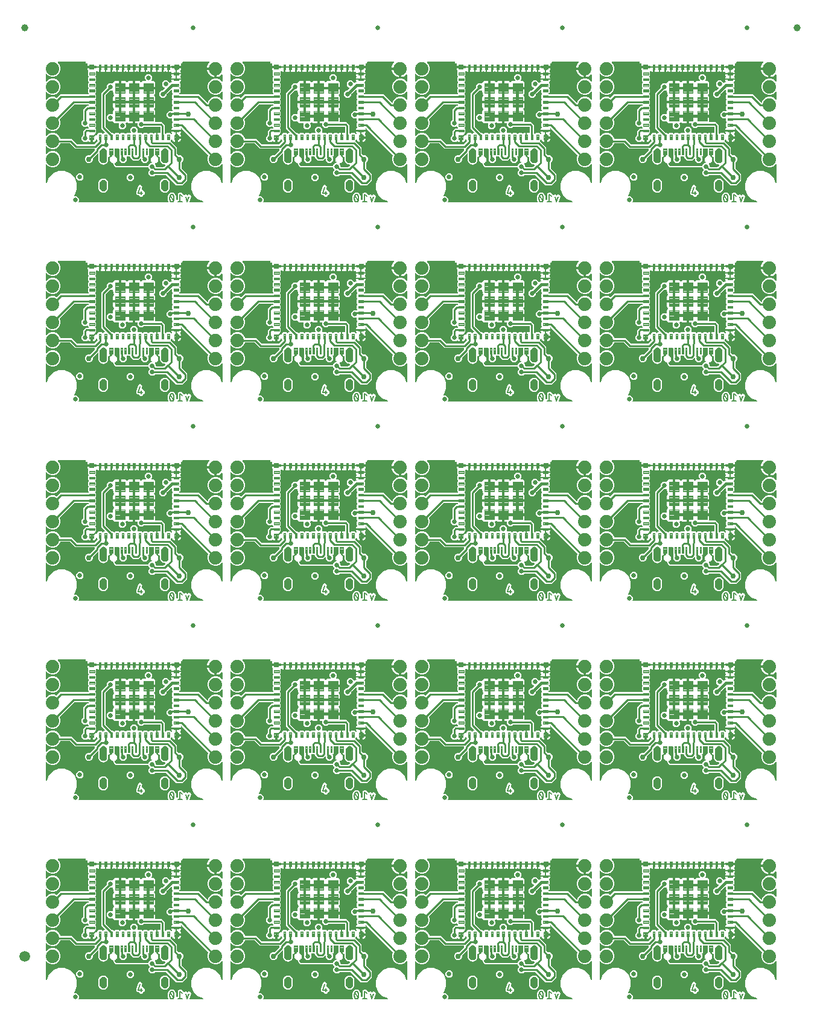
<source format=gbl>
G04 EAGLE Gerber RS-274X export*
G75*
%MOMM*%
%FSLAX34Y34*%
%LPD*%
%INBottom Copper*%
%IPPOS*%
%AMOC8*
5,1,8,0,0,1.08239X$1,22.5*%
G01*
%ADD10C,0.203200*%
%ADD11C,0.102000*%
%ADD12C,0.755600*%
%ADD13C,1.879600*%
%ADD14C,0.100000*%
%ADD15C,0.101500*%
%ADD16C,0.105000*%
%ADD17C,0.635000*%
%ADD18C,0.762000*%
%ADD19C,1.000000*%
%ADD20C,1.500000*%
%ADD21C,0.254000*%
%ADD22C,0.660400*%
%ADD23C,0.381000*%
%ADD24C,0.177800*%

G36*
X951704Y1120400D02*
X951704Y1120400D01*
X951741Y1120398D01*
X951835Y1120420D01*
X951929Y1120435D01*
X951963Y1120451D01*
X952000Y1120460D01*
X952082Y1120509D01*
X952169Y1120550D01*
X952196Y1120576D01*
X952229Y1120595D01*
X952293Y1120666D01*
X952363Y1120732D01*
X952382Y1120764D01*
X952407Y1120792D01*
X952447Y1120879D01*
X952495Y1120962D01*
X952503Y1120999D01*
X952519Y1121033D01*
X952532Y1121128D01*
X952553Y1121222D01*
X952550Y1121259D01*
X952555Y1121297D01*
X952542Y1121348D01*
X952531Y1121487D01*
X952477Y1121621D01*
X952465Y1121672D01*
X951420Y1123816D01*
X951420Y1129164D01*
X952056Y1130469D01*
X952135Y1130722D01*
X952136Y1130746D01*
X952140Y1130760D01*
X952157Y1130912D01*
X952190Y1130938D01*
X952191Y1130940D01*
X952193Y1130941D01*
X952197Y1130947D01*
X952370Y1131134D01*
X952406Y1131208D01*
X952433Y1131243D01*
X952492Y1131362D01*
X952513Y1131430D01*
X952534Y1131464D01*
X952978Y1132761D01*
X955580Y1134619D01*
X958776Y1134619D01*
X961377Y1132761D01*
X961822Y1131464D01*
X961855Y1131401D01*
X961864Y1131363D01*
X962936Y1129164D01*
X962936Y1124544D01*
X962944Y1124493D01*
X962942Y1124442D01*
X962963Y1124362D01*
X962976Y1124281D01*
X962998Y1124235D01*
X963012Y1124185D01*
X963056Y1124116D01*
X963091Y1124042D01*
X963127Y1124004D01*
X963154Y1123961D01*
X963217Y1123908D01*
X963273Y1123848D01*
X963318Y1123822D01*
X963357Y1123789D01*
X963433Y1123756D01*
X963504Y1123716D01*
X963554Y1123705D01*
X963601Y1123684D01*
X963683Y1123676D01*
X963763Y1123658D01*
X963815Y1123662D01*
X963866Y1123657D01*
X963946Y1123673D01*
X964028Y1123680D01*
X964076Y1123699D01*
X964127Y1123709D01*
X964170Y1123737D01*
X964275Y1123779D01*
X964414Y1123892D01*
X964452Y1123916D01*
X964487Y1123951D01*
X964925Y1123951D01*
X965026Y1123966D01*
X965129Y1123974D01*
X965157Y1123986D01*
X965188Y1123991D01*
X965280Y1124035D01*
X965375Y1124073D01*
X965399Y1124093D01*
X965427Y1124106D01*
X965502Y1124176D01*
X965582Y1124241D01*
X965599Y1124267D01*
X965621Y1124288D01*
X965672Y1124377D01*
X965729Y1124462D01*
X965734Y1124486D01*
X965753Y1124518D01*
X965811Y1124778D01*
X965808Y1124816D01*
X965813Y1124839D01*
X965813Y1131620D01*
X965804Y1131682D01*
X965808Y1131718D01*
X965699Y1132694D01*
X965729Y1132739D01*
X965734Y1132761D01*
X965752Y1132791D01*
X965790Y1132958D01*
X966487Y1133656D01*
X966524Y1133706D01*
X966553Y1133729D01*
X967166Y1134496D01*
X967220Y1134507D01*
X967238Y1134519D01*
X967272Y1134528D01*
X967417Y1134619D01*
X968404Y1134619D01*
X968466Y1134628D01*
X968502Y1134624D01*
X969478Y1134733D01*
X969523Y1134703D01*
X969545Y1134698D01*
X969575Y1134680D01*
X969742Y1134642D01*
X970440Y1133945D01*
X970490Y1133907D01*
X970513Y1133879D01*
X974255Y1130885D01*
X974354Y1130828D01*
X974450Y1130767D01*
X974469Y1130762D01*
X974485Y1130752D01*
X974596Y1130727D01*
X974707Y1130697D01*
X974722Y1130698D01*
X974744Y1130693D01*
X975009Y1130713D01*
X975059Y1130733D01*
X975091Y1130736D01*
X976739Y1131285D01*
X978498Y1130406D01*
X978577Y1130380D01*
X978654Y1130345D01*
X978703Y1130339D01*
X978750Y1130324D01*
X978834Y1130323D01*
X978918Y1130312D01*
X978953Y1130321D01*
X979016Y1130320D01*
X979271Y1130396D01*
X979283Y1130404D01*
X979292Y1130406D01*
X981051Y1131285D01*
X983247Y1130553D01*
X984283Y1128482D01*
X981977Y1121564D01*
X981958Y1121453D01*
X981933Y1121344D01*
X981935Y1121323D01*
X981931Y1121302D01*
X981946Y1121190D01*
X981955Y1121079D01*
X981963Y1121060D01*
X981965Y1121038D01*
X982012Y1120936D01*
X982054Y1120832D01*
X982067Y1120816D01*
X982076Y1120797D01*
X982151Y1120713D01*
X982221Y1120626D01*
X982239Y1120614D01*
X982253Y1120598D01*
X982349Y1120541D01*
X982443Y1120479D01*
X982459Y1120475D01*
X982481Y1120462D01*
X982739Y1120398D01*
X982789Y1120401D01*
X982819Y1120395D01*
X1000193Y1120395D01*
X1000284Y1120409D01*
X1000376Y1120414D01*
X1000415Y1120428D01*
X1000456Y1120435D01*
X1000539Y1120475D01*
X1000625Y1120507D01*
X1000658Y1120532D01*
X1000695Y1120550D01*
X1000763Y1120613D01*
X1000836Y1120670D01*
X1000859Y1120704D01*
X1000889Y1120732D01*
X1000935Y1120812D01*
X1000988Y1120887D01*
X1001001Y1120927D01*
X1001021Y1120962D01*
X1001041Y1121052D01*
X1001070Y1121140D01*
X1001070Y1121182D01*
X1001079Y1121222D01*
X1001072Y1121314D01*
X1001073Y1121406D01*
X1001061Y1121446D01*
X1001057Y1121487D01*
X1001023Y1121573D01*
X1000997Y1121661D01*
X1000974Y1121695D01*
X1000958Y1121734D01*
X1000900Y1121805D01*
X1000849Y1121882D01*
X1000823Y1121900D01*
X1000791Y1121940D01*
X1000570Y1122087D01*
X1000550Y1122092D01*
X1000533Y1122104D01*
X993754Y1124912D01*
X987752Y1130914D01*
X984503Y1138756D01*
X984503Y1147244D01*
X987752Y1155086D01*
X993754Y1161088D01*
X1001596Y1164337D01*
X1010084Y1164337D01*
X1017926Y1161088D01*
X1023928Y1155086D01*
X1026736Y1148307D01*
X1026784Y1148228D01*
X1026824Y1148145D01*
X1026852Y1148115D01*
X1026874Y1148080D01*
X1026943Y1148018D01*
X1027006Y1147951D01*
X1027042Y1147930D01*
X1027072Y1147903D01*
X1027156Y1147865D01*
X1027236Y1147819D01*
X1027277Y1147810D01*
X1027314Y1147793D01*
X1027406Y1147781D01*
X1027496Y1147761D01*
X1027537Y1147764D01*
X1027578Y1147759D01*
X1027669Y1147775D01*
X1027761Y1147783D01*
X1027799Y1147798D01*
X1027840Y1147805D01*
X1027922Y1147847D01*
X1028008Y1147882D01*
X1028040Y1147908D01*
X1028076Y1147926D01*
X1028142Y1147991D01*
X1028214Y1148049D01*
X1028237Y1148083D01*
X1028266Y1148112D01*
X1028310Y1148193D01*
X1028361Y1148270D01*
X1028368Y1148301D01*
X1028393Y1148346D01*
X1028444Y1148607D01*
X1028441Y1148627D01*
X1028445Y1148647D01*
X1028445Y1173055D01*
X1028438Y1173106D01*
X1028439Y1173157D01*
X1028418Y1173236D01*
X1028405Y1173317D01*
X1028383Y1173364D01*
X1028369Y1173414D01*
X1028325Y1173483D01*
X1028290Y1173557D01*
X1028255Y1173594D01*
X1028227Y1173638D01*
X1028164Y1173691D01*
X1028108Y1173751D01*
X1028064Y1173777D01*
X1028024Y1173810D01*
X1027949Y1173842D01*
X1027878Y1173883D01*
X1027827Y1173894D01*
X1027780Y1173914D01*
X1027698Y1173923D01*
X1027618Y1173941D01*
X1027567Y1173937D01*
X1027515Y1173942D01*
X1027435Y1173926D01*
X1027353Y1173919D01*
X1027305Y1173900D01*
X1027255Y1173890D01*
X1027211Y1173862D01*
X1027106Y1173820D01*
X1026967Y1173707D01*
X1026929Y1173683D01*
X1024871Y1171625D01*
X1020763Y1169923D01*
X1016317Y1169923D01*
X1012209Y1171625D01*
X1009065Y1174769D01*
X1007363Y1178877D01*
X1007363Y1183323D01*
X1008496Y1186057D01*
X1008511Y1186117D01*
X1008535Y1186174D01*
X1008542Y1186246D01*
X1008560Y1186315D01*
X1008556Y1186377D01*
X1008562Y1186439D01*
X1008548Y1186509D01*
X1008544Y1186581D01*
X1008522Y1186639D01*
X1008510Y1186700D01*
X1008484Y1186740D01*
X1008451Y1186830D01*
X1008320Y1186999D01*
X1008303Y1187025D01*
X971196Y1224132D01*
X971168Y1224153D01*
X971146Y1224179D01*
X971062Y1224231D01*
X970982Y1224290D01*
X970949Y1224302D01*
X970920Y1224320D01*
X970825Y1224345D01*
X970731Y1224378D01*
X970696Y1224379D01*
X970663Y1224387D01*
X970564Y1224383D01*
X970465Y1224387D01*
X970432Y1224378D01*
X970398Y1224376D01*
X970304Y1224343D01*
X970209Y1224317D01*
X970180Y1224298D01*
X970147Y1224287D01*
X970068Y1224227D01*
X969985Y1224174D01*
X969962Y1224148D01*
X969935Y1224127D01*
X969877Y1224047D01*
X969812Y1223972D01*
X969799Y1223940D01*
X969779Y1223912D01*
X969747Y1223818D01*
X969708Y1223727D01*
X969704Y1223693D01*
X969693Y1223660D01*
X969696Y1223608D01*
X969681Y1223463D01*
X969708Y1223327D01*
X969710Y1223274D01*
X969781Y1223010D01*
X969781Y1222109D01*
X963351Y1222109D01*
X963250Y1222094D01*
X963190Y1222107D01*
X963152Y1222104D01*
X963129Y1222109D01*
X956699Y1222109D01*
X956699Y1223010D01*
X956907Y1223784D01*
X957307Y1224477D01*
X957850Y1225021D01*
X957911Y1225103D01*
X957978Y1225182D01*
X957990Y1225210D01*
X958008Y1225235D01*
X958042Y1225332D01*
X958082Y1225426D01*
X958085Y1225457D01*
X958096Y1225486D01*
X958099Y1225588D01*
X958110Y1225691D01*
X958104Y1225721D01*
X958105Y1225751D01*
X958078Y1225850D01*
X958058Y1225951D01*
X958045Y1225971D01*
X958035Y1226008D01*
X957892Y1226232D01*
X957863Y1226257D01*
X957850Y1226277D01*
X957461Y1226666D01*
X957461Y1231554D01*
X958389Y1232482D01*
X958450Y1232565D01*
X958517Y1232643D01*
X958529Y1232671D01*
X958547Y1232696D01*
X958581Y1232793D01*
X958621Y1232887D01*
X958624Y1232918D01*
X958634Y1232947D01*
X958638Y1233050D01*
X958648Y1233152D01*
X958642Y1233182D01*
X958644Y1233213D01*
X958617Y1233312D01*
X958596Y1233412D01*
X958584Y1233433D01*
X958574Y1233469D01*
X958431Y1233693D01*
X958402Y1233718D01*
X958389Y1233738D01*
X957461Y1234666D01*
X957461Y1237361D01*
X957446Y1237463D01*
X957438Y1237565D01*
X957426Y1237593D01*
X957421Y1237624D01*
X957377Y1237716D01*
X957339Y1237812D01*
X957319Y1237835D01*
X957306Y1237863D01*
X957236Y1237938D01*
X957171Y1238018D01*
X957145Y1238035D01*
X957124Y1238057D01*
X957035Y1238108D01*
X956950Y1238165D01*
X956926Y1238171D01*
X956894Y1238189D01*
X956634Y1238247D01*
X956596Y1238244D01*
X956573Y1238249D01*
X952935Y1238249D01*
X949959Y1241225D01*
X949959Y1245435D01*
X952935Y1248411D01*
X957159Y1248411D01*
X957186Y1248391D01*
X957265Y1248324D01*
X957293Y1248312D01*
X957317Y1248294D01*
X957414Y1248261D01*
X957509Y1248220D01*
X957539Y1248217D01*
X957568Y1248207D01*
X957671Y1248203D01*
X957773Y1248193D01*
X957803Y1248199D01*
X957834Y1248198D01*
X957933Y1248225D01*
X958034Y1248245D01*
X958054Y1248258D01*
X958090Y1248268D01*
X958315Y1248410D01*
X958335Y1248434D01*
X958345Y1248440D01*
X958349Y1248446D01*
X958360Y1248452D01*
X958390Y1248482D01*
X958450Y1248565D01*
X958517Y1248643D01*
X958529Y1248671D01*
X958547Y1248696D01*
X958581Y1248793D01*
X958621Y1248887D01*
X958624Y1248918D01*
X958634Y1248947D01*
X958638Y1249050D01*
X958648Y1249152D01*
X958642Y1249182D01*
X958643Y1249213D01*
X958617Y1249312D01*
X958596Y1249412D01*
X958584Y1249433D01*
X958573Y1249470D01*
X958431Y1249694D01*
X958402Y1249718D01*
X958389Y1249738D01*
X957461Y1250666D01*
X957461Y1255554D01*
X958389Y1256482D01*
X958450Y1256565D01*
X958517Y1256643D01*
X958529Y1256671D01*
X958547Y1256696D01*
X958581Y1256793D01*
X958621Y1256887D01*
X958624Y1256918D01*
X958634Y1256947D01*
X958638Y1257050D01*
X958648Y1257152D01*
X958642Y1257182D01*
X958644Y1257213D01*
X958617Y1257312D01*
X958596Y1257412D01*
X958584Y1257433D01*
X958574Y1257469D01*
X958431Y1257693D01*
X958402Y1257718D01*
X958389Y1257738D01*
X957461Y1258666D01*
X957461Y1263554D01*
X958389Y1264482D01*
X958450Y1264565D01*
X958517Y1264643D01*
X958529Y1264671D01*
X958547Y1264696D01*
X958581Y1264793D01*
X958621Y1264887D01*
X958624Y1264918D01*
X958634Y1264947D01*
X958638Y1265050D01*
X958648Y1265152D01*
X958642Y1265182D01*
X958644Y1265213D01*
X958617Y1265312D01*
X958596Y1265412D01*
X958584Y1265433D01*
X958574Y1265469D01*
X958431Y1265693D01*
X958402Y1265718D01*
X958389Y1265738D01*
X957461Y1266666D01*
X957461Y1271554D01*
X958389Y1272482D01*
X958450Y1272565D01*
X958517Y1272643D01*
X958529Y1272671D01*
X958547Y1272696D01*
X958581Y1272793D01*
X958621Y1272887D01*
X958624Y1272918D01*
X958634Y1272947D01*
X958638Y1273050D01*
X958648Y1273152D01*
X958642Y1273182D01*
X958644Y1273213D01*
X958617Y1273312D01*
X958596Y1273412D01*
X958584Y1273433D01*
X958574Y1273469D01*
X958431Y1273693D01*
X958402Y1273718D01*
X958389Y1273738D01*
X957461Y1274666D01*
X957461Y1277767D01*
X957454Y1277818D01*
X957455Y1277870D01*
X957434Y1277949D01*
X957421Y1278030D01*
X957399Y1278076D01*
X957385Y1278126D01*
X957341Y1278196D01*
X957306Y1278269D01*
X957271Y1278307D01*
X957243Y1278351D01*
X957180Y1278404D01*
X957124Y1278464D01*
X957080Y1278489D01*
X957040Y1278523D01*
X956965Y1278555D01*
X956894Y1278596D01*
X956843Y1278607D01*
X956796Y1278627D01*
X956714Y1278636D01*
X956634Y1278653D01*
X956583Y1278649D01*
X956531Y1278655D01*
X956451Y1278638D01*
X956369Y1278632D01*
X956321Y1278613D01*
X956271Y1278602D01*
X956227Y1278575D01*
X956122Y1278533D01*
X955983Y1278420D01*
X955945Y1278395D01*
X950221Y1272671D01*
X950208Y1272654D01*
X950192Y1272641D01*
X950130Y1272548D01*
X950063Y1272457D01*
X950056Y1272438D01*
X950045Y1272420D01*
X950035Y1272375D01*
X949976Y1272206D01*
X949972Y1272094D01*
X949961Y1272043D01*
X949961Y1270435D01*
X946985Y1267459D01*
X942775Y1267459D01*
X939799Y1270435D01*
X939799Y1274645D01*
X942775Y1277621D01*
X944383Y1277621D01*
X944404Y1277624D01*
X944425Y1277622D01*
X944535Y1277644D01*
X944646Y1277661D01*
X944665Y1277670D01*
X944686Y1277674D01*
X944724Y1277698D01*
X944885Y1277776D01*
X944968Y1277853D01*
X945011Y1277881D01*
X947043Y1279913D01*
X947074Y1279954D01*
X947112Y1279990D01*
X947152Y1280061D01*
X947201Y1280127D01*
X947218Y1280176D01*
X947244Y1280220D01*
X947261Y1280300D01*
X947288Y1280378D01*
X947290Y1280430D01*
X947301Y1280480D01*
X947295Y1280562D01*
X947298Y1280644D01*
X947284Y1280693D01*
X947280Y1280745D01*
X947249Y1280821D01*
X947228Y1280900D01*
X947200Y1280944D01*
X947181Y1280992D01*
X947129Y1281055D01*
X947085Y1281124D01*
X947046Y1281158D01*
X947013Y1281198D01*
X946945Y1281243D01*
X946882Y1281296D01*
X946835Y1281317D01*
X946792Y1281345D01*
X946742Y1281357D01*
X946638Y1281401D01*
X946611Y1281404D01*
X943609Y1284405D01*
X943609Y1288615D01*
X946585Y1291591D01*
X950795Y1291591D01*
X953801Y1288584D01*
X953811Y1288522D01*
X953833Y1288476D01*
X953847Y1288426D01*
X953891Y1288356D01*
X953926Y1288283D01*
X953962Y1288245D01*
X953989Y1288201D01*
X954052Y1288148D01*
X954108Y1288088D01*
X954152Y1288063D01*
X954192Y1288029D01*
X954267Y1287997D01*
X954338Y1287956D01*
X954389Y1287945D01*
X954436Y1287925D01*
X954518Y1287916D01*
X954598Y1287899D01*
X954649Y1287903D01*
X954701Y1287897D01*
X954781Y1287914D01*
X954863Y1287920D01*
X954911Y1287939D01*
X954961Y1287950D01*
X955005Y1287977D01*
X955110Y1288019D01*
X955249Y1288132D01*
X955287Y1288157D01*
X955924Y1288794D01*
X956316Y1288794D01*
X956384Y1288804D01*
X956453Y1288804D01*
X956515Y1288824D01*
X956579Y1288834D01*
X956641Y1288863D01*
X956707Y1288884D01*
X956760Y1288921D01*
X956818Y1288949D01*
X956869Y1288996D01*
X956925Y1289035D01*
X956965Y1289086D01*
X957013Y1289131D01*
X957047Y1289190D01*
X957089Y1289244D01*
X957113Y1289305D01*
X957145Y1289361D01*
X957160Y1289428D01*
X957184Y1289493D01*
X957188Y1289557D01*
X957203Y1289621D01*
X957197Y1289689D01*
X957201Y1289758D01*
X957188Y1289801D01*
X957181Y1289886D01*
X957090Y1290113D01*
X957086Y1290126D01*
X956907Y1290436D01*
X956699Y1291210D01*
X956699Y1292111D01*
X963129Y1292111D01*
X963230Y1292126D01*
X963290Y1292113D01*
X963328Y1292116D01*
X963351Y1292111D01*
X969781Y1292111D01*
X969781Y1291210D01*
X969573Y1290436D01*
X969173Y1289743D01*
X968630Y1289199D01*
X968569Y1289117D01*
X968502Y1289038D01*
X968490Y1289010D01*
X968472Y1288985D01*
X968438Y1288888D01*
X968398Y1288794D01*
X968395Y1288763D01*
X968384Y1288734D01*
X968381Y1288632D01*
X968370Y1288530D01*
X968376Y1288499D01*
X968375Y1288469D01*
X968402Y1288370D01*
X968422Y1288269D01*
X968435Y1288249D01*
X968445Y1288212D01*
X968588Y1287988D01*
X968617Y1287963D01*
X968630Y1287943D01*
X969019Y1287554D01*
X969019Y1282666D01*
X968091Y1281738D01*
X968030Y1281655D01*
X967963Y1281577D01*
X967951Y1281549D01*
X967933Y1281524D01*
X967899Y1281427D01*
X967859Y1281333D01*
X967856Y1281302D01*
X967846Y1281273D01*
X967842Y1281171D01*
X967832Y1281068D01*
X967838Y1281038D01*
X967836Y1281007D01*
X967863Y1280908D01*
X967884Y1280808D01*
X967896Y1280788D01*
X967906Y1280751D01*
X968049Y1280527D01*
X968078Y1280502D01*
X968091Y1280482D01*
X969019Y1279554D01*
X969019Y1274666D01*
X968091Y1273738D01*
X968030Y1273655D01*
X967963Y1273577D01*
X967951Y1273549D01*
X967933Y1273524D01*
X967899Y1273427D01*
X967859Y1273333D01*
X967856Y1273302D01*
X967846Y1273273D01*
X967842Y1273171D01*
X967832Y1273068D01*
X967838Y1273038D01*
X967836Y1273007D01*
X967863Y1272908D01*
X967884Y1272808D01*
X967896Y1272787D01*
X967906Y1272751D01*
X968049Y1272527D01*
X968078Y1272502D01*
X968091Y1272482D01*
X968154Y1272419D01*
X968171Y1272406D01*
X968184Y1272390D01*
X968277Y1272328D01*
X968368Y1272261D01*
X968388Y1272254D01*
X968405Y1272243D01*
X968450Y1272233D01*
X968619Y1272174D01*
X968731Y1272170D01*
X968782Y1272159D01*
X995293Y1272159D01*
X997339Y1270113D01*
X1006589Y1260863D01*
X1006597Y1260857D01*
X1006604Y1260848D01*
X1006704Y1260778D01*
X1006803Y1260705D01*
X1006813Y1260702D01*
X1006821Y1260696D01*
X1006938Y1260658D01*
X1007054Y1260618D01*
X1007064Y1260617D01*
X1007074Y1260614D01*
X1007197Y1260613D01*
X1007319Y1260609D01*
X1007330Y1260611D01*
X1007340Y1260611D01*
X1007458Y1260646D01*
X1007576Y1260678D01*
X1007585Y1260684D01*
X1007595Y1260687D01*
X1007696Y1260755D01*
X1007800Y1260821D01*
X1007807Y1260829D01*
X1007816Y1260835D01*
X1007834Y1260860D01*
X1007972Y1261024D01*
X1008010Y1261112D01*
X1008037Y1261151D01*
X1009065Y1263631D01*
X1012209Y1266775D01*
X1016317Y1268477D01*
X1020763Y1268477D01*
X1024871Y1266775D01*
X1026929Y1264717D01*
X1026970Y1264687D01*
X1027006Y1264649D01*
X1027077Y1264608D01*
X1027143Y1264560D01*
X1027192Y1264543D01*
X1027236Y1264517D01*
X1027316Y1264499D01*
X1027394Y1264472D01*
X1027446Y1264470D01*
X1027496Y1264459D01*
X1027578Y1264466D01*
X1027660Y1264463D01*
X1027709Y1264477D01*
X1027761Y1264481D01*
X1027837Y1264511D01*
X1027916Y1264533D01*
X1027960Y1264561D01*
X1028008Y1264580D01*
X1028071Y1264632D01*
X1028140Y1264676D01*
X1028174Y1264715D01*
X1028214Y1264747D01*
X1028259Y1264816D01*
X1028312Y1264878D01*
X1028333Y1264926D01*
X1028361Y1264969D01*
X1028373Y1265019D01*
X1028417Y1265123D01*
X1028435Y1265301D01*
X1028445Y1265345D01*
X1028445Y1274655D01*
X1028438Y1274706D01*
X1028439Y1274757D01*
X1028418Y1274836D01*
X1028405Y1274917D01*
X1028383Y1274964D01*
X1028369Y1275014D01*
X1028325Y1275083D01*
X1028290Y1275157D01*
X1028255Y1275194D01*
X1028227Y1275238D01*
X1028164Y1275291D01*
X1028108Y1275351D01*
X1028064Y1275377D01*
X1028024Y1275410D01*
X1027949Y1275442D01*
X1027878Y1275483D01*
X1027827Y1275494D01*
X1027780Y1275514D01*
X1027698Y1275523D01*
X1027618Y1275541D01*
X1027567Y1275537D01*
X1027515Y1275542D01*
X1027435Y1275526D01*
X1027353Y1275519D01*
X1027305Y1275500D01*
X1027255Y1275490D01*
X1027211Y1275462D01*
X1027106Y1275420D01*
X1026967Y1275307D01*
X1026929Y1275283D01*
X1024871Y1273225D01*
X1020763Y1271523D01*
X1016317Y1271523D01*
X1012209Y1273225D01*
X1009065Y1276369D01*
X1007363Y1280477D01*
X1007363Y1284923D01*
X1009065Y1289031D01*
X1012209Y1292175D01*
X1016317Y1293877D01*
X1020763Y1293877D01*
X1024871Y1292175D01*
X1026929Y1290117D01*
X1026970Y1290087D01*
X1027006Y1290049D01*
X1027077Y1290008D01*
X1027143Y1289960D01*
X1027192Y1289943D01*
X1027236Y1289917D01*
X1027316Y1289899D01*
X1027394Y1289872D01*
X1027446Y1289870D01*
X1027496Y1289859D01*
X1027578Y1289866D01*
X1027660Y1289863D01*
X1027709Y1289877D01*
X1027761Y1289881D01*
X1027837Y1289911D01*
X1027916Y1289933D01*
X1027960Y1289961D01*
X1028008Y1289980D01*
X1028071Y1290032D01*
X1028140Y1290076D01*
X1028174Y1290115D01*
X1028214Y1290147D01*
X1028259Y1290216D01*
X1028312Y1290278D01*
X1028333Y1290326D01*
X1028361Y1290369D01*
X1028373Y1290419D01*
X1028417Y1290523D01*
X1028435Y1290701D01*
X1028445Y1290745D01*
X1028445Y1298977D01*
X1028438Y1299028D01*
X1028439Y1299080D01*
X1028418Y1299159D01*
X1028405Y1299240D01*
X1028383Y1299286D01*
X1028369Y1299336D01*
X1028325Y1299405D01*
X1028290Y1299479D01*
X1028254Y1299517D01*
X1028227Y1299560D01*
X1028164Y1299613D01*
X1028108Y1299673D01*
X1028064Y1299699D01*
X1028024Y1299732D01*
X1027949Y1299765D01*
X1027878Y1299805D01*
X1027827Y1299817D01*
X1027780Y1299837D01*
X1027698Y1299845D01*
X1027618Y1299863D01*
X1027567Y1299859D01*
X1027515Y1299864D01*
X1027435Y1299848D01*
X1027353Y1299841D01*
X1027305Y1299822D01*
X1027255Y1299812D01*
X1027211Y1299784D01*
X1027106Y1299742D01*
X1027014Y1299667D01*
X1027011Y1299666D01*
X1027004Y1299659D01*
X1026967Y1299629D01*
X1026929Y1299605D01*
X1026318Y1298994D01*
X1024797Y1297889D01*
X1023123Y1297036D01*
X1021336Y1296455D01*
X1020317Y1296294D01*
X1020317Y1307211D01*
X1020302Y1307312D01*
X1020293Y1307415D01*
X1020282Y1307443D01*
X1020277Y1307474D01*
X1020233Y1307566D01*
X1020194Y1307661D01*
X1020175Y1307685D01*
X1020162Y1307713D01*
X1020092Y1307788D01*
X1020027Y1307868D01*
X1020001Y1307885D01*
X1019980Y1307907D01*
X1019891Y1307958D01*
X1019806Y1308015D01*
X1019782Y1308020D01*
X1019750Y1308039D01*
X1019490Y1308097D01*
X1019452Y1308094D01*
X1019429Y1308099D01*
X1018539Y1308099D01*
X1018539Y1308989D01*
X1018524Y1309090D01*
X1018515Y1309193D01*
X1018504Y1309221D01*
X1018499Y1309252D01*
X1018455Y1309344D01*
X1018416Y1309439D01*
X1018397Y1309463D01*
X1018384Y1309491D01*
X1018314Y1309566D01*
X1018249Y1309646D01*
X1018223Y1309663D01*
X1018202Y1309685D01*
X1018113Y1309736D01*
X1018028Y1309793D01*
X1018004Y1309799D01*
X1017971Y1309817D01*
X1017712Y1309875D01*
X1017674Y1309872D01*
X1017651Y1309877D01*
X1006734Y1309877D01*
X1006895Y1310896D01*
X1007476Y1312683D01*
X1008329Y1314357D01*
X1009434Y1315878D01*
X1009918Y1316362D01*
X1009949Y1316403D01*
X1009986Y1316439D01*
X1010027Y1316510D01*
X1010076Y1316576D01*
X1010093Y1316625D01*
X1010118Y1316669D01*
X1010136Y1316749D01*
X1010163Y1316827D01*
X1010165Y1316879D01*
X1010176Y1316929D01*
X1010169Y1317011D01*
X1010172Y1317093D01*
X1010159Y1317142D01*
X1010154Y1317194D01*
X1010124Y1317270D01*
X1010102Y1317349D01*
X1010075Y1317393D01*
X1010055Y1317441D01*
X1010004Y1317504D01*
X1009960Y1317573D01*
X1009920Y1317607D01*
X1009888Y1317647D01*
X1009820Y1317692D01*
X1009757Y1317745D01*
X1009710Y1317766D01*
X1009667Y1317794D01*
X1009616Y1317806D01*
X1009513Y1317850D01*
X1009334Y1317868D01*
X1009290Y1317878D01*
X972907Y1317878D01*
X972805Y1317863D01*
X972703Y1317855D01*
X972675Y1317843D01*
X972644Y1317838D01*
X972552Y1317794D01*
X972456Y1317756D01*
X972433Y1317736D01*
X972405Y1317723D01*
X972330Y1317653D01*
X972250Y1317588D01*
X972233Y1317562D01*
X972211Y1317541D01*
X972160Y1317452D01*
X972103Y1317367D01*
X972097Y1317343D01*
X972079Y1317311D01*
X972021Y1317051D01*
X972024Y1317013D01*
X972019Y1316990D01*
X972019Y1316373D01*
X970977Y1315331D01*
X970579Y1315331D01*
X970494Y1315318D01*
X970408Y1315315D01*
X970363Y1315299D01*
X970316Y1315291D01*
X970239Y1315254D01*
X970158Y1315225D01*
X970120Y1315197D01*
X970076Y1315176D01*
X970014Y1315117D01*
X969945Y1315066D01*
X969917Y1315027D01*
X969882Y1314994D01*
X969840Y1314920D01*
X969789Y1314851D01*
X969774Y1314805D01*
X969750Y1314764D01*
X969732Y1314680D01*
X969704Y1314599D01*
X969706Y1314563D01*
X969692Y1314504D01*
X969714Y1314239D01*
X969720Y1314224D01*
X969721Y1314213D01*
X969781Y1313989D01*
X969781Y1312359D01*
X964601Y1312359D01*
X964500Y1312344D01*
X964397Y1312336D01*
X964369Y1312324D01*
X964338Y1312319D01*
X964246Y1312275D01*
X964151Y1312237D01*
X964127Y1312217D01*
X964099Y1312204D01*
X964024Y1312134D01*
X963944Y1312069D01*
X963927Y1312043D01*
X963905Y1312022D01*
X963854Y1311933D01*
X963797Y1311848D01*
X963792Y1311824D01*
X963773Y1311792D01*
X963744Y1311663D01*
X963743Y1311675D01*
X963732Y1311703D01*
X963727Y1311734D01*
X963683Y1311826D01*
X963644Y1311922D01*
X963625Y1311945D01*
X963612Y1311973D01*
X963541Y1312048D01*
X963477Y1312128D01*
X963451Y1312145D01*
X963430Y1312167D01*
X963341Y1312218D01*
X963256Y1312275D01*
X963232Y1312281D01*
X963199Y1312299D01*
X962940Y1312357D01*
X962902Y1312354D01*
X962879Y1312359D01*
X957669Y1312359D01*
X957567Y1312344D01*
X957465Y1312336D01*
X957437Y1312324D01*
X957406Y1312319D01*
X957314Y1312275D01*
X957218Y1312237D01*
X957195Y1312217D01*
X957167Y1312204D01*
X957092Y1312134D01*
X957012Y1312069D01*
X956995Y1312043D01*
X956973Y1312022D01*
X956922Y1311933D01*
X956865Y1311848D01*
X956859Y1311824D01*
X956841Y1311792D01*
X956783Y1311532D01*
X956786Y1311494D01*
X956781Y1311471D01*
X956781Y1311109D01*
X952351Y1311109D01*
X952250Y1311094D01*
X952190Y1311107D01*
X952152Y1311104D01*
X952129Y1311109D01*
X944351Y1311109D01*
X944250Y1311094D01*
X944190Y1311107D01*
X944152Y1311104D01*
X944129Y1311109D01*
X936351Y1311109D01*
X936250Y1311094D01*
X936190Y1311107D01*
X936152Y1311104D01*
X936129Y1311109D01*
X928351Y1311109D01*
X928250Y1311094D01*
X928190Y1311107D01*
X928152Y1311104D01*
X928129Y1311109D01*
X920351Y1311109D01*
X920250Y1311094D01*
X920190Y1311107D01*
X920152Y1311104D01*
X920129Y1311109D01*
X912351Y1311109D01*
X912250Y1311094D01*
X912190Y1311107D01*
X912152Y1311104D01*
X912129Y1311109D01*
X904351Y1311109D01*
X904250Y1311094D01*
X904190Y1311107D01*
X904152Y1311104D01*
X904129Y1311109D01*
X896351Y1311109D01*
X896250Y1311094D01*
X896190Y1311107D01*
X896152Y1311104D01*
X896129Y1311109D01*
X888351Y1311109D01*
X888250Y1311094D01*
X888190Y1311107D01*
X888152Y1311104D01*
X888129Y1311109D01*
X880351Y1311109D01*
X880250Y1311094D01*
X880190Y1311107D01*
X880152Y1311104D01*
X880129Y1311109D01*
X872351Y1311109D01*
X872250Y1311094D01*
X872190Y1311107D01*
X872152Y1311104D01*
X872129Y1311109D01*
X864351Y1311109D01*
X864250Y1311094D01*
X864190Y1311107D01*
X864152Y1311104D01*
X864129Y1311109D01*
X856351Y1311109D01*
X856250Y1311094D01*
X856190Y1311107D01*
X856152Y1311104D01*
X856129Y1311109D01*
X851699Y1311109D01*
X851699Y1311471D01*
X851684Y1311572D01*
X851676Y1311675D01*
X851664Y1311703D01*
X851659Y1311734D01*
X851615Y1311826D01*
X851577Y1311922D01*
X851557Y1311945D01*
X851544Y1311973D01*
X851474Y1312048D01*
X851409Y1312128D01*
X851383Y1312145D01*
X851362Y1312167D01*
X851273Y1312218D01*
X851188Y1312275D01*
X851164Y1312281D01*
X851132Y1312299D01*
X850872Y1312357D01*
X850834Y1312354D01*
X850811Y1312359D01*
X845601Y1312359D01*
X845500Y1312344D01*
X845397Y1312336D01*
X845369Y1312324D01*
X845338Y1312319D01*
X845246Y1312275D01*
X845151Y1312237D01*
X845127Y1312217D01*
X845099Y1312204D01*
X845024Y1312134D01*
X844944Y1312069D01*
X844927Y1312043D01*
X844905Y1312022D01*
X844854Y1311933D01*
X844797Y1311848D01*
X844792Y1311824D01*
X844773Y1311792D01*
X844744Y1311663D01*
X844743Y1311675D01*
X844732Y1311703D01*
X844727Y1311734D01*
X844683Y1311826D01*
X844644Y1311922D01*
X844625Y1311945D01*
X844612Y1311973D01*
X844541Y1312048D01*
X844477Y1312128D01*
X844451Y1312145D01*
X844430Y1312167D01*
X844341Y1312218D01*
X844256Y1312275D01*
X844232Y1312281D01*
X844199Y1312299D01*
X843940Y1312357D01*
X843902Y1312354D01*
X843879Y1312359D01*
X838699Y1312359D01*
X838699Y1313989D01*
X838759Y1314213D01*
X838769Y1314298D01*
X838788Y1314382D01*
X838784Y1314430D01*
X838789Y1314477D01*
X838773Y1314561D01*
X838766Y1314647D01*
X838748Y1314691D01*
X838739Y1314738D01*
X838699Y1314814D01*
X838667Y1314894D01*
X838637Y1314931D01*
X838614Y1314973D01*
X838554Y1315033D01*
X838499Y1315100D01*
X838459Y1315127D01*
X838426Y1315160D01*
X838350Y1315200D01*
X838278Y1315247D01*
X838244Y1315255D01*
X838190Y1315283D01*
X837928Y1315331D01*
X837912Y1315329D01*
X837901Y1315331D01*
X837503Y1315331D01*
X836461Y1316373D01*
X836461Y1316990D01*
X836446Y1317092D01*
X836438Y1317194D01*
X836426Y1317222D01*
X836421Y1317253D01*
X836377Y1317345D01*
X836339Y1317441D01*
X836319Y1317464D01*
X836306Y1317492D01*
X836236Y1317567D01*
X836171Y1317647D01*
X836145Y1317664D01*
X836124Y1317686D01*
X836035Y1317737D01*
X835950Y1317794D01*
X835926Y1317800D01*
X835894Y1317818D01*
X835634Y1317876D01*
X835596Y1317873D01*
X835573Y1317878D01*
X798112Y1317878D01*
X798061Y1317871D01*
X798010Y1317872D01*
X797931Y1317851D01*
X797850Y1317838D01*
X797803Y1317816D01*
X797753Y1317802D01*
X797684Y1317758D01*
X797610Y1317723D01*
X797573Y1317688D01*
X797529Y1317660D01*
X797476Y1317597D01*
X797416Y1317541D01*
X797390Y1317497D01*
X797357Y1317457D01*
X797325Y1317382D01*
X797284Y1317311D01*
X797273Y1317260D01*
X797253Y1317213D01*
X797244Y1317131D01*
X797226Y1317051D01*
X797230Y1317000D01*
X797225Y1316948D01*
X797241Y1316868D01*
X797248Y1316786D01*
X797267Y1316738D01*
X797277Y1316688D01*
X797305Y1316644D01*
X797347Y1316539D01*
X797460Y1316400D01*
X797484Y1316362D01*
X799415Y1314431D01*
X801117Y1310323D01*
X801117Y1305877D01*
X799415Y1301769D01*
X796271Y1298625D01*
X792163Y1296923D01*
X787717Y1296923D01*
X783609Y1298625D01*
X781551Y1300683D01*
X781510Y1300713D01*
X781474Y1300751D01*
X781403Y1300792D01*
X781337Y1300840D01*
X781288Y1300857D01*
X781244Y1300883D01*
X781164Y1300901D01*
X781086Y1300928D01*
X781034Y1300930D01*
X780984Y1300941D01*
X780902Y1300934D01*
X780820Y1300937D01*
X780771Y1300923D01*
X780719Y1300919D01*
X780643Y1300889D01*
X780564Y1300867D01*
X780520Y1300839D01*
X780472Y1300820D01*
X780409Y1300768D01*
X780340Y1300724D01*
X780306Y1300685D01*
X780266Y1300653D01*
X780221Y1300584D01*
X780168Y1300522D01*
X780147Y1300474D01*
X780119Y1300431D01*
X780107Y1300381D01*
X780063Y1300277D01*
X780045Y1300099D01*
X780035Y1300055D01*
X780035Y1290745D01*
X780042Y1290694D01*
X780041Y1290643D01*
X780062Y1290564D01*
X780075Y1290483D01*
X780097Y1290436D01*
X780111Y1290386D01*
X780155Y1290317D01*
X780190Y1290243D01*
X780225Y1290206D01*
X780253Y1290162D01*
X780316Y1290109D01*
X780372Y1290049D01*
X780416Y1290023D01*
X780456Y1289990D01*
X780531Y1289958D01*
X780602Y1289917D01*
X780653Y1289906D01*
X780700Y1289886D01*
X780782Y1289877D01*
X780862Y1289859D01*
X780913Y1289863D01*
X780965Y1289858D01*
X781045Y1289874D01*
X781127Y1289881D01*
X781175Y1289900D01*
X781225Y1289910D01*
X781269Y1289938D01*
X781374Y1289980D01*
X781513Y1290093D01*
X781551Y1290117D01*
X783609Y1292175D01*
X787717Y1293877D01*
X792163Y1293877D01*
X796271Y1292175D01*
X799415Y1289031D01*
X801117Y1284923D01*
X801117Y1280477D01*
X799415Y1276369D01*
X796271Y1273225D01*
X792163Y1271523D01*
X787717Y1271523D01*
X783609Y1273225D01*
X781551Y1275283D01*
X781510Y1275313D01*
X781474Y1275351D01*
X781403Y1275392D01*
X781337Y1275440D01*
X781288Y1275457D01*
X781244Y1275483D01*
X781164Y1275501D01*
X781086Y1275528D01*
X781034Y1275530D01*
X780984Y1275541D01*
X780902Y1275534D01*
X780820Y1275537D01*
X780771Y1275523D01*
X780719Y1275519D01*
X780643Y1275489D01*
X780564Y1275467D01*
X780520Y1275439D01*
X780472Y1275420D01*
X780409Y1275368D01*
X780340Y1275324D01*
X780306Y1275285D01*
X780266Y1275253D01*
X780221Y1275184D01*
X780168Y1275122D01*
X780147Y1275074D01*
X780119Y1275031D01*
X780107Y1274981D01*
X780063Y1274877D01*
X780045Y1274699D01*
X780035Y1274655D01*
X780035Y1265345D01*
X780042Y1265294D01*
X780041Y1265243D01*
X780062Y1265164D01*
X780075Y1265083D01*
X780097Y1265036D01*
X780111Y1264986D01*
X780155Y1264917D01*
X780190Y1264843D01*
X780225Y1264806D01*
X780253Y1264762D01*
X780316Y1264709D01*
X780372Y1264649D01*
X780416Y1264623D01*
X780456Y1264590D01*
X780531Y1264558D01*
X780602Y1264517D01*
X780653Y1264506D01*
X780700Y1264486D01*
X780782Y1264477D01*
X780862Y1264459D01*
X780913Y1264463D01*
X780965Y1264458D01*
X781045Y1264474D01*
X781127Y1264481D01*
X781175Y1264500D01*
X781225Y1264510D01*
X781269Y1264538D01*
X781374Y1264580D01*
X781513Y1264693D01*
X781551Y1264717D01*
X783609Y1266775D01*
X787717Y1268477D01*
X792163Y1268477D01*
X794897Y1267344D01*
X794957Y1267329D01*
X795014Y1267305D01*
X795086Y1267298D01*
X795155Y1267280D01*
X795217Y1267284D01*
X795279Y1267278D01*
X795349Y1267292D01*
X795421Y1267296D01*
X795479Y1267318D01*
X795540Y1267330D01*
X795580Y1267356D01*
X795670Y1267389D01*
X795839Y1267520D01*
X795865Y1267537D01*
X798441Y1270113D01*
X800487Y1272159D01*
X839698Y1272159D01*
X839719Y1272162D01*
X839740Y1272160D01*
X839850Y1272182D01*
X839961Y1272199D01*
X839980Y1272208D01*
X840001Y1272212D01*
X840039Y1272236D01*
X840200Y1272314D01*
X840283Y1272391D01*
X840326Y1272419D01*
X840389Y1272482D01*
X840450Y1272565D01*
X840517Y1272643D01*
X840529Y1272671D01*
X840547Y1272696D01*
X840581Y1272793D01*
X840621Y1272887D01*
X840624Y1272918D01*
X840634Y1272947D01*
X840638Y1273049D01*
X840648Y1273152D01*
X840642Y1273182D01*
X840644Y1273213D01*
X840617Y1273312D01*
X840596Y1273412D01*
X840584Y1273432D01*
X840574Y1273469D01*
X840431Y1273693D01*
X840402Y1273718D01*
X840389Y1273738D01*
X839461Y1274666D01*
X839461Y1279554D01*
X840389Y1280482D01*
X840450Y1280565D01*
X840517Y1280643D01*
X840529Y1280671D01*
X840547Y1280696D01*
X840581Y1280793D01*
X840621Y1280887D01*
X840624Y1280918D01*
X840634Y1280947D01*
X840638Y1281049D01*
X840648Y1281152D01*
X840642Y1281182D01*
X840644Y1281213D01*
X840617Y1281312D01*
X840596Y1281412D01*
X840584Y1281432D01*
X840574Y1281469D01*
X840431Y1281693D01*
X840402Y1281718D01*
X840389Y1281738D01*
X839461Y1282666D01*
X839461Y1287554D01*
X840389Y1288482D01*
X840450Y1288565D01*
X840517Y1288643D01*
X840529Y1288671D01*
X840547Y1288696D01*
X840581Y1288793D01*
X840621Y1288887D01*
X840624Y1288918D01*
X840634Y1288947D01*
X840638Y1289049D01*
X840648Y1289152D01*
X840642Y1289182D01*
X840644Y1289213D01*
X840617Y1289312D01*
X840596Y1289412D01*
X840584Y1289432D01*
X840574Y1289469D01*
X840431Y1289693D01*
X840402Y1289718D01*
X840389Y1289738D01*
X839461Y1290666D01*
X839461Y1295554D01*
X840389Y1296482D01*
X840450Y1296565D01*
X840517Y1296643D01*
X840529Y1296671D01*
X840547Y1296696D01*
X840581Y1296793D01*
X840621Y1296887D01*
X840624Y1296918D01*
X840634Y1296947D01*
X840638Y1297049D01*
X840648Y1297152D01*
X840642Y1297182D01*
X840644Y1297213D01*
X840617Y1297312D01*
X840596Y1297412D01*
X840584Y1297432D01*
X840574Y1297469D01*
X840431Y1297693D01*
X840402Y1297718D01*
X840389Y1297738D01*
X839461Y1298666D01*
X839461Y1303554D01*
X839858Y1303950D01*
X839919Y1304033D01*
X839985Y1304111D01*
X839997Y1304140D01*
X840016Y1304164D01*
X840049Y1304261D01*
X840090Y1304356D01*
X840093Y1304386D01*
X840103Y1304415D01*
X840106Y1304518D01*
X840117Y1304620D01*
X840111Y1304650D01*
X840112Y1304681D01*
X840085Y1304780D01*
X840065Y1304881D01*
X840052Y1304901D01*
X840042Y1304938D01*
X839900Y1305162D01*
X839871Y1305186D01*
X839858Y1305207D01*
X839312Y1305753D01*
X838908Y1306452D01*
X838699Y1307231D01*
X838699Y1308861D01*
X843879Y1308861D01*
X843980Y1308876D01*
X844083Y1308884D01*
X844111Y1308896D01*
X844142Y1308900D01*
X844234Y1308945D01*
X844329Y1308983D01*
X844353Y1309003D01*
X844381Y1309016D01*
X844456Y1309086D01*
X844536Y1309151D01*
X844553Y1309177D01*
X844575Y1309198D01*
X844626Y1309287D01*
X844683Y1309372D01*
X844688Y1309396D01*
X844707Y1309428D01*
X844736Y1309557D01*
X844737Y1309545D01*
X844748Y1309517D01*
X844753Y1309486D01*
X844797Y1309394D01*
X844836Y1309298D01*
X844855Y1309275D01*
X844868Y1309247D01*
X844939Y1309172D01*
X845003Y1309092D01*
X845029Y1309075D01*
X845050Y1309053D01*
X845139Y1309002D01*
X845224Y1308945D01*
X845248Y1308939D01*
X845281Y1308921D01*
X845540Y1308863D01*
X845578Y1308866D01*
X845601Y1308861D01*
X850811Y1308861D01*
X850913Y1308876D01*
X851015Y1308884D01*
X851043Y1308896D01*
X851074Y1308900D01*
X851166Y1308945D01*
X851262Y1308983D01*
X851285Y1309003D01*
X851313Y1309016D01*
X851388Y1309086D01*
X851418Y1309111D01*
X855241Y1309111D01*
X855241Y1303569D01*
X854340Y1303569D01*
X853566Y1303777D01*
X852873Y1304177D01*
X852535Y1304515D01*
X852494Y1304545D01*
X852458Y1304583D01*
X852387Y1304624D01*
X852321Y1304672D01*
X852272Y1304689D01*
X852228Y1304715D01*
X852148Y1304733D01*
X852070Y1304760D01*
X852018Y1304762D01*
X851968Y1304773D01*
X851886Y1304766D01*
X851804Y1304769D01*
X851755Y1304755D01*
X851703Y1304751D01*
X851627Y1304721D01*
X851548Y1304699D01*
X851504Y1304671D01*
X851456Y1304652D01*
X851393Y1304600D01*
X851324Y1304556D01*
X851290Y1304517D01*
X851250Y1304485D01*
X851205Y1304416D01*
X851152Y1304354D01*
X851131Y1304306D01*
X851103Y1304263D01*
X851091Y1304213D01*
X851047Y1304109D01*
X851029Y1303931D01*
X851019Y1303887D01*
X851019Y1298666D01*
X850091Y1297738D01*
X850030Y1297655D01*
X849963Y1297577D01*
X849951Y1297549D01*
X849933Y1297524D01*
X849899Y1297427D01*
X849859Y1297333D01*
X849856Y1297302D01*
X849846Y1297273D01*
X849842Y1297170D01*
X849832Y1297068D01*
X849838Y1297038D01*
X849836Y1297007D01*
X849863Y1296908D01*
X849884Y1296808D01*
X849896Y1296787D01*
X849906Y1296751D01*
X850049Y1296527D01*
X850078Y1296502D01*
X850091Y1296482D01*
X851019Y1295554D01*
X851019Y1290666D01*
X850091Y1289738D01*
X850030Y1289655D01*
X849963Y1289577D01*
X849951Y1289549D01*
X849933Y1289524D01*
X849899Y1289427D01*
X849859Y1289333D01*
X849856Y1289302D01*
X849846Y1289273D01*
X849842Y1289170D01*
X849832Y1289068D01*
X849838Y1289038D01*
X849836Y1289007D01*
X849863Y1288908D01*
X849884Y1288808D01*
X849896Y1288787D01*
X849906Y1288751D01*
X850049Y1288527D01*
X850078Y1288502D01*
X850091Y1288482D01*
X851019Y1287554D01*
X851019Y1282666D01*
X850091Y1281738D01*
X850030Y1281655D01*
X849963Y1281577D01*
X849951Y1281549D01*
X849933Y1281524D01*
X849899Y1281427D01*
X849859Y1281333D01*
X849856Y1281302D01*
X849846Y1281273D01*
X849842Y1281170D01*
X849832Y1281068D01*
X849838Y1281038D01*
X849836Y1281007D01*
X849863Y1280908D01*
X849884Y1280808D01*
X849896Y1280787D01*
X849906Y1280751D01*
X850049Y1280527D01*
X850078Y1280502D01*
X850091Y1280482D01*
X851019Y1279554D01*
X851019Y1274666D01*
X850091Y1273738D01*
X850030Y1273655D01*
X849963Y1273577D01*
X849951Y1273549D01*
X849933Y1273524D01*
X849899Y1273427D01*
X849859Y1273333D01*
X849856Y1273302D01*
X849846Y1273273D01*
X849842Y1273170D01*
X849832Y1273068D01*
X849838Y1273038D01*
X849836Y1273007D01*
X849863Y1272908D01*
X849884Y1272808D01*
X849896Y1272787D01*
X849906Y1272751D01*
X850049Y1272527D01*
X850078Y1272502D01*
X850091Y1272482D01*
X851019Y1271554D01*
X851019Y1266666D01*
X850091Y1265738D01*
X850030Y1265655D01*
X849963Y1265577D01*
X849951Y1265549D01*
X849933Y1265524D01*
X849899Y1265427D01*
X849859Y1265333D01*
X849856Y1265302D01*
X849846Y1265273D01*
X849842Y1265170D01*
X849832Y1265068D01*
X849838Y1265038D01*
X849836Y1265007D01*
X849863Y1264908D01*
X849884Y1264808D01*
X849896Y1264787D01*
X849906Y1264751D01*
X850049Y1264527D01*
X850078Y1264502D01*
X850091Y1264482D01*
X851019Y1263554D01*
X851019Y1258666D01*
X850091Y1257738D01*
X850030Y1257655D01*
X849963Y1257577D01*
X849951Y1257549D01*
X849933Y1257524D01*
X849899Y1257427D01*
X849859Y1257333D01*
X849856Y1257302D01*
X849846Y1257273D01*
X849842Y1257170D01*
X849832Y1257068D01*
X849838Y1257038D01*
X849836Y1257007D01*
X849863Y1256908D01*
X849884Y1256808D01*
X849896Y1256787D01*
X849906Y1256751D01*
X850049Y1256527D01*
X850078Y1256502D01*
X850091Y1256482D01*
X851019Y1255554D01*
X851019Y1250666D01*
X850091Y1249738D01*
X850030Y1249655D01*
X849963Y1249577D01*
X849951Y1249549D01*
X849933Y1249524D01*
X849899Y1249427D01*
X849859Y1249333D01*
X849856Y1249302D01*
X849846Y1249273D01*
X849842Y1249170D01*
X849832Y1249068D01*
X849838Y1249038D01*
X849836Y1249007D01*
X849863Y1248908D01*
X849884Y1248808D01*
X849896Y1248787D01*
X849906Y1248751D01*
X850049Y1248527D01*
X850078Y1248502D01*
X850091Y1248482D01*
X851019Y1247554D01*
X851019Y1242666D01*
X850091Y1241738D01*
X850030Y1241655D01*
X849963Y1241577D01*
X849951Y1241549D01*
X849933Y1241524D01*
X849899Y1241427D01*
X849859Y1241333D01*
X849856Y1241302D01*
X849846Y1241273D01*
X849842Y1241170D01*
X849832Y1241068D01*
X849838Y1241038D01*
X849836Y1241007D01*
X849863Y1240908D01*
X849884Y1240808D01*
X849896Y1240787D01*
X849906Y1240751D01*
X850049Y1240527D01*
X850078Y1240502D01*
X850091Y1240482D01*
X851019Y1239554D01*
X851019Y1234666D01*
X850091Y1233738D01*
X850030Y1233655D01*
X849963Y1233577D01*
X849951Y1233549D01*
X849933Y1233524D01*
X849899Y1233427D01*
X849859Y1233333D01*
X849856Y1233302D01*
X849846Y1233273D01*
X849842Y1233170D01*
X849832Y1233068D01*
X849838Y1233038D01*
X849836Y1233007D01*
X849863Y1232908D01*
X849884Y1232808D01*
X849896Y1232787D01*
X849906Y1232751D01*
X850049Y1232527D01*
X850078Y1232502D01*
X850091Y1232482D01*
X851019Y1231554D01*
X851019Y1226666D01*
X850091Y1225738D01*
X850030Y1225655D01*
X849963Y1225577D01*
X849951Y1225549D01*
X849933Y1225524D01*
X849899Y1225427D01*
X849859Y1225333D01*
X849856Y1225302D01*
X849846Y1225273D01*
X849842Y1225171D01*
X849832Y1225068D01*
X849838Y1225038D01*
X849836Y1225007D01*
X849863Y1224908D01*
X849884Y1224808D01*
X849896Y1224788D01*
X849906Y1224751D01*
X850049Y1224527D01*
X850078Y1224502D01*
X850091Y1224482D01*
X851019Y1223554D01*
X851019Y1218666D01*
X850122Y1217770D01*
X850061Y1217687D01*
X849995Y1217609D01*
X849983Y1217580D01*
X849964Y1217556D01*
X849931Y1217459D01*
X849890Y1217364D01*
X849887Y1217334D01*
X849877Y1217305D01*
X849874Y1217202D01*
X849863Y1217100D01*
X849869Y1217070D01*
X849868Y1217039D01*
X849895Y1216940D01*
X849915Y1216839D01*
X849928Y1216819D01*
X849938Y1216782D01*
X850080Y1216558D01*
X850109Y1216533D01*
X850122Y1216513D01*
X850168Y1216467D01*
X850572Y1215768D01*
X850715Y1215234D01*
X850722Y1215218D01*
X850725Y1215201D01*
X850775Y1215097D01*
X850821Y1214990D01*
X850833Y1214977D01*
X850840Y1214962D01*
X850920Y1214877D01*
X850995Y1214789D01*
X851010Y1214780D01*
X851022Y1214767D01*
X851122Y1214710D01*
X851221Y1214648D01*
X851238Y1214644D01*
X851252Y1214635D01*
X851365Y1214610D01*
X851478Y1214581D01*
X851495Y1214581D01*
X851512Y1214577D01*
X851627Y1214587D01*
X851743Y1214592D01*
X851760Y1214598D01*
X851777Y1214599D01*
X851884Y1214642D01*
X851994Y1214681D01*
X852007Y1214692D01*
X852024Y1214698D01*
X852114Y1214772D01*
X852206Y1214841D01*
X852216Y1214855D01*
X852230Y1214866D01*
X852295Y1214963D01*
X852362Y1215056D01*
X852368Y1215072D01*
X852377Y1215087D01*
X852386Y1215128D01*
X852447Y1215308D01*
X852444Y1215387D01*
X852461Y1215464D01*
X852461Y1216554D01*
X853796Y1217889D01*
X858684Y1217889D01*
X859612Y1216961D01*
X859695Y1216900D01*
X859773Y1216833D01*
X859801Y1216821D01*
X859826Y1216803D01*
X859923Y1216769D01*
X860017Y1216729D01*
X860048Y1216726D01*
X860077Y1216716D01*
X860180Y1216712D01*
X860282Y1216702D01*
X860312Y1216708D01*
X860343Y1216706D01*
X860442Y1216733D01*
X860542Y1216754D01*
X860563Y1216766D01*
X860599Y1216776D01*
X860823Y1216919D01*
X860848Y1216948D01*
X860868Y1216961D01*
X861796Y1217889D01*
X862175Y1217889D01*
X862226Y1217896D01*
X862278Y1217895D01*
X862357Y1217916D01*
X862438Y1217929D01*
X862484Y1217951D01*
X862534Y1217965D01*
X862603Y1218009D01*
X862677Y1218044D01*
X862715Y1218079D01*
X862758Y1218107D01*
X862811Y1218170D01*
X862871Y1218226D01*
X862897Y1218270D01*
X862930Y1218310D01*
X862963Y1218385D01*
X863003Y1218456D01*
X863015Y1218507D01*
X863035Y1218554D01*
X863043Y1218636D01*
X863061Y1218716D01*
X863057Y1218767D01*
X863062Y1218819D01*
X863046Y1218899D01*
X863040Y1218981D01*
X863020Y1219029D01*
X863010Y1219079D01*
X862983Y1219123D01*
X862941Y1219228D01*
X862828Y1219367D01*
X862803Y1219405D01*
X858011Y1224197D01*
X858011Y1273803D01*
X865879Y1281671D01*
X865892Y1281688D01*
X865908Y1281701D01*
X865970Y1281794D01*
X866037Y1281885D01*
X866044Y1281904D01*
X866055Y1281922D01*
X866065Y1281966D01*
X866124Y1282136D01*
X866128Y1282248D01*
X866139Y1282299D01*
X866139Y1284805D01*
X869115Y1287781D01*
X873339Y1287781D01*
X873378Y1287742D01*
X873435Y1287712D01*
X873488Y1287674D01*
X873553Y1287651D01*
X873613Y1287619D01*
X873677Y1287608D01*
X873739Y1287586D01*
X873807Y1287584D01*
X873875Y1287572D01*
X873939Y1287580D01*
X874004Y1287577D01*
X874071Y1287595D01*
X874139Y1287604D01*
X874198Y1287630D01*
X874261Y1287647D01*
X874319Y1287684D01*
X874382Y1287712D01*
X874430Y1287755D01*
X874485Y1287790D01*
X874530Y1287842D01*
X874581Y1287887D01*
X874602Y1287928D01*
X874657Y1287992D01*
X874753Y1288217D01*
X874760Y1288230D01*
X874907Y1288779D01*
X875308Y1289474D01*
X875876Y1290042D01*
X876571Y1290443D01*
X877346Y1290651D01*
X882713Y1290651D01*
X882713Y1281749D01*
X882728Y1281648D01*
X882737Y1281545D01*
X882748Y1281517D01*
X882753Y1281486D01*
X882797Y1281394D01*
X882836Y1281299D01*
X882855Y1281275D01*
X882868Y1281247D01*
X882938Y1281172D01*
X883003Y1281092D01*
X883029Y1281075D01*
X883050Y1281053D01*
X883139Y1281002D01*
X883224Y1280945D01*
X883248Y1280940D01*
X883280Y1280921D01*
X883540Y1280863D01*
X883578Y1280866D01*
X883601Y1280861D01*
X884491Y1280861D01*
X884491Y1280859D01*
X883601Y1280859D01*
X883500Y1280844D01*
X883397Y1280835D01*
X883369Y1280824D01*
X883338Y1280819D01*
X883246Y1280775D01*
X883151Y1280736D01*
X883127Y1280717D01*
X883099Y1280704D01*
X883024Y1280634D01*
X882944Y1280569D01*
X882927Y1280543D01*
X882905Y1280522D01*
X882854Y1280433D01*
X882797Y1280348D01*
X882791Y1280324D01*
X882773Y1280291D01*
X882715Y1280032D01*
X882718Y1279994D01*
X882713Y1279971D01*
X882713Y1262887D01*
X874699Y1262887D01*
X874699Y1268254D01*
X874907Y1269029D01*
X875308Y1269724D01*
X875941Y1270357D01*
X876002Y1270439D01*
X876068Y1270518D01*
X876081Y1270546D01*
X876099Y1270571D01*
X876132Y1270668D01*
X876173Y1270762D01*
X876176Y1270793D01*
X876186Y1270822D01*
X876190Y1270924D01*
X876200Y1271027D01*
X876194Y1271057D01*
X876195Y1271088D01*
X876168Y1271187D01*
X876148Y1271287D01*
X876135Y1271307D01*
X876125Y1271344D01*
X875983Y1271568D01*
X875954Y1271593D01*
X875941Y1271613D01*
X875308Y1272246D01*
X874907Y1272941D01*
X874699Y1273716D01*
X874699Y1276850D01*
X874692Y1276901D01*
X874693Y1276952D01*
X874672Y1277031D01*
X874659Y1277112D01*
X874637Y1277159D01*
X874623Y1277209D01*
X874579Y1277278D01*
X874544Y1277352D01*
X874508Y1277390D01*
X874481Y1277433D01*
X874418Y1277486D01*
X874362Y1277546D01*
X874317Y1277572D01*
X874278Y1277605D01*
X874203Y1277637D01*
X874132Y1277678D01*
X874081Y1277689D01*
X874034Y1277710D01*
X873952Y1277718D01*
X873872Y1277736D01*
X873821Y1277732D01*
X873769Y1277737D01*
X873689Y1277721D01*
X873607Y1277714D01*
X873559Y1277695D01*
X873509Y1277685D01*
X873465Y1277657D01*
X873371Y1277619D01*
X870819Y1277619D01*
X870798Y1277616D01*
X870777Y1277618D01*
X870667Y1277596D01*
X870556Y1277579D01*
X870537Y1277570D01*
X870516Y1277566D01*
X870478Y1277542D01*
X870317Y1277464D01*
X870234Y1277387D01*
X870191Y1277359D01*
X864369Y1271537D01*
X864356Y1271520D01*
X864340Y1271507D01*
X864278Y1271414D01*
X864211Y1271323D01*
X864204Y1271304D01*
X864193Y1271286D01*
X864183Y1271242D01*
X864124Y1271072D01*
X864120Y1270960D01*
X864109Y1270909D01*
X864109Y1227090D01*
X864112Y1227070D01*
X864110Y1227049D01*
X864132Y1226938D01*
X864149Y1226828D01*
X864158Y1226809D01*
X864162Y1226788D01*
X864186Y1226750D01*
X864264Y1226588D01*
X864341Y1226506D01*
X864369Y1226462D01*
X872682Y1218149D01*
X872699Y1218136D01*
X872713Y1218120D01*
X872806Y1218058D01*
X872896Y1217991D01*
X872916Y1217984D01*
X872934Y1217973D01*
X872978Y1217963D01*
X873147Y1217904D01*
X873260Y1217900D01*
X873310Y1217889D01*
X874684Y1217889D01*
X875612Y1216961D01*
X875695Y1216900D01*
X875773Y1216833D01*
X875801Y1216821D01*
X875826Y1216803D01*
X875923Y1216769D01*
X876017Y1216729D01*
X876048Y1216726D01*
X876077Y1216716D01*
X876180Y1216712D01*
X876282Y1216702D01*
X876312Y1216708D01*
X876343Y1216706D01*
X876442Y1216733D01*
X876542Y1216754D01*
X876563Y1216766D01*
X876599Y1216776D01*
X876823Y1216919D01*
X876848Y1216948D01*
X876868Y1216961D01*
X877796Y1217889D01*
X882684Y1217889D01*
X883612Y1216961D01*
X883695Y1216900D01*
X883773Y1216833D01*
X883801Y1216821D01*
X883826Y1216803D01*
X883923Y1216769D01*
X884017Y1216729D01*
X884048Y1216726D01*
X884077Y1216716D01*
X884180Y1216712D01*
X884282Y1216702D01*
X884312Y1216708D01*
X884343Y1216706D01*
X884442Y1216733D01*
X884542Y1216754D01*
X884563Y1216766D01*
X884599Y1216776D01*
X884823Y1216919D01*
X884848Y1216948D01*
X884868Y1216961D01*
X885796Y1217889D01*
X890684Y1217889D01*
X891612Y1216961D01*
X891695Y1216900D01*
X891773Y1216833D01*
X891801Y1216821D01*
X891826Y1216803D01*
X891923Y1216769D01*
X892017Y1216729D01*
X892048Y1216726D01*
X892077Y1216716D01*
X892180Y1216712D01*
X892282Y1216702D01*
X892312Y1216708D01*
X892343Y1216706D01*
X892442Y1216733D01*
X892542Y1216754D01*
X892563Y1216766D01*
X892599Y1216776D01*
X892823Y1216919D01*
X892848Y1216948D01*
X892868Y1216961D01*
X893796Y1217889D01*
X898762Y1217889D01*
X898813Y1217896D01*
X898864Y1217895D01*
X898943Y1217916D01*
X899024Y1217929D01*
X899071Y1217951D01*
X899121Y1217965D01*
X899190Y1218009D01*
X899264Y1218044D01*
X899302Y1218080D01*
X899345Y1218107D01*
X899398Y1218170D01*
X899458Y1218226D01*
X899484Y1218271D01*
X899517Y1218310D01*
X899549Y1218385D01*
X899590Y1218456D01*
X899601Y1218507D01*
X899621Y1218554D01*
X899630Y1218636D01*
X899648Y1218716D01*
X899644Y1218767D01*
X899649Y1218819D01*
X899633Y1218899D01*
X899626Y1218981D01*
X899607Y1219029D01*
X899597Y1219079D01*
X899569Y1219123D01*
X899527Y1219228D01*
X899414Y1219367D01*
X899390Y1219405D01*
X899159Y1219635D01*
X899159Y1223845D01*
X902135Y1226821D01*
X906345Y1226821D01*
X909321Y1223845D01*
X909321Y1219635D01*
X909090Y1219405D01*
X909060Y1219364D01*
X909022Y1219328D01*
X908981Y1219257D01*
X908933Y1219191D01*
X908916Y1219142D01*
X908890Y1219098D01*
X908872Y1219018D01*
X908845Y1218940D01*
X908843Y1218888D01*
X908832Y1218838D01*
X908839Y1218756D01*
X908836Y1218674D01*
X908850Y1218625D01*
X908854Y1218573D01*
X908884Y1218497D01*
X908906Y1218418D01*
X908934Y1218374D01*
X908953Y1218326D01*
X909005Y1218263D01*
X909049Y1218194D01*
X909088Y1218160D01*
X909120Y1218120D01*
X909189Y1218075D01*
X909251Y1218022D01*
X909299Y1218001D01*
X909342Y1217973D01*
X909392Y1217961D01*
X909496Y1217917D01*
X909674Y1217899D01*
X909718Y1217889D01*
X914684Y1217889D01*
X915612Y1216961D01*
X915695Y1216900D01*
X915773Y1216833D01*
X915801Y1216821D01*
X915826Y1216803D01*
X915923Y1216769D01*
X916017Y1216729D01*
X916048Y1216726D01*
X916077Y1216716D01*
X916180Y1216712D01*
X916282Y1216702D01*
X916312Y1216708D01*
X916343Y1216706D01*
X916442Y1216733D01*
X916542Y1216754D01*
X916563Y1216766D01*
X916599Y1216776D01*
X916823Y1216919D01*
X916848Y1216948D01*
X916868Y1216961D01*
X917796Y1217889D01*
X922684Y1217889D01*
X923612Y1216961D01*
X923695Y1216900D01*
X923773Y1216833D01*
X923801Y1216821D01*
X923826Y1216803D01*
X923923Y1216769D01*
X924017Y1216729D01*
X924048Y1216726D01*
X924077Y1216716D01*
X924180Y1216712D01*
X924282Y1216702D01*
X924312Y1216708D01*
X924343Y1216706D01*
X924442Y1216733D01*
X924542Y1216754D01*
X924563Y1216766D01*
X924599Y1216776D01*
X924823Y1216919D01*
X924848Y1216948D01*
X924868Y1216961D01*
X925796Y1217889D01*
X930684Y1217889D01*
X931073Y1217500D01*
X931156Y1217439D01*
X931234Y1217372D01*
X931262Y1217360D01*
X931287Y1217342D01*
X931384Y1217308D01*
X931478Y1217268D01*
X931509Y1217265D01*
X931538Y1217254D01*
X931641Y1217251D01*
X931743Y1217240D01*
X931773Y1217246D01*
X931804Y1217245D01*
X931903Y1217272D01*
X932004Y1217292D01*
X932024Y1217305D01*
X932060Y1217315D01*
X932285Y1217458D01*
X932309Y1217487D01*
X932329Y1217500D01*
X932873Y1218043D01*
X933566Y1218443D01*
X934340Y1218651D01*
X935241Y1218651D01*
X935241Y1212221D01*
X935256Y1212120D01*
X935264Y1212017D01*
X935276Y1211989D01*
X935280Y1211958D01*
X935325Y1211866D01*
X935363Y1211771D01*
X935383Y1211747D01*
X935396Y1211719D01*
X935466Y1211644D01*
X935531Y1211564D01*
X935557Y1211547D01*
X935578Y1211525D01*
X935667Y1211474D01*
X935752Y1211417D01*
X935776Y1211412D01*
X935808Y1211393D01*
X936068Y1211335D01*
X936106Y1211338D01*
X936129Y1211333D01*
X936351Y1211333D01*
X936453Y1211348D01*
X936555Y1211357D01*
X936583Y1211368D01*
X936614Y1211373D01*
X936706Y1211417D01*
X936802Y1211456D01*
X936825Y1211475D01*
X936853Y1211488D01*
X936928Y1211559D01*
X937008Y1211623D01*
X937025Y1211649D01*
X937047Y1211670D01*
X937098Y1211759D01*
X937155Y1211844D01*
X937161Y1211868D01*
X937179Y1211901D01*
X937237Y1212160D01*
X937234Y1212198D01*
X937239Y1212221D01*
X937239Y1218651D01*
X938140Y1218651D01*
X938914Y1218443D01*
X939607Y1218043D01*
X939675Y1217975D01*
X939716Y1217945D01*
X939752Y1217907D01*
X939823Y1217866D01*
X939889Y1217818D01*
X939938Y1217801D01*
X939982Y1217775D01*
X940062Y1217757D01*
X940140Y1217730D01*
X940191Y1217728D01*
X940242Y1217717D01*
X940324Y1217724D01*
X940406Y1217721D01*
X940455Y1217735D01*
X940507Y1217739D01*
X940583Y1217769D01*
X940662Y1217791D01*
X940706Y1217819D01*
X940754Y1217838D01*
X940817Y1217890D01*
X940886Y1217934D01*
X940920Y1217973D01*
X940960Y1218005D01*
X941005Y1218074D01*
X941058Y1218136D01*
X941079Y1218184D01*
X941107Y1218227D01*
X941119Y1218277D01*
X941163Y1218381D01*
X941181Y1218559D01*
X941191Y1218603D01*
X941191Y1225829D01*
X941188Y1225850D01*
X941190Y1225871D01*
X941168Y1225981D01*
X941151Y1226092D01*
X941142Y1226111D01*
X941138Y1226132D01*
X941114Y1226170D01*
X941036Y1226331D01*
X940959Y1226414D01*
X940931Y1226457D01*
X940829Y1226559D01*
X940812Y1226572D01*
X940799Y1226588D01*
X940706Y1226650D01*
X940615Y1226717D01*
X940596Y1226724D01*
X940578Y1226735D01*
X940534Y1226745D01*
X940364Y1226804D01*
X940252Y1226808D01*
X940201Y1226819D01*
X918650Y1226819D01*
X918630Y1226816D01*
X918609Y1226818D01*
X918498Y1226796D01*
X918388Y1226779D01*
X918369Y1226770D01*
X918348Y1226766D01*
X918310Y1226742D01*
X918148Y1226664D01*
X918066Y1226587D01*
X918022Y1226559D01*
X916251Y1224787D01*
X912041Y1224787D01*
X909065Y1227763D01*
X909065Y1230681D01*
X909050Y1230783D01*
X909042Y1230885D01*
X909030Y1230913D01*
X909025Y1230944D01*
X908981Y1231036D01*
X908943Y1231132D01*
X908923Y1231155D01*
X908910Y1231183D01*
X908840Y1231258D01*
X908775Y1231338D01*
X908749Y1231355D01*
X908728Y1231377D01*
X908639Y1231428D01*
X908554Y1231485D01*
X908530Y1231491D01*
X908498Y1231509D01*
X908238Y1231567D01*
X908200Y1231564D01*
X908177Y1231569D01*
X906017Y1231569D01*
X906017Y1239583D01*
X923101Y1239583D01*
X923202Y1239598D01*
X923305Y1239607D01*
X923333Y1239618D01*
X923364Y1239623D01*
X923456Y1239667D01*
X923551Y1239706D01*
X923575Y1239725D01*
X923603Y1239738D01*
X923678Y1239808D01*
X923758Y1239873D01*
X923775Y1239899D01*
X923797Y1239920D01*
X923848Y1240009D01*
X923905Y1240094D01*
X923910Y1240118D01*
X923929Y1240150D01*
X923987Y1240410D01*
X923984Y1240448D01*
X923989Y1240471D01*
X923989Y1241361D01*
X923991Y1241361D01*
X923991Y1240471D01*
X924006Y1240370D01*
X924015Y1240267D01*
X924026Y1240239D01*
X924031Y1240208D01*
X924075Y1240116D01*
X924114Y1240021D01*
X924133Y1239997D01*
X924146Y1239969D01*
X924216Y1239894D01*
X924281Y1239814D01*
X924307Y1239797D01*
X924328Y1239775D01*
X924417Y1239724D01*
X924502Y1239667D01*
X924526Y1239661D01*
X924559Y1239643D01*
X924818Y1239585D01*
X924856Y1239588D01*
X924879Y1239583D01*
X933781Y1239583D01*
X933781Y1234216D01*
X933732Y1234035D01*
X933723Y1233950D01*
X933704Y1233866D01*
X933708Y1233818D01*
X933703Y1233771D01*
X933719Y1233687D01*
X933726Y1233601D01*
X933743Y1233557D01*
X933752Y1233510D01*
X933793Y1233434D01*
X933825Y1233354D01*
X933855Y1233317D01*
X933877Y1233275D01*
X933938Y1233215D01*
X933992Y1233148D01*
X934032Y1233121D01*
X934066Y1233088D01*
X934142Y1233048D01*
X934213Y1233001D01*
X934248Y1232993D01*
X934302Y1232965D01*
X934563Y1232917D01*
X934579Y1232919D01*
X934590Y1232917D01*
X943095Y1232917D01*
X947289Y1228723D01*
X947289Y1217652D01*
X947292Y1217631D01*
X947290Y1217610D01*
X947312Y1217500D01*
X947329Y1217389D01*
X947338Y1217370D01*
X947342Y1217349D01*
X947366Y1217311D01*
X947444Y1217150D01*
X947521Y1217067D01*
X947549Y1217024D01*
X947612Y1216961D01*
X947695Y1216900D01*
X947773Y1216833D01*
X947801Y1216821D01*
X947826Y1216803D01*
X947923Y1216769D01*
X948017Y1216729D01*
X948048Y1216726D01*
X948077Y1216716D01*
X948180Y1216712D01*
X948282Y1216702D01*
X948312Y1216708D01*
X948343Y1216707D01*
X948442Y1216733D01*
X948542Y1216754D01*
X948563Y1216766D01*
X948599Y1216776D01*
X948824Y1216919D01*
X948848Y1216948D01*
X948868Y1216961D01*
X949796Y1217889D01*
X954684Y1217889D01*
X955920Y1216653D01*
X955934Y1216642D01*
X955945Y1216629D01*
X956040Y1216564D01*
X956134Y1216495D01*
X956150Y1216489D01*
X956164Y1216480D01*
X956275Y1216446D01*
X956385Y1216408D01*
X956402Y1216407D01*
X956419Y1216402D01*
X956535Y1216403D01*
X956651Y1216399D01*
X956667Y1216403D01*
X956685Y1216403D01*
X956795Y1216438D01*
X956907Y1216468D01*
X956922Y1216478D01*
X956938Y1216483D01*
X957033Y1216549D01*
X957131Y1216611D01*
X957143Y1216624D01*
X957157Y1216634D01*
X957228Y1216725D01*
X957303Y1216814D01*
X957310Y1216830D01*
X957321Y1216843D01*
X957362Y1216951D01*
X957408Y1217058D01*
X957410Y1217075D01*
X957416Y1217091D01*
X957423Y1217207D01*
X957435Y1217323D01*
X957432Y1217340D01*
X957433Y1217357D01*
X957420Y1217397D01*
X957383Y1217583D01*
X957341Y1217650D01*
X957317Y1217725D01*
X956907Y1218436D01*
X956699Y1219210D01*
X956699Y1220111D01*
X962241Y1220111D01*
X962241Y1216294D01*
X962222Y1216279D01*
X962205Y1216253D01*
X962183Y1216232D01*
X962132Y1216143D01*
X962075Y1216058D01*
X962069Y1216034D01*
X962051Y1216002D01*
X961993Y1215742D01*
X961996Y1215704D01*
X961991Y1215681D01*
X961991Y1212471D01*
X962006Y1212370D01*
X962014Y1212267D01*
X962026Y1212239D01*
X962030Y1212208D01*
X962075Y1212116D01*
X962113Y1212021D01*
X962133Y1211997D01*
X962146Y1211969D01*
X962216Y1211894D01*
X962281Y1211814D01*
X962307Y1211797D01*
X962328Y1211775D01*
X962417Y1211724D01*
X962502Y1211667D01*
X962526Y1211662D01*
X962558Y1211643D01*
X962687Y1211614D01*
X962675Y1211613D01*
X962647Y1211602D01*
X962616Y1211597D01*
X962524Y1211553D01*
X962428Y1211514D01*
X962405Y1211495D01*
X962377Y1211482D01*
X962302Y1211411D01*
X962222Y1211347D01*
X962205Y1211321D01*
X962183Y1211300D01*
X962132Y1211211D01*
X962075Y1211126D01*
X962069Y1211102D01*
X962051Y1211069D01*
X961993Y1210810D01*
X961996Y1210772D01*
X961991Y1210749D01*
X961991Y1205569D01*
X960361Y1205569D01*
X959582Y1205778D01*
X958883Y1206182D01*
X958312Y1206753D01*
X957908Y1207452D01*
X957765Y1207986D01*
X957758Y1208002D01*
X957755Y1208019D01*
X957705Y1208123D01*
X957659Y1208230D01*
X957647Y1208243D01*
X957640Y1208258D01*
X957561Y1208343D01*
X957485Y1208431D01*
X957470Y1208440D01*
X957458Y1208453D01*
X957358Y1208510D01*
X957259Y1208572D01*
X957242Y1208576D01*
X957228Y1208585D01*
X957115Y1208610D01*
X957002Y1208639D01*
X956985Y1208639D01*
X956968Y1208643D01*
X956853Y1208633D01*
X956737Y1208628D01*
X956720Y1208622D01*
X956703Y1208621D01*
X956596Y1208578D01*
X956486Y1208539D01*
X956473Y1208528D01*
X956456Y1208522D01*
X956366Y1208448D01*
X956274Y1208379D01*
X956264Y1208365D01*
X956250Y1208354D01*
X956185Y1208257D01*
X956118Y1208164D01*
X956112Y1208148D01*
X956103Y1208133D01*
X956094Y1208092D01*
X956033Y1207912D01*
X956036Y1207833D01*
X956019Y1207756D01*
X956019Y1207666D01*
X955825Y1207473D01*
X955764Y1207390D01*
X955698Y1207312D01*
X955686Y1207283D01*
X955667Y1207259D01*
X955634Y1207162D01*
X955593Y1207067D01*
X955590Y1207037D01*
X955580Y1207008D01*
X955577Y1206905D01*
X955566Y1206803D01*
X955572Y1206773D01*
X955571Y1206742D01*
X955598Y1206643D01*
X955618Y1206542D01*
X955631Y1206522D01*
X955641Y1206485D01*
X955783Y1206261D01*
X955812Y1206237D01*
X955825Y1206216D01*
X964439Y1197603D01*
X964439Y1189081D01*
X964442Y1189060D01*
X964440Y1189039D01*
X964462Y1188929D01*
X964479Y1188818D01*
X964488Y1188799D01*
X964492Y1188778D01*
X964516Y1188740D01*
X964594Y1188579D01*
X964671Y1188496D01*
X964699Y1188453D01*
X966203Y1186949D01*
X966220Y1186936D01*
X966233Y1186920D01*
X966326Y1186858D01*
X966417Y1186791D01*
X966436Y1186784D01*
X966454Y1186773D01*
X966498Y1186763D01*
X966668Y1186704D01*
X966780Y1186700D01*
X966831Y1186689D01*
X968852Y1186689D01*
X970906Y1185838D01*
X972478Y1184266D01*
X973329Y1182212D01*
X973329Y1179988D01*
X972478Y1177934D01*
X971049Y1176505D01*
X971036Y1176488D01*
X971020Y1176475D01*
X970958Y1176382D01*
X970891Y1176291D01*
X970884Y1176271D01*
X970873Y1176254D01*
X970863Y1176209D01*
X970804Y1176040D01*
X970800Y1175928D01*
X970789Y1175877D01*
X970789Y1168507D01*
X970792Y1168486D01*
X970790Y1168465D01*
X970812Y1168355D01*
X970829Y1168244D01*
X970838Y1168225D01*
X970842Y1168204D01*
X970866Y1168166D01*
X970944Y1168005D01*
X971021Y1167922D01*
X971049Y1167879D01*
X978917Y1160011D01*
X978917Y1151389D01*
X976871Y1149343D01*
X974097Y1146569D01*
X972051Y1144523D01*
X963429Y1144523D01*
X961383Y1146569D01*
X949211Y1158741D01*
X949194Y1158754D01*
X949181Y1158770D01*
X949088Y1158832D01*
X948997Y1158899D01*
X948978Y1158906D01*
X948960Y1158917D01*
X948916Y1158927D01*
X948746Y1158986D01*
X948634Y1158990D01*
X948583Y1159001D01*
X934144Y1159001D01*
X934124Y1158998D01*
X934103Y1159000D01*
X933992Y1158978D01*
X933882Y1158961D01*
X933863Y1158952D01*
X933842Y1158948D01*
X933804Y1158924D01*
X933642Y1158846D01*
X933560Y1158769D01*
X933516Y1158741D01*
X931745Y1156969D01*
X927535Y1156969D01*
X924559Y1159945D01*
X924559Y1164155D01*
X926272Y1165867D01*
X926333Y1165950D01*
X926399Y1166028D01*
X926411Y1166056D01*
X926429Y1166081D01*
X926463Y1166178D01*
X926503Y1166272D01*
X926507Y1166303D01*
X926517Y1166332D01*
X926520Y1166435D01*
X926531Y1166537D01*
X926525Y1166567D01*
X926526Y1166598D01*
X926499Y1166697D01*
X926479Y1166797D01*
X926466Y1166818D01*
X926456Y1166854D01*
X926313Y1167078D01*
X926284Y1167103D01*
X926272Y1167123D01*
X924535Y1168860D01*
X924524Y1168886D01*
X924519Y1168917D01*
X924475Y1169009D01*
X924437Y1169105D01*
X924417Y1169128D01*
X924404Y1169156D01*
X924334Y1169231D01*
X924269Y1169311D01*
X924243Y1169328D01*
X924222Y1169350D01*
X924133Y1169401D01*
X924048Y1169458D01*
X924024Y1169464D01*
X923992Y1169482D01*
X923732Y1169540D01*
X923694Y1169537D01*
X923671Y1169542D01*
X883725Y1169542D01*
X883705Y1169539D01*
X883684Y1169541D01*
X883573Y1169519D01*
X883463Y1169502D01*
X883444Y1169493D01*
X883423Y1169489D01*
X883385Y1169465D01*
X883282Y1169415D01*
X879021Y1169415D01*
X875978Y1172459D01*
X875968Y1172475D01*
X875890Y1172636D01*
X875813Y1172719D01*
X875785Y1172762D01*
X874902Y1173645D01*
X874902Y1174703D01*
X874887Y1174805D01*
X874879Y1174907D01*
X874867Y1174935D01*
X874862Y1174966D01*
X874818Y1175058D01*
X874780Y1175154D01*
X874760Y1175177D01*
X874747Y1175205D01*
X874677Y1175280D01*
X874612Y1175360D01*
X874586Y1175377D01*
X874565Y1175399D01*
X874476Y1175450D01*
X874391Y1175507D01*
X874367Y1175513D01*
X874335Y1175531D01*
X874075Y1175589D01*
X874037Y1175586D01*
X874014Y1175591D01*
X873257Y1175591D01*
X870311Y1178537D01*
X870311Y1182728D01*
X870330Y1182761D01*
X870379Y1182827D01*
X870396Y1182876D01*
X870422Y1182920D01*
X870439Y1183000D01*
X870466Y1183078D01*
X870468Y1183129D01*
X870479Y1183180D01*
X870473Y1183262D01*
X870475Y1183344D01*
X870462Y1183393D01*
X870458Y1183445D01*
X870427Y1183521D01*
X870406Y1183600D01*
X870378Y1183644D01*
X870359Y1183692D01*
X870307Y1183755D01*
X870263Y1183824D01*
X870224Y1183858D01*
X870191Y1183898D01*
X870123Y1183943D01*
X870060Y1183996D01*
X870013Y1184017D01*
X869970Y1184045D01*
X869920Y1184057D01*
X869816Y1184101D01*
X869638Y1184119D01*
X869593Y1184129D01*
X869098Y1184129D01*
X869007Y1184154D01*
X868922Y1184163D01*
X868838Y1184182D01*
X868790Y1184178D01*
X868743Y1184183D01*
X868658Y1184167D01*
X868573Y1184160D01*
X868529Y1184143D01*
X868482Y1184134D01*
X868406Y1184093D01*
X868326Y1184061D01*
X868289Y1184031D01*
X868247Y1184009D01*
X868187Y1183948D01*
X868120Y1183894D01*
X868094Y1183854D01*
X868060Y1183820D01*
X868020Y1183744D01*
X867973Y1183673D01*
X867965Y1183638D01*
X867937Y1183584D01*
X867889Y1183323D01*
X867891Y1183306D01*
X867889Y1183296D01*
X867889Y1181371D01*
X867904Y1181268D01*
X867913Y1181164D01*
X867923Y1181143D01*
X867929Y1181108D01*
X867969Y1181025D01*
X867894Y1180367D01*
X867897Y1180303D01*
X867889Y1180267D01*
X867889Y1179667D01*
X867889Y1179662D01*
X867889Y1179658D01*
X867893Y1179641D01*
X867922Y1179449D01*
X867762Y1178992D01*
X867735Y1178848D01*
X867718Y1178799D01*
X867652Y1178217D01*
X867639Y1178182D01*
X867597Y1178095D01*
X867592Y1178058D01*
X867578Y1178023D01*
X867578Y1178018D01*
X867276Y1177537D01*
X867217Y1177402D01*
X867190Y1177358D01*
X866997Y1176806D01*
X866976Y1176774D01*
X866916Y1176699D01*
X866902Y1176664D01*
X866882Y1176633D01*
X866880Y1176628D01*
X866479Y1176226D01*
X866392Y1176108D01*
X866355Y1176070D01*
X866044Y1175575D01*
X866016Y1175549D01*
X865941Y1175489D01*
X865920Y1175458D01*
X865893Y1175433D01*
X865891Y1175428D01*
X865410Y1175125D01*
X865298Y1175029D01*
X865254Y1175001D01*
X864841Y1174588D01*
X864808Y1174568D01*
X864721Y1174527D01*
X864694Y1174501D01*
X864662Y1174482D01*
X864659Y1174478D01*
X864122Y1174290D01*
X863992Y1174221D01*
X863943Y1174204D01*
X863448Y1173893D01*
X863412Y1173881D01*
X863318Y1173860D01*
X863286Y1173841D01*
X863251Y1173830D01*
X863246Y1173826D01*
X862681Y1173762D01*
X862540Y1173724D01*
X862488Y1173718D01*
X861936Y1173525D01*
X861898Y1173522D01*
X861802Y1173522D01*
X861766Y1173511D01*
X861729Y1173507D01*
X861724Y1173505D01*
X861159Y1173568D01*
X861013Y1173563D01*
X860961Y1173568D01*
X860380Y1173503D01*
X860342Y1173508D01*
X860248Y1173530D01*
X860211Y1173527D01*
X860174Y1173532D01*
X860169Y1173531D01*
X859632Y1173718D01*
X859488Y1173745D01*
X859439Y1173762D01*
X858857Y1173828D01*
X858822Y1173841D01*
X858735Y1173883D01*
X858698Y1173888D01*
X858664Y1173902D01*
X858658Y1173902D01*
X858177Y1174204D01*
X858042Y1174263D01*
X857998Y1174290D01*
X857446Y1174483D01*
X857414Y1174504D01*
X857339Y1174564D01*
X857304Y1174578D01*
X857273Y1174598D01*
X857268Y1174599D01*
X856866Y1175001D01*
X856748Y1175089D01*
X856710Y1175125D01*
X856215Y1175436D01*
X856189Y1175464D01*
X856129Y1175539D01*
X856098Y1175560D01*
X856073Y1175587D01*
X856068Y1175589D01*
X855765Y1176070D01*
X855669Y1176182D01*
X855641Y1176226D01*
X855228Y1176639D01*
X855208Y1176672D01*
X855167Y1176759D01*
X855141Y1176786D01*
X855122Y1176818D01*
X855118Y1176821D01*
X854930Y1177358D01*
X854861Y1177488D01*
X854844Y1177537D01*
X854533Y1178032D01*
X854521Y1178068D01*
X854500Y1178162D01*
X854481Y1178194D01*
X854470Y1178229D01*
X854466Y1178234D01*
X854402Y1178799D01*
X854364Y1178940D01*
X854358Y1178992D01*
X854196Y1179455D01*
X854221Y1179536D01*
X854221Y1179623D01*
X854231Y1179667D01*
X854231Y1180267D01*
X854222Y1180330D01*
X854226Y1180367D01*
X854152Y1181016D01*
X854170Y1181047D01*
X854229Y1181306D01*
X854226Y1181346D01*
X854231Y1181371D01*
X854231Y1188135D01*
X854224Y1188186D01*
X854225Y1188238D01*
X854204Y1188317D01*
X854191Y1188398D01*
X854169Y1188445D01*
X854155Y1188494D01*
X854111Y1188564D01*
X854076Y1188637D01*
X854041Y1188675D01*
X854013Y1188719D01*
X853950Y1188772D01*
X853894Y1188832D01*
X853850Y1188857D01*
X853810Y1188891D01*
X853735Y1188923D01*
X853664Y1188964D01*
X853613Y1188975D01*
X853566Y1188995D01*
X853484Y1189004D01*
X853404Y1189021D01*
X853353Y1189017D01*
X853301Y1189023D01*
X853221Y1189006D01*
X853139Y1189000D01*
X853091Y1188981D01*
X853041Y1188971D01*
X852997Y1188943D01*
X852892Y1188901D01*
X852753Y1188788D01*
X852715Y1188763D01*
X846589Y1182637D01*
X846576Y1182620D01*
X846560Y1182607D01*
X846498Y1182514D01*
X846431Y1182423D01*
X846424Y1182404D01*
X846413Y1182386D01*
X846403Y1182342D01*
X846344Y1182172D01*
X846340Y1182060D01*
X846329Y1182009D01*
X846329Y1179988D01*
X845478Y1177934D01*
X843906Y1176362D01*
X841852Y1175511D01*
X839628Y1175511D01*
X837574Y1176362D01*
X836002Y1177934D01*
X835151Y1179988D01*
X835151Y1182212D01*
X836002Y1184266D01*
X837574Y1185838D01*
X839628Y1186689D01*
X841649Y1186689D01*
X841670Y1186692D01*
X841691Y1186690D01*
X841801Y1186712D01*
X841912Y1186729D01*
X841931Y1186738D01*
X841952Y1186742D01*
X841990Y1186766D01*
X842151Y1186844D01*
X842234Y1186921D01*
X842277Y1186949D01*
X848861Y1193533D01*
X848874Y1193550D01*
X848890Y1193563D01*
X848952Y1193656D01*
X849019Y1193747D01*
X849026Y1193766D01*
X849037Y1193784D01*
X849047Y1193828D01*
X849106Y1193998D01*
X849110Y1194110D01*
X849121Y1194161D01*
X849121Y1194943D01*
X849106Y1195045D01*
X849098Y1195147D01*
X849086Y1195175D01*
X849081Y1195206D01*
X849037Y1195298D01*
X848999Y1195394D01*
X848979Y1195417D01*
X848966Y1195445D01*
X848896Y1195520D01*
X848831Y1195600D01*
X848805Y1195617D01*
X848784Y1195639D01*
X848695Y1195690D01*
X848610Y1195747D01*
X848586Y1195753D01*
X848554Y1195771D01*
X848294Y1195829D01*
X848256Y1195826D01*
X848233Y1195831D01*
X821697Y1195831D01*
X814337Y1203191D01*
X814320Y1203204D01*
X814307Y1203220D01*
X814214Y1203282D01*
X814123Y1203349D01*
X814104Y1203356D01*
X814086Y1203367D01*
X814042Y1203377D01*
X813872Y1203436D01*
X813760Y1203440D01*
X813709Y1203451D01*
X801368Y1203451D01*
X801307Y1203442D01*
X801245Y1203443D01*
X801176Y1203422D01*
X801105Y1203411D01*
X801050Y1203384D01*
X800990Y1203367D01*
X800931Y1203327D01*
X800866Y1203296D01*
X800821Y1203253D01*
X800769Y1203219D01*
X800742Y1203180D01*
X800672Y1203114D01*
X800566Y1202928D01*
X800548Y1202903D01*
X799415Y1200169D01*
X796271Y1197025D01*
X792163Y1195323D01*
X787717Y1195323D01*
X783609Y1197025D01*
X781551Y1199083D01*
X781510Y1199113D01*
X781474Y1199151D01*
X781403Y1199192D01*
X781337Y1199240D01*
X781288Y1199257D01*
X781244Y1199283D01*
X781164Y1199301D01*
X781086Y1199328D01*
X781034Y1199330D01*
X780984Y1199341D01*
X780902Y1199334D01*
X780820Y1199337D01*
X780771Y1199323D01*
X780719Y1199319D01*
X780643Y1199289D01*
X780564Y1199267D01*
X780520Y1199239D01*
X780472Y1199220D01*
X780409Y1199168D01*
X780340Y1199124D01*
X780306Y1199085D01*
X780266Y1199053D01*
X780221Y1198984D01*
X780168Y1198922D01*
X780147Y1198874D01*
X780119Y1198831D01*
X780107Y1198781D01*
X780063Y1198677D01*
X780045Y1198499D01*
X780035Y1198455D01*
X780035Y1189145D01*
X780042Y1189094D01*
X780041Y1189043D01*
X780062Y1188964D01*
X780075Y1188883D01*
X780097Y1188836D01*
X780111Y1188786D01*
X780155Y1188717D01*
X780190Y1188643D01*
X780225Y1188606D01*
X780253Y1188562D01*
X780316Y1188509D01*
X780372Y1188449D01*
X780416Y1188423D01*
X780456Y1188390D01*
X780531Y1188358D01*
X780602Y1188317D01*
X780653Y1188306D01*
X780700Y1188286D01*
X780782Y1188277D01*
X780862Y1188259D01*
X780913Y1188263D01*
X780965Y1188258D01*
X781045Y1188274D01*
X781127Y1188281D01*
X781175Y1188300D01*
X781225Y1188310D01*
X781269Y1188338D01*
X781374Y1188380D01*
X781513Y1188493D01*
X781551Y1188517D01*
X783609Y1190575D01*
X787717Y1192277D01*
X792163Y1192277D01*
X796271Y1190575D01*
X799415Y1187431D01*
X801117Y1183323D01*
X801117Y1178877D01*
X799415Y1174769D01*
X796271Y1171625D01*
X792163Y1169923D01*
X787717Y1169923D01*
X783609Y1171625D01*
X781551Y1173683D01*
X781510Y1173713D01*
X781474Y1173751D01*
X781403Y1173792D01*
X781337Y1173840D01*
X781288Y1173857D01*
X781244Y1173883D01*
X781164Y1173901D01*
X781086Y1173928D01*
X781034Y1173930D01*
X780984Y1173941D01*
X780902Y1173934D01*
X780820Y1173937D01*
X780771Y1173923D01*
X780719Y1173919D01*
X780643Y1173889D01*
X780564Y1173867D01*
X780520Y1173839D01*
X780472Y1173820D01*
X780409Y1173768D01*
X780340Y1173724D01*
X780306Y1173685D01*
X780266Y1173653D01*
X780221Y1173584D01*
X780168Y1173522D01*
X780147Y1173474D01*
X780119Y1173431D01*
X780107Y1173381D01*
X780063Y1173277D01*
X780045Y1173099D01*
X780035Y1173055D01*
X780035Y1148647D01*
X780049Y1148556D01*
X780054Y1148464D01*
X780068Y1148425D01*
X780075Y1148384D01*
X780115Y1148301D01*
X780147Y1148215D01*
X780172Y1148182D01*
X780190Y1148145D01*
X780253Y1148077D01*
X780310Y1148004D01*
X780344Y1147981D01*
X780372Y1147951D01*
X780452Y1147905D01*
X780527Y1147852D01*
X780567Y1147839D01*
X780602Y1147819D01*
X780692Y1147799D01*
X780780Y1147770D01*
X780822Y1147770D01*
X780862Y1147761D01*
X780954Y1147768D01*
X781046Y1147767D01*
X781086Y1147779D01*
X781127Y1147783D01*
X781213Y1147817D01*
X781301Y1147843D01*
X781335Y1147866D01*
X781374Y1147882D01*
X781445Y1147940D01*
X781522Y1147991D01*
X781540Y1148017D01*
X781580Y1148049D01*
X781727Y1148270D01*
X781732Y1148290D01*
X781744Y1148307D01*
X784552Y1155086D01*
X790554Y1161088D01*
X798396Y1164337D01*
X806884Y1164337D01*
X814726Y1161088D01*
X820728Y1155086D01*
X821250Y1153826D01*
X821298Y1153747D01*
X821338Y1153664D01*
X821366Y1153634D01*
X821388Y1153598D01*
X821457Y1153537D01*
X821520Y1153470D01*
X821556Y1153449D01*
X821586Y1153422D01*
X821587Y1153421D01*
X821582Y1153378D01*
X821564Y1153287D01*
X821570Y1153256D01*
X821564Y1153205D01*
X821617Y1152944D01*
X821628Y1152927D01*
X821631Y1152907D01*
X823977Y1147244D01*
X823977Y1138756D01*
X820728Y1130914D01*
X820235Y1130420D01*
X820204Y1130379D01*
X820166Y1130343D01*
X820126Y1130272D01*
X820077Y1130206D01*
X820060Y1130157D01*
X820034Y1130113D01*
X820017Y1130033D01*
X819990Y1129955D01*
X819988Y1129903D01*
X819977Y1129853D01*
X819983Y1129771D01*
X819981Y1129689D01*
X819994Y1129640D01*
X819998Y1129588D01*
X820029Y1129512D01*
X820050Y1129433D01*
X820078Y1129389D01*
X820097Y1129341D01*
X820149Y1129278D01*
X820193Y1129209D01*
X820232Y1129175D01*
X820265Y1129135D01*
X820333Y1129090D01*
X820396Y1129037D01*
X820443Y1129016D01*
X820486Y1128988D01*
X820536Y1128976D01*
X820640Y1128932D01*
X820818Y1128914D01*
X820863Y1128904D01*
X823742Y1128904D01*
X826644Y1126002D01*
X826644Y1121894D01*
X826626Y1121870D01*
X826588Y1121834D01*
X826548Y1121763D01*
X826499Y1121697D01*
X826482Y1121648D01*
X826456Y1121604D01*
X826439Y1121524D01*
X826412Y1121446D01*
X826410Y1121394D01*
X826399Y1121344D01*
X826405Y1121262D01*
X826402Y1121180D01*
X826416Y1121131D01*
X826420Y1121079D01*
X826451Y1121003D01*
X826472Y1120924D01*
X826500Y1120880D01*
X826519Y1120832D01*
X826571Y1120769D01*
X826615Y1120700D01*
X826654Y1120666D01*
X826687Y1120626D01*
X826755Y1120581D01*
X826818Y1120528D01*
X826865Y1120507D01*
X826908Y1120479D01*
X826958Y1120467D01*
X827062Y1120423D01*
X827240Y1120405D01*
X827285Y1120395D01*
X951667Y1120395D01*
X951704Y1120400D01*
G37*
G36*
X174464Y841000D02*
X174464Y841000D01*
X174501Y840998D01*
X174595Y841020D01*
X174689Y841035D01*
X174723Y841051D01*
X174760Y841060D01*
X174842Y841109D01*
X174929Y841150D01*
X174956Y841176D01*
X174989Y841195D01*
X175053Y841266D01*
X175123Y841332D01*
X175142Y841364D01*
X175167Y841392D01*
X175207Y841479D01*
X175255Y841562D01*
X175263Y841599D01*
X175279Y841633D01*
X175292Y841728D01*
X175313Y841822D01*
X175310Y841859D01*
X175315Y841897D01*
X175302Y841948D01*
X175291Y842087D01*
X175237Y842221D01*
X175225Y842272D01*
X174180Y844416D01*
X174180Y849764D01*
X174816Y851069D01*
X174895Y851322D01*
X174896Y851346D01*
X174900Y851360D01*
X174917Y851512D01*
X174950Y851538D01*
X174951Y851540D01*
X174953Y851541D01*
X174957Y851547D01*
X175130Y851734D01*
X175166Y851808D01*
X175193Y851843D01*
X175252Y851962D01*
X175273Y852030D01*
X175294Y852064D01*
X175738Y853361D01*
X178340Y855219D01*
X181536Y855219D01*
X184138Y853361D01*
X184582Y852064D01*
X184615Y852002D01*
X184624Y851963D01*
X185696Y849764D01*
X185696Y845144D01*
X185704Y845093D01*
X185702Y845042D01*
X185723Y844962D01*
X185736Y844881D01*
X185758Y844835D01*
X185772Y844785D01*
X185816Y844716D01*
X185851Y844642D01*
X185887Y844604D01*
X185914Y844561D01*
X185977Y844508D01*
X186033Y844448D01*
X186078Y844422D01*
X186117Y844389D01*
X186193Y844356D01*
X186264Y844316D01*
X186314Y844305D01*
X186361Y844284D01*
X186443Y844276D01*
X186523Y844258D01*
X186575Y844262D01*
X186626Y844257D01*
X186706Y844273D01*
X186788Y844280D01*
X186836Y844299D01*
X186887Y844309D01*
X186930Y844337D01*
X187035Y844379D01*
X187174Y844492D01*
X187212Y844516D01*
X187247Y844551D01*
X187685Y844551D01*
X187786Y844566D01*
X187889Y844574D01*
X187917Y844586D01*
X187948Y844591D01*
X188040Y844635D01*
X188135Y844673D01*
X188159Y844693D01*
X188187Y844706D01*
X188262Y844776D01*
X188342Y844841D01*
X188359Y844867D01*
X188381Y844888D01*
X188432Y844977D01*
X188489Y845062D01*
X188494Y845086D01*
X188513Y845118D01*
X188571Y845378D01*
X188568Y845416D01*
X188573Y845439D01*
X188573Y852220D01*
X188564Y852282D01*
X188568Y852318D01*
X188459Y853294D01*
X188489Y853339D01*
X188494Y853361D01*
X188512Y853391D01*
X188550Y853558D01*
X189247Y854256D01*
X189284Y854306D01*
X189313Y854329D01*
X189926Y855096D01*
X189980Y855107D01*
X189998Y855119D01*
X190032Y855128D01*
X190177Y855219D01*
X191164Y855219D01*
X191226Y855228D01*
X191262Y855224D01*
X192238Y855333D01*
X192283Y855303D01*
X192305Y855298D01*
X192335Y855280D01*
X192502Y855242D01*
X193200Y854545D01*
X193250Y854507D01*
X193273Y854479D01*
X197015Y851485D01*
X197114Y851428D01*
X197210Y851367D01*
X197229Y851362D01*
X197245Y851352D01*
X197356Y851327D01*
X197467Y851297D01*
X197482Y851298D01*
X197504Y851293D01*
X197769Y851313D01*
X197819Y851333D01*
X197851Y851336D01*
X199499Y851885D01*
X201258Y851006D01*
X201337Y850980D01*
X201414Y850945D01*
X201463Y850939D01*
X201510Y850924D01*
X201594Y850923D01*
X201678Y850912D01*
X201713Y850921D01*
X201776Y850920D01*
X202031Y850996D01*
X202043Y851004D01*
X202052Y851006D01*
X203811Y851885D01*
X206007Y851153D01*
X207043Y849082D01*
X204737Y842164D01*
X204718Y842053D01*
X204693Y841944D01*
X204695Y841923D01*
X204691Y841902D01*
X204706Y841790D01*
X204715Y841679D01*
X204723Y841660D01*
X204725Y841638D01*
X204772Y841536D01*
X204814Y841432D01*
X204827Y841416D01*
X204836Y841397D01*
X204911Y841313D01*
X204981Y841226D01*
X204999Y841214D01*
X205013Y841198D01*
X205109Y841141D01*
X205203Y841079D01*
X205219Y841075D01*
X205241Y841062D01*
X205499Y840998D01*
X205549Y841001D01*
X205579Y840995D01*
X222953Y840995D01*
X223044Y841009D01*
X223136Y841014D01*
X223175Y841028D01*
X223216Y841035D01*
X223299Y841075D01*
X223385Y841107D01*
X223418Y841132D01*
X223455Y841150D01*
X223523Y841213D01*
X223596Y841270D01*
X223619Y841304D01*
X223649Y841332D01*
X223695Y841412D01*
X223748Y841487D01*
X223761Y841527D01*
X223781Y841562D01*
X223801Y841652D01*
X223830Y841740D01*
X223830Y841782D01*
X223839Y841822D01*
X223832Y841914D01*
X223833Y842006D01*
X223821Y842046D01*
X223817Y842087D01*
X223783Y842173D01*
X223757Y842261D01*
X223734Y842295D01*
X223718Y842334D01*
X223660Y842405D01*
X223609Y842482D01*
X223583Y842500D01*
X223551Y842540D01*
X223330Y842687D01*
X223310Y842692D01*
X223293Y842704D01*
X216514Y845512D01*
X210512Y851514D01*
X207263Y859356D01*
X207263Y867844D01*
X210512Y875686D01*
X216514Y881688D01*
X224356Y884937D01*
X232844Y884937D01*
X240686Y881688D01*
X246688Y875686D01*
X249496Y868907D01*
X249544Y868828D01*
X249584Y868745D01*
X249612Y868715D01*
X249634Y868680D01*
X249703Y868618D01*
X249766Y868551D01*
X249802Y868530D01*
X249832Y868503D01*
X249916Y868465D01*
X249996Y868419D01*
X250037Y868410D01*
X250074Y868393D01*
X250166Y868381D01*
X250256Y868361D01*
X250297Y868364D01*
X250338Y868359D01*
X250429Y868375D01*
X250521Y868383D01*
X250559Y868398D01*
X250600Y868405D01*
X250682Y868447D01*
X250768Y868482D01*
X250800Y868508D01*
X250836Y868526D01*
X250902Y868591D01*
X250974Y868649D01*
X250997Y868683D01*
X251026Y868712D01*
X251070Y868793D01*
X251121Y868870D01*
X251128Y868901D01*
X251153Y868946D01*
X251204Y869207D01*
X251201Y869227D01*
X251205Y869247D01*
X251205Y893655D01*
X251198Y893706D01*
X251199Y893757D01*
X251178Y893836D01*
X251165Y893917D01*
X251143Y893964D01*
X251129Y894014D01*
X251085Y894083D01*
X251050Y894157D01*
X251015Y894194D01*
X250987Y894238D01*
X250924Y894291D01*
X250868Y894351D01*
X250824Y894377D01*
X250784Y894410D01*
X250709Y894442D01*
X250638Y894483D01*
X250587Y894494D01*
X250540Y894514D01*
X250458Y894523D01*
X250378Y894541D01*
X250327Y894537D01*
X250275Y894542D01*
X250195Y894526D01*
X250113Y894519D01*
X250065Y894500D01*
X250015Y894490D01*
X249971Y894462D01*
X249866Y894420D01*
X249727Y894307D01*
X249689Y894283D01*
X247631Y892225D01*
X243523Y890523D01*
X239077Y890523D01*
X234969Y892225D01*
X231825Y895369D01*
X230123Y899477D01*
X230123Y903923D01*
X231256Y906657D01*
X231271Y906717D01*
X231295Y906774D01*
X231302Y906846D01*
X231320Y906915D01*
X231316Y906977D01*
X231322Y907039D01*
X231308Y907109D01*
X231304Y907181D01*
X231282Y907239D01*
X231270Y907300D01*
X231244Y907340D01*
X231211Y907430D01*
X231080Y907599D01*
X231063Y907625D01*
X193956Y944732D01*
X193928Y944753D01*
X193906Y944779D01*
X193822Y944831D01*
X193742Y944890D01*
X193709Y944902D01*
X193680Y944920D01*
X193585Y944945D01*
X193491Y944978D01*
X193456Y944979D01*
X193423Y944987D01*
X193324Y944983D01*
X193225Y944987D01*
X193192Y944978D01*
X193158Y944976D01*
X193064Y944943D01*
X192969Y944917D01*
X192940Y944898D01*
X192907Y944887D01*
X192828Y944827D01*
X192745Y944774D01*
X192722Y944748D01*
X192695Y944727D01*
X192637Y944647D01*
X192572Y944572D01*
X192559Y944540D01*
X192539Y944512D01*
X192507Y944418D01*
X192468Y944327D01*
X192464Y944293D01*
X192453Y944260D01*
X192456Y944208D01*
X192441Y944063D01*
X192468Y943927D01*
X192470Y943874D01*
X192541Y943610D01*
X192541Y942709D01*
X186111Y942709D01*
X186010Y942694D01*
X185950Y942707D01*
X185912Y942704D01*
X185889Y942709D01*
X179459Y942709D01*
X179459Y943610D01*
X179667Y944384D01*
X180067Y945077D01*
X180610Y945621D01*
X180671Y945703D01*
X180738Y945782D01*
X180750Y945810D01*
X180768Y945835D01*
X180802Y945932D01*
X180842Y946026D01*
X180845Y946057D01*
X180856Y946086D01*
X180859Y946188D01*
X180870Y946291D01*
X180864Y946321D01*
X180865Y946351D01*
X180838Y946450D01*
X180818Y946551D01*
X180805Y946571D01*
X180795Y946608D01*
X180652Y946832D01*
X180623Y946857D01*
X180610Y946877D01*
X180221Y947266D01*
X180221Y952154D01*
X181149Y953082D01*
X181210Y953165D01*
X181277Y953243D01*
X181289Y953271D01*
X181307Y953296D01*
X181341Y953393D01*
X181381Y953487D01*
X181384Y953518D01*
X181394Y953547D01*
X181398Y953650D01*
X181408Y953752D01*
X181402Y953782D01*
X181404Y953813D01*
X181377Y953912D01*
X181356Y954012D01*
X181344Y954033D01*
X181334Y954069D01*
X181191Y954293D01*
X181162Y954318D01*
X181149Y954338D01*
X180221Y955266D01*
X180221Y957961D01*
X180206Y958063D01*
X180198Y958165D01*
X180186Y958193D01*
X180181Y958224D01*
X180137Y958316D01*
X180099Y958412D01*
X180079Y958435D01*
X180066Y958463D01*
X179996Y958538D01*
X179931Y958618D01*
X179905Y958635D01*
X179884Y958657D01*
X179795Y958708D01*
X179710Y958765D01*
X179686Y958771D01*
X179654Y958789D01*
X179394Y958847D01*
X179356Y958844D01*
X179333Y958849D01*
X175695Y958849D01*
X172719Y961825D01*
X172719Y966035D01*
X175695Y969011D01*
X179919Y969011D01*
X179946Y968991D01*
X180024Y968925D01*
X180052Y968913D01*
X180077Y968894D01*
X180174Y968861D01*
X180269Y968820D01*
X180299Y968817D01*
X180328Y968807D01*
X180431Y968803D01*
X180533Y968793D01*
X180563Y968799D01*
X180594Y968798D01*
X180693Y968825D01*
X180794Y968845D01*
X180814Y968858D01*
X180850Y968868D01*
X181075Y969010D01*
X181095Y969034D01*
X181105Y969040D01*
X181109Y969045D01*
X181119Y969052D01*
X181149Y969082D01*
X181210Y969165D01*
X181277Y969243D01*
X181289Y969271D01*
X181307Y969296D01*
X181341Y969393D01*
X181381Y969487D01*
X181384Y969518D01*
X181394Y969547D01*
X181398Y969649D01*
X181408Y969752D01*
X181402Y969782D01*
X181404Y969813D01*
X181377Y969912D01*
X181356Y970012D01*
X181344Y970032D01*
X181334Y970069D01*
X181191Y970293D01*
X181162Y970318D01*
X181149Y970338D01*
X180221Y971266D01*
X180221Y976154D01*
X181149Y977082D01*
X181210Y977165D01*
X181277Y977243D01*
X181289Y977271D01*
X181307Y977296D01*
X181341Y977393D01*
X181381Y977487D01*
X181384Y977518D01*
X181394Y977547D01*
X181398Y977650D01*
X181408Y977752D01*
X181402Y977782D01*
X181404Y977813D01*
X181377Y977912D01*
X181356Y978012D01*
X181344Y978033D01*
X181334Y978069D01*
X181191Y978293D01*
X181162Y978318D01*
X181149Y978338D01*
X180221Y979266D01*
X180221Y984154D01*
X181149Y985082D01*
X181210Y985165D01*
X181277Y985243D01*
X181289Y985271D01*
X181307Y985296D01*
X181341Y985393D01*
X181381Y985487D01*
X181384Y985518D01*
X181394Y985547D01*
X181398Y985650D01*
X181408Y985752D01*
X181402Y985782D01*
X181404Y985813D01*
X181377Y985912D01*
X181356Y986012D01*
X181344Y986033D01*
X181334Y986069D01*
X181191Y986293D01*
X181162Y986318D01*
X181149Y986338D01*
X180221Y987266D01*
X180221Y992154D01*
X181149Y993082D01*
X181210Y993165D01*
X181277Y993243D01*
X181289Y993271D01*
X181307Y993296D01*
X181341Y993393D01*
X181381Y993487D01*
X181384Y993518D01*
X181394Y993547D01*
X181398Y993650D01*
X181408Y993752D01*
X181402Y993782D01*
X181404Y993813D01*
X181377Y993912D01*
X181356Y994012D01*
X181344Y994033D01*
X181334Y994069D01*
X181191Y994293D01*
X181162Y994318D01*
X181149Y994338D01*
X180221Y995266D01*
X180221Y998367D01*
X180214Y998418D01*
X180215Y998470D01*
X180194Y998549D01*
X180181Y998630D01*
X180159Y998676D01*
X180145Y998726D01*
X180101Y998796D01*
X180066Y998869D01*
X180031Y998907D01*
X180003Y998951D01*
X179940Y999004D01*
X179884Y999064D01*
X179840Y999089D01*
X179800Y999123D01*
X179725Y999155D01*
X179654Y999196D01*
X179603Y999207D01*
X179556Y999227D01*
X179474Y999236D01*
X179394Y999253D01*
X179343Y999249D01*
X179291Y999255D01*
X179211Y999238D01*
X179129Y999232D01*
X179081Y999213D01*
X179031Y999202D01*
X178987Y999175D01*
X178882Y999133D01*
X178743Y999020D01*
X178705Y998995D01*
X172981Y993271D01*
X172968Y993254D01*
X172952Y993241D01*
X172890Y993148D01*
X172823Y993057D01*
X172816Y993038D01*
X172805Y993020D01*
X172795Y992975D01*
X172736Y992806D01*
X172732Y992694D01*
X172721Y992643D01*
X172721Y991035D01*
X169745Y988059D01*
X165535Y988059D01*
X162559Y991035D01*
X162559Y995245D01*
X165535Y998221D01*
X167143Y998221D01*
X167164Y998224D01*
X167185Y998222D01*
X167295Y998244D01*
X167406Y998261D01*
X167425Y998270D01*
X167446Y998274D01*
X167484Y998298D01*
X167645Y998376D01*
X167728Y998453D01*
X167771Y998481D01*
X169803Y1000513D01*
X169834Y1000554D01*
X169872Y1000590D01*
X169912Y1000661D01*
X169961Y1000727D01*
X169978Y1000776D01*
X170004Y1000820D01*
X170021Y1000900D01*
X170048Y1000978D01*
X170050Y1001030D01*
X170061Y1001080D01*
X170055Y1001162D01*
X170058Y1001244D01*
X170044Y1001293D01*
X170040Y1001345D01*
X170009Y1001421D01*
X169988Y1001500D01*
X169960Y1001544D01*
X169941Y1001592D01*
X169889Y1001655D01*
X169845Y1001724D01*
X169806Y1001758D01*
X169773Y1001798D01*
X169705Y1001843D01*
X169642Y1001896D01*
X169595Y1001917D01*
X169552Y1001945D01*
X169502Y1001957D01*
X169398Y1002001D01*
X169371Y1002004D01*
X166369Y1005005D01*
X166369Y1009215D01*
X169345Y1012191D01*
X173555Y1012191D01*
X176561Y1009184D01*
X176571Y1009122D01*
X176593Y1009076D01*
X176607Y1009026D01*
X176651Y1008956D01*
X176686Y1008883D01*
X176722Y1008845D01*
X176749Y1008801D01*
X176812Y1008748D01*
X176868Y1008688D01*
X176912Y1008663D01*
X176952Y1008629D01*
X177027Y1008597D01*
X177098Y1008556D01*
X177149Y1008545D01*
X177196Y1008525D01*
X177278Y1008516D01*
X177358Y1008499D01*
X177409Y1008503D01*
X177461Y1008497D01*
X177541Y1008514D01*
X177623Y1008520D01*
X177671Y1008539D01*
X177721Y1008550D01*
X177765Y1008577D01*
X177870Y1008619D01*
X178009Y1008732D01*
X178047Y1008757D01*
X178684Y1009394D01*
X179076Y1009394D01*
X179144Y1009404D01*
X179213Y1009404D01*
X179275Y1009424D01*
X179339Y1009434D01*
X179401Y1009463D01*
X179467Y1009484D01*
X179520Y1009521D01*
X179578Y1009549D01*
X179629Y1009596D01*
X179685Y1009635D01*
X179725Y1009686D01*
X179773Y1009731D01*
X179807Y1009790D01*
X179849Y1009844D01*
X179873Y1009905D01*
X179905Y1009961D01*
X179920Y1010028D01*
X179944Y1010093D01*
X179948Y1010157D01*
X179963Y1010221D01*
X179957Y1010289D01*
X179961Y1010358D01*
X179948Y1010401D01*
X179941Y1010486D01*
X179850Y1010713D01*
X179846Y1010726D01*
X179667Y1011036D01*
X179459Y1011810D01*
X179459Y1012711D01*
X185889Y1012711D01*
X185990Y1012726D01*
X186050Y1012713D01*
X186088Y1012716D01*
X186111Y1012711D01*
X192541Y1012711D01*
X192541Y1011810D01*
X192333Y1011036D01*
X191933Y1010343D01*
X191390Y1009799D01*
X191329Y1009717D01*
X191262Y1009638D01*
X191250Y1009610D01*
X191232Y1009585D01*
X191198Y1009488D01*
X191158Y1009394D01*
X191155Y1009363D01*
X191144Y1009334D01*
X191141Y1009232D01*
X191130Y1009130D01*
X191136Y1009099D01*
X191135Y1009069D01*
X191162Y1008970D01*
X191182Y1008869D01*
X191195Y1008849D01*
X191205Y1008812D01*
X191348Y1008588D01*
X191377Y1008563D01*
X191390Y1008543D01*
X191779Y1008154D01*
X191779Y1003266D01*
X190851Y1002338D01*
X190790Y1002255D01*
X190723Y1002177D01*
X190711Y1002149D01*
X190693Y1002124D01*
X190659Y1002027D01*
X190619Y1001933D01*
X190616Y1001902D01*
X190606Y1001873D01*
X190602Y1001771D01*
X190592Y1001668D01*
X190598Y1001638D01*
X190596Y1001607D01*
X190623Y1001508D01*
X190644Y1001408D01*
X190656Y1001388D01*
X190666Y1001351D01*
X190809Y1001127D01*
X190838Y1001102D01*
X190851Y1001082D01*
X191779Y1000154D01*
X191779Y995266D01*
X190851Y994338D01*
X190790Y994255D01*
X190723Y994177D01*
X190711Y994149D01*
X190693Y994124D01*
X190659Y994027D01*
X190619Y993933D01*
X190616Y993902D01*
X190606Y993873D01*
X190602Y993771D01*
X190592Y993668D01*
X190598Y993638D01*
X190596Y993607D01*
X190623Y993508D01*
X190644Y993408D01*
X190656Y993387D01*
X190666Y993351D01*
X190809Y993127D01*
X190838Y993102D01*
X190851Y993082D01*
X190914Y993019D01*
X190931Y993006D01*
X190944Y992990D01*
X191037Y992928D01*
X191128Y992861D01*
X191148Y992854D01*
X191165Y992843D01*
X191210Y992833D01*
X191379Y992774D01*
X191491Y992770D01*
X191542Y992759D01*
X218053Y992759D01*
X220099Y990713D01*
X229349Y981463D01*
X229357Y981457D01*
X229364Y981448D01*
X229464Y981378D01*
X229563Y981305D01*
X229573Y981302D01*
X229581Y981296D01*
X229698Y981258D01*
X229814Y981218D01*
X229824Y981217D01*
X229834Y981214D01*
X229957Y981213D01*
X230079Y981209D01*
X230090Y981211D01*
X230100Y981211D01*
X230218Y981246D01*
X230336Y981278D01*
X230345Y981284D01*
X230355Y981287D01*
X230456Y981355D01*
X230560Y981421D01*
X230567Y981429D01*
X230576Y981435D01*
X230594Y981460D01*
X230732Y981624D01*
X230770Y981712D01*
X230797Y981751D01*
X231825Y984231D01*
X234969Y987375D01*
X239077Y989077D01*
X243523Y989077D01*
X247631Y987375D01*
X249689Y985317D01*
X249730Y985287D01*
X249766Y985249D01*
X249837Y985208D01*
X249903Y985160D01*
X249952Y985143D01*
X249996Y985117D01*
X250076Y985099D01*
X250154Y985072D01*
X250206Y985070D01*
X250256Y985059D01*
X250338Y985066D01*
X250420Y985063D01*
X250469Y985077D01*
X250521Y985081D01*
X250597Y985111D01*
X250676Y985133D01*
X250720Y985161D01*
X250768Y985180D01*
X250831Y985232D01*
X250900Y985276D01*
X250934Y985315D01*
X250974Y985347D01*
X251019Y985416D01*
X251072Y985478D01*
X251093Y985526D01*
X251121Y985569D01*
X251133Y985619D01*
X251177Y985723D01*
X251195Y985901D01*
X251205Y985945D01*
X251205Y995255D01*
X251198Y995306D01*
X251199Y995357D01*
X251178Y995436D01*
X251165Y995517D01*
X251143Y995564D01*
X251129Y995614D01*
X251085Y995683D01*
X251050Y995757D01*
X251015Y995794D01*
X250987Y995838D01*
X250924Y995891D01*
X250868Y995951D01*
X250824Y995977D01*
X250784Y996010D01*
X250709Y996042D01*
X250638Y996083D01*
X250587Y996094D01*
X250540Y996114D01*
X250458Y996123D01*
X250378Y996141D01*
X250327Y996137D01*
X250275Y996142D01*
X250195Y996126D01*
X250113Y996119D01*
X250065Y996100D01*
X250015Y996090D01*
X249971Y996062D01*
X249866Y996020D01*
X249727Y995907D01*
X249689Y995883D01*
X247631Y993825D01*
X243523Y992123D01*
X239077Y992123D01*
X234969Y993825D01*
X231825Y996969D01*
X230123Y1001077D01*
X230123Y1005523D01*
X231825Y1009631D01*
X234969Y1012775D01*
X239077Y1014477D01*
X243523Y1014477D01*
X247631Y1012775D01*
X249689Y1010717D01*
X249730Y1010687D01*
X249766Y1010649D01*
X249837Y1010608D01*
X249903Y1010560D01*
X249952Y1010543D01*
X249996Y1010517D01*
X250076Y1010499D01*
X250154Y1010472D01*
X250206Y1010470D01*
X250256Y1010459D01*
X250338Y1010466D01*
X250420Y1010463D01*
X250469Y1010477D01*
X250521Y1010481D01*
X250597Y1010511D01*
X250676Y1010533D01*
X250720Y1010561D01*
X250768Y1010580D01*
X250831Y1010632D01*
X250900Y1010676D01*
X250934Y1010715D01*
X250974Y1010747D01*
X251019Y1010816D01*
X251072Y1010878D01*
X251093Y1010926D01*
X251121Y1010969D01*
X251133Y1011019D01*
X251177Y1011123D01*
X251195Y1011301D01*
X251205Y1011345D01*
X251205Y1019577D01*
X251198Y1019628D01*
X251199Y1019680D01*
X251178Y1019759D01*
X251165Y1019840D01*
X251143Y1019886D01*
X251129Y1019936D01*
X251085Y1020005D01*
X251050Y1020079D01*
X251014Y1020117D01*
X250987Y1020160D01*
X250924Y1020213D01*
X250868Y1020273D01*
X250824Y1020299D01*
X250784Y1020332D01*
X250709Y1020365D01*
X250638Y1020405D01*
X250587Y1020417D01*
X250540Y1020437D01*
X250458Y1020445D01*
X250378Y1020463D01*
X250327Y1020459D01*
X250275Y1020464D01*
X250195Y1020448D01*
X250113Y1020441D01*
X250065Y1020422D01*
X250015Y1020412D01*
X249971Y1020384D01*
X249866Y1020342D01*
X249774Y1020267D01*
X249771Y1020266D01*
X249764Y1020259D01*
X249727Y1020229D01*
X249689Y1020205D01*
X249078Y1019594D01*
X247557Y1018489D01*
X245883Y1017636D01*
X244096Y1017055D01*
X243077Y1016894D01*
X243077Y1027811D01*
X243062Y1027912D01*
X243053Y1028015D01*
X243042Y1028043D01*
X243037Y1028074D01*
X242993Y1028166D01*
X242954Y1028261D01*
X242935Y1028285D01*
X242922Y1028313D01*
X242852Y1028388D01*
X242787Y1028468D01*
X242761Y1028485D01*
X242740Y1028507D01*
X242651Y1028558D01*
X242566Y1028615D01*
X242542Y1028620D01*
X242510Y1028639D01*
X242250Y1028697D01*
X242212Y1028694D01*
X242189Y1028699D01*
X241299Y1028699D01*
X241299Y1029589D01*
X241284Y1029690D01*
X241275Y1029793D01*
X241264Y1029821D01*
X241259Y1029852D01*
X241215Y1029944D01*
X241176Y1030039D01*
X241157Y1030063D01*
X241144Y1030091D01*
X241074Y1030166D01*
X241009Y1030246D01*
X240983Y1030263D01*
X240962Y1030285D01*
X240873Y1030336D01*
X240788Y1030393D01*
X240764Y1030399D01*
X240731Y1030417D01*
X240472Y1030475D01*
X240434Y1030472D01*
X240411Y1030477D01*
X229494Y1030477D01*
X229655Y1031496D01*
X230236Y1033283D01*
X231089Y1034957D01*
X232194Y1036478D01*
X232678Y1036962D01*
X232709Y1037003D01*
X232746Y1037039D01*
X232787Y1037110D01*
X232836Y1037176D01*
X232853Y1037225D01*
X232878Y1037269D01*
X232896Y1037349D01*
X232923Y1037427D01*
X232925Y1037479D01*
X232936Y1037529D01*
X232929Y1037611D01*
X232932Y1037693D01*
X232919Y1037742D01*
X232914Y1037794D01*
X232884Y1037870D01*
X232862Y1037949D01*
X232835Y1037993D01*
X232815Y1038041D01*
X232764Y1038104D01*
X232720Y1038173D01*
X232680Y1038207D01*
X232648Y1038247D01*
X232580Y1038292D01*
X232517Y1038345D01*
X232470Y1038366D01*
X232427Y1038394D01*
X232376Y1038406D01*
X232273Y1038450D01*
X232094Y1038468D01*
X232050Y1038478D01*
X195667Y1038478D01*
X195565Y1038463D01*
X195463Y1038455D01*
X195435Y1038443D01*
X195404Y1038438D01*
X195312Y1038394D01*
X195216Y1038356D01*
X195193Y1038336D01*
X195165Y1038323D01*
X195090Y1038253D01*
X195010Y1038188D01*
X194993Y1038162D01*
X194971Y1038141D01*
X194920Y1038052D01*
X194863Y1037967D01*
X194857Y1037943D01*
X194839Y1037911D01*
X194781Y1037651D01*
X194784Y1037613D01*
X194779Y1037590D01*
X194779Y1036973D01*
X193737Y1035931D01*
X193339Y1035931D01*
X193254Y1035918D01*
X193168Y1035915D01*
X193123Y1035899D01*
X193076Y1035891D01*
X192999Y1035854D01*
X192918Y1035825D01*
X192880Y1035797D01*
X192836Y1035776D01*
X192774Y1035717D01*
X192705Y1035666D01*
X192677Y1035627D01*
X192642Y1035594D01*
X192600Y1035520D01*
X192549Y1035451D01*
X192534Y1035405D01*
X192510Y1035364D01*
X192492Y1035280D01*
X192464Y1035199D01*
X192466Y1035163D01*
X192452Y1035104D01*
X192474Y1034839D01*
X192480Y1034824D01*
X192481Y1034813D01*
X192541Y1034589D01*
X192541Y1032959D01*
X187361Y1032959D01*
X187260Y1032944D01*
X187157Y1032936D01*
X187129Y1032924D01*
X187098Y1032919D01*
X187006Y1032875D01*
X186911Y1032837D01*
X186887Y1032817D01*
X186859Y1032804D01*
X186784Y1032734D01*
X186704Y1032669D01*
X186687Y1032643D01*
X186665Y1032622D01*
X186614Y1032533D01*
X186557Y1032448D01*
X186552Y1032424D01*
X186533Y1032392D01*
X186504Y1032263D01*
X186503Y1032275D01*
X186492Y1032303D01*
X186487Y1032334D01*
X186443Y1032426D01*
X186404Y1032522D01*
X186385Y1032545D01*
X186372Y1032573D01*
X186301Y1032648D01*
X186237Y1032728D01*
X186211Y1032745D01*
X186190Y1032767D01*
X186101Y1032818D01*
X186016Y1032875D01*
X185992Y1032881D01*
X185959Y1032899D01*
X185700Y1032957D01*
X185662Y1032954D01*
X185639Y1032959D01*
X180429Y1032959D01*
X180327Y1032944D01*
X180225Y1032936D01*
X180197Y1032924D01*
X180166Y1032919D01*
X180074Y1032875D01*
X179978Y1032837D01*
X179955Y1032817D01*
X179927Y1032804D01*
X179852Y1032734D01*
X179772Y1032669D01*
X179755Y1032643D01*
X179733Y1032622D01*
X179682Y1032533D01*
X179625Y1032448D01*
X179619Y1032424D01*
X179601Y1032392D01*
X179543Y1032132D01*
X179546Y1032094D01*
X179541Y1032071D01*
X179541Y1031709D01*
X175111Y1031709D01*
X175010Y1031694D01*
X174950Y1031707D01*
X174912Y1031704D01*
X174889Y1031709D01*
X167111Y1031709D01*
X167010Y1031694D01*
X166950Y1031707D01*
X166912Y1031704D01*
X166889Y1031709D01*
X159111Y1031709D01*
X159010Y1031694D01*
X158950Y1031707D01*
X158912Y1031704D01*
X158889Y1031709D01*
X151111Y1031709D01*
X151010Y1031694D01*
X150950Y1031707D01*
X150912Y1031704D01*
X150889Y1031709D01*
X143111Y1031709D01*
X143010Y1031694D01*
X142950Y1031707D01*
X142912Y1031704D01*
X142889Y1031709D01*
X135111Y1031709D01*
X135010Y1031694D01*
X134950Y1031707D01*
X134912Y1031704D01*
X134889Y1031709D01*
X127111Y1031709D01*
X127010Y1031694D01*
X126950Y1031707D01*
X126912Y1031704D01*
X126889Y1031709D01*
X119111Y1031709D01*
X119010Y1031694D01*
X118950Y1031707D01*
X118912Y1031704D01*
X118889Y1031709D01*
X111111Y1031709D01*
X111010Y1031694D01*
X110950Y1031707D01*
X110912Y1031704D01*
X110889Y1031709D01*
X103111Y1031709D01*
X103010Y1031694D01*
X102950Y1031707D01*
X102912Y1031704D01*
X102889Y1031709D01*
X95111Y1031709D01*
X95010Y1031694D01*
X94950Y1031707D01*
X94912Y1031704D01*
X94889Y1031709D01*
X87111Y1031709D01*
X87010Y1031694D01*
X86950Y1031707D01*
X86912Y1031704D01*
X86889Y1031709D01*
X79111Y1031709D01*
X79010Y1031694D01*
X78950Y1031707D01*
X78912Y1031704D01*
X78889Y1031709D01*
X74459Y1031709D01*
X74459Y1032071D01*
X74444Y1032172D01*
X74436Y1032275D01*
X74424Y1032303D01*
X74419Y1032334D01*
X74375Y1032426D01*
X74337Y1032522D01*
X74317Y1032545D01*
X74304Y1032573D01*
X74234Y1032648D01*
X74169Y1032728D01*
X74143Y1032745D01*
X74122Y1032767D01*
X74033Y1032818D01*
X73948Y1032875D01*
X73924Y1032881D01*
X73892Y1032899D01*
X73632Y1032957D01*
X73594Y1032954D01*
X73571Y1032959D01*
X68361Y1032959D01*
X68260Y1032944D01*
X68157Y1032936D01*
X68129Y1032924D01*
X68098Y1032919D01*
X68006Y1032875D01*
X67911Y1032837D01*
X67887Y1032817D01*
X67859Y1032804D01*
X67784Y1032734D01*
X67704Y1032669D01*
X67687Y1032643D01*
X67665Y1032622D01*
X67614Y1032533D01*
X67557Y1032448D01*
X67552Y1032424D01*
X67533Y1032392D01*
X67504Y1032263D01*
X67503Y1032275D01*
X67492Y1032303D01*
X67487Y1032334D01*
X67443Y1032426D01*
X67404Y1032522D01*
X67385Y1032545D01*
X67372Y1032573D01*
X67301Y1032648D01*
X67237Y1032728D01*
X67211Y1032745D01*
X67190Y1032767D01*
X67101Y1032818D01*
X67016Y1032875D01*
X66992Y1032881D01*
X66959Y1032899D01*
X66700Y1032957D01*
X66662Y1032954D01*
X66639Y1032959D01*
X61459Y1032959D01*
X61459Y1034589D01*
X61519Y1034813D01*
X61529Y1034898D01*
X61548Y1034982D01*
X61544Y1035030D01*
X61549Y1035077D01*
X61533Y1035161D01*
X61526Y1035247D01*
X61508Y1035291D01*
X61499Y1035338D01*
X61459Y1035414D01*
X61427Y1035494D01*
X61397Y1035531D01*
X61374Y1035573D01*
X61314Y1035633D01*
X61259Y1035700D01*
X61219Y1035727D01*
X61186Y1035760D01*
X61110Y1035800D01*
X61038Y1035847D01*
X61004Y1035855D01*
X60950Y1035883D01*
X60688Y1035931D01*
X60672Y1035929D01*
X60661Y1035931D01*
X60263Y1035931D01*
X59221Y1036973D01*
X59221Y1037590D01*
X59206Y1037692D01*
X59198Y1037794D01*
X59186Y1037822D01*
X59181Y1037853D01*
X59137Y1037945D01*
X59099Y1038041D01*
X59079Y1038064D01*
X59066Y1038092D01*
X58996Y1038167D01*
X58931Y1038247D01*
X58905Y1038264D01*
X58884Y1038286D01*
X58795Y1038337D01*
X58710Y1038394D01*
X58686Y1038400D01*
X58654Y1038418D01*
X58394Y1038476D01*
X58356Y1038473D01*
X58333Y1038478D01*
X20872Y1038478D01*
X20821Y1038471D01*
X20770Y1038472D01*
X20691Y1038451D01*
X20610Y1038438D01*
X20563Y1038416D01*
X20513Y1038402D01*
X20444Y1038358D01*
X20370Y1038323D01*
X20333Y1038288D01*
X20289Y1038260D01*
X20236Y1038197D01*
X20176Y1038141D01*
X20150Y1038097D01*
X20117Y1038057D01*
X20085Y1037982D01*
X20044Y1037911D01*
X20033Y1037860D01*
X20013Y1037813D01*
X20004Y1037731D01*
X19986Y1037651D01*
X19990Y1037600D01*
X19985Y1037548D01*
X20001Y1037468D01*
X20008Y1037386D01*
X20027Y1037338D01*
X20037Y1037288D01*
X20065Y1037244D01*
X20107Y1037139D01*
X20220Y1037000D01*
X20244Y1036962D01*
X22175Y1035031D01*
X23877Y1030923D01*
X23877Y1026477D01*
X22175Y1022369D01*
X19031Y1019225D01*
X14923Y1017523D01*
X10477Y1017523D01*
X6369Y1019225D01*
X4311Y1021283D01*
X4270Y1021313D01*
X4234Y1021351D01*
X4163Y1021392D01*
X4097Y1021440D01*
X4048Y1021457D01*
X4004Y1021483D01*
X3924Y1021501D01*
X3846Y1021528D01*
X3794Y1021530D01*
X3744Y1021541D01*
X3662Y1021534D01*
X3580Y1021537D01*
X3531Y1021523D01*
X3479Y1021519D01*
X3403Y1021489D01*
X3324Y1021467D01*
X3280Y1021439D01*
X3232Y1021420D01*
X3169Y1021368D01*
X3100Y1021324D01*
X3066Y1021285D01*
X3026Y1021253D01*
X2981Y1021184D01*
X2928Y1021122D01*
X2907Y1021074D01*
X2879Y1021031D01*
X2867Y1020981D01*
X2823Y1020877D01*
X2805Y1020699D01*
X2795Y1020655D01*
X2795Y1011345D01*
X2802Y1011294D01*
X2801Y1011243D01*
X2822Y1011164D01*
X2835Y1011083D01*
X2857Y1011036D01*
X2871Y1010986D01*
X2915Y1010917D01*
X2950Y1010843D01*
X2985Y1010806D01*
X3013Y1010762D01*
X3076Y1010709D01*
X3132Y1010649D01*
X3176Y1010623D01*
X3216Y1010590D01*
X3291Y1010558D01*
X3362Y1010517D01*
X3413Y1010506D01*
X3460Y1010486D01*
X3542Y1010477D01*
X3622Y1010459D01*
X3673Y1010463D01*
X3725Y1010458D01*
X3805Y1010474D01*
X3887Y1010481D01*
X3935Y1010500D01*
X3985Y1010510D01*
X4029Y1010538D01*
X4134Y1010580D01*
X4273Y1010693D01*
X4311Y1010717D01*
X6369Y1012775D01*
X10477Y1014477D01*
X14923Y1014477D01*
X19031Y1012775D01*
X22175Y1009631D01*
X23877Y1005523D01*
X23877Y1001077D01*
X22175Y996969D01*
X19031Y993825D01*
X14923Y992123D01*
X10477Y992123D01*
X6369Y993825D01*
X4311Y995883D01*
X4270Y995913D01*
X4234Y995951D01*
X4163Y995992D01*
X4097Y996040D01*
X4048Y996057D01*
X4004Y996083D01*
X3924Y996101D01*
X3846Y996128D01*
X3794Y996130D01*
X3744Y996141D01*
X3662Y996134D01*
X3580Y996137D01*
X3531Y996123D01*
X3479Y996119D01*
X3403Y996089D01*
X3324Y996067D01*
X3280Y996039D01*
X3232Y996020D01*
X3169Y995968D01*
X3100Y995924D01*
X3066Y995885D01*
X3026Y995853D01*
X2981Y995784D01*
X2928Y995722D01*
X2907Y995674D01*
X2879Y995631D01*
X2867Y995581D01*
X2823Y995477D01*
X2805Y995299D01*
X2795Y995255D01*
X2795Y985945D01*
X2802Y985894D01*
X2801Y985843D01*
X2822Y985764D01*
X2835Y985683D01*
X2857Y985636D01*
X2871Y985586D01*
X2915Y985517D01*
X2950Y985443D01*
X2985Y985406D01*
X3013Y985362D01*
X3076Y985309D01*
X3132Y985249D01*
X3176Y985223D01*
X3216Y985190D01*
X3291Y985158D01*
X3362Y985117D01*
X3413Y985106D01*
X3460Y985086D01*
X3542Y985077D01*
X3622Y985059D01*
X3673Y985063D01*
X3725Y985058D01*
X3805Y985074D01*
X3887Y985081D01*
X3935Y985100D01*
X3985Y985110D01*
X4029Y985138D01*
X4134Y985180D01*
X4273Y985293D01*
X4311Y985317D01*
X6369Y987375D01*
X10477Y989077D01*
X14923Y989077D01*
X17657Y987944D01*
X17717Y987929D01*
X17774Y987905D01*
X17846Y987898D01*
X17915Y987880D01*
X17977Y987884D01*
X18039Y987878D01*
X18109Y987892D01*
X18181Y987896D01*
X18239Y987918D01*
X18299Y987930D01*
X18340Y987956D01*
X18430Y987989D01*
X18599Y988120D01*
X18625Y988137D01*
X23247Y992759D01*
X62458Y992759D01*
X62479Y992762D01*
X62500Y992760D01*
X62610Y992782D01*
X62721Y992799D01*
X62740Y992808D01*
X62760Y992812D01*
X62799Y992836D01*
X62960Y992914D01*
X63043Y992991D01*
X63086Y993019D01*
X63149Y993082D01*
X63210Y993164D01*
X63277Y993243D01*
X63289Y993271D01*
X63307Y993296D01*
X63341Y993393D01*
X63381Y993487D01*
X63384Y993518D01*
X63394Y993547D01*
X63398Y993649D01*
X63408Y993752D01*
X63402Y993782D01*
X63404Y993812D01*
X63377Y993912D01*
X63356Y994012D01*
X63344Y994032D01*
X63334Y994069D01*
X63191Y994293D01*
X63162Y994318D01*
X63149Y994338D01*
X62221Y995266D01*
X62221Y1000154D01*
X63149Y1001082D01*
X63210Y1001165D01*
X63277Y1001243D01*
X63289Y1001271D01*
X63307Y1001296D01*
X63341Y1001393D01*
X63381Y1001487D01*
X63384Y1001518D01*
X63394Y1001547D01*
X63398Y1001649D01*
X63408Y1001752D01*
X63402Y1001782D01*
X63404Y1001813D01*
X63377Y1001912D01*
X63356Y1002012D01*
X63344Y1002032D01*
X63334Y1002069D01*
X63191Y1002293D01*
X63162Y1002318D01*
X63149Y1002338D01*
X62221Y1003266D01*
X62221Y1008154D01*
X63149Y1009082D01*
X63210Y1009165D01*
X63277Y1009243D01*
X63289Y1009271D01*
X63307Y1009296D01*
X63341Y1009393D01*
X63381Y1009487D01*
X63384Y1009518D01*
X63394Y1009547D01*
X63398Y1009649D01*
X63408Y1009752D01*
X63402Y1009782D01*
X63404Y1009813D01*
X63377Y1009912D01*
X63356Y1010012D01*
X63344Y1010032D01*
X63334Y1010069D01*
X63191Y1010293D01*
X63162Y1010318D01*
X63149Y1010338D01*
X62221Y1011266D01*
X62221Y1016154D01*
X63149Y1017082D01*
X63210Y1017165D01*
X63277Y1017243D01*
X63289Y1017271D01*
X63307Y1017296D01*
X63341Y1017393D01*
X63381Y1017487D01*
X63384Y1017518D01*
X63394Y1017547D01*
X63398Y1017649D01*
X63408Y1017752D01*
X63402Y1017782D01*
X63404Y1017813D01*
X63377Y1017912D01*
X63356Y1018012D01*
X63344Y1018032D01*
X63334Y1018069D01*
X63191Y1018293D01*
X63162Y1018318D01*
X63149Y1018338D01*
X62221Y1019266D01*
X62221Y1024154D01*
X62618Y1024550D01*
X62679Y1024633D01*
X62745Y1024711D01*
X62757Y1024740D01*
X62776Y1024764D01*
X62809Y1024861D01*
X62850Y1024956D01*
X62853Y1024986D01*
X62863Y1025015D01*
X62866Y1025118D01*
X62877Y1025220D01*
X62871Y1025250D01*
X62872Y1025281D01*
X62845Y1025380D01*
X62825Y1025481D01*
X62812Y1025501D01*
X62802Y1025538D01*
X62660Y1025762D01*
X62631Y1025786D01*
X62618Y1025807D01*
X62072Y1026353D01*
X61668Y1027052D01*
X61459Y1027831D01*
X61459Y1029461D01*
X66639Y1029461D01*
X66740Y1029476D01*
X66843Y1029484D01*
X66871Y1029496D01*
X66902Y1029500D01*
X66994Y1029545D01*
X67089Y1029583D01*
X67113Y1029603D01*
X67141Y1029616D01*
X67216Y1029686D01*
X67296Y1029751D01*
X67313Y1029777D01*
X67335Y1029798D01*
X67386Y1029887D01*
X67443Y1029972D01*
X67448Y1029996D01*
X67467Y1030028D01*
X67496Y1030157D01*
X67497Y1030145D01*
X67508Y1030117D01*
X67513Y1030086D01*
X67557Y1029994D01*
X67596Y1029898D01*
X67615Y1029875D01*
X67628Y1029847D01*
X67699Y1029772D01*
X67763Y1029692D01*
X67789Y1029675D01*
X67810Y1029653D01*
X67899Y1029602D01*
X67984Y1029545D01*
X68008Y1029539D01*
X68041Y1029521D01*
X68300Y1029463D01*
X68338Y1029466D01*
X68361Y1029461D01*
X73571Y1029461D01*
X73673Y1029476D01*
X73775Y1029484D01*
X73803Y1029496D01*
X73834Y1029500D01*
X73926Y1029545D01*
X74022Y1029583D01*
X74045Y1029603D01*
X74073Y1029616D01*
X74148Y1029686D01*
X74178Y1029711D01*
X78001Y1029711D01*
X78001Y1024169D01*
X77100Y1024169D01*
X76326Y1024377D01*
X75633Y1024777D01*
X75295Y1025115D01*
X75254Y1025145D01*
X75218Y1025183D01*
X75147Y1025224D01*
X75081Y1025272D01*
X75032Y1025289D01*
X74988Y1025315D01*
X74908Y1025333D01*
X74830Y1025360D01*
X74778Y1025362D01*
X74728Y1025373D01*
X74646Y1025366D01*
X74564Y1025369D01*
X74515Y1025355D01*
X74463Y1025351D01*
X74387Y1025321D01*
X74308Y1025299D01*
X74264Y1025271D01*
X74216Y1025252D01*
X74153Y1025200D01*
X74084Y1025156D01*
X74050Y1025117D01*
X74010Y1025085D01*
X73965Y1025016D01*
X73912Y1024954D01*
X73891Y1024906D01*
X73863Y1024863D01*
X73851Y1024813D01*
X73807Y1024709D01*
X73789Y1024531D01*
X73779Y1024487D01*
X73779Y1019266D01*
X72851Y1018338D01*
X72790Y1018255D01*
X72723Y1018177D01*
X72711Y1018149D01*
X72693Y1018124D01*
X72659Y1018027D01*
X72619Y1017933D01*
X72616Y1017902D01*
X72606Y1017873D01*
X72602Y1017770D01*
X72592Y1017668D01*
X72598Y1017638D01*
X72596Y1017607D01*
X72623Y1017508D01*
X72644Y1017408D01*
X72656Y1017387D01*
X72666Y1017351D01*
X72809Y1017127D01*
X72838Y1017102D01*
X72851Y1017082D01*
X73779Y1016154D01*
X73779Y1011266D01*
X72851Y1010338D01*
X72790Y1010255D01*
X72723Y1010177D01*
X72711Y1010149D01*
X72693Y1010124D01*
X72659Y1010027D01*
X72619Y1009933D01*
X72616Y1009902D01*
X72606Y1009873D01*
X72602Y1009770D01*
X72592Y1009668D01*
X72598Y1009638D01*
X72596Y1009607D01*
X72623Y1009508D01*
X72644Y1009408D01*
X72656Y1009387D01*
X72666Y1009351D01*
X72809Y1009127D01*
X72838Y1009102D01*
X72851Y1009082D01*
X73779Y1008154D01*
X73779Y1003266D01*
X72851Y1002338D01*
X72790Y1002255D01*
X72723Y1002177D01*
X72711Y1002149D01*
X72693Y1002124D01*
X72659Y1002027D01*
X72619Y1001933D01*
X72616Y1001902D01*
X72606Y1001873D01*
X72602Y1001770D01*
X72592Y1001668D01*
X72598Y1001638D01*
X72596Y1001607D01*
X72623Y1001508D01*
X72644Y1001408D01*
X72656Y1001387D01*
X72666Y1001351D01*
X72809Y1001127D01*
X72838Y1001102D01*
X72851Y1001082D01*
X73779Y1000154D01*
X73779Y995266D01*
X72851Y994338D01*
X72790Y994255D01*
X72723Y994177D01*
X72711Y994149D01*
X72693Y994124D01*
X72659Y994027D01*
X72619Y993933D01*
X72616Y993902D01*
X72606Y993873D01*
X72602Y993770D01*
X72592Y993668D01*
X72598Y993638D01*
X72596Y993607D01*
X72623Y993508D01*
X72644Y993408D01*
X72656Y993387D01*
X72666Y993351D01*
X72809Y993127D01*
X72838Y993102D01*
X72851Y993082D01*
X73779Y992154D01*
X73779Y987266D01*
X72851Y986338D01*
X72790Y986255D01*
X72723Y986177D01*
X72711Y986149D01*
X72693Y986124D01*
X72659Y986027D01*
X72619Y985933D01*
X72616Y985902D01*
X72606Y985873D01*
X72602Y985770D01*
X72592Y985668D01*
X72598Y985638D01*
X72596Y985607D01*
X72623Y985508D01*
X72644Y985408D01*
X72656Y985387D01*
X72666Y985351D01*
X72809Y985127D01*
X72838Y985102D01*
X72851Y985082D01*
X73779Y984154D01*
X73779Y979266D01*
X72851Y978338D01*
X72790Y978255D01*
X72723Y978177D01*
X72711Y978149D01*
X72693Y978124D01*
X72659Y978027D01*
X72619Y977933D01*
X72616Y977902D01*
X72606Y977873D01*
X72602Y977770D01*
X72592Y977668D01*
X72598Y977638D01*
X72596Y977607D01*
X72623Y977508D01*
X72644Y977408D01*
X72656Y977387D01*
X72666Y977351D01*
X72809Y977127D01*
X72838Y977102D01*
X72851Y977082D01*
X73779Y976154D01*
X73779Y971266D01*
X72851Y970338D01*
X72790Y970255D01*
X72723Y970177D01*
X72711Y970149D01*
X72693Y970124D01*
X72659Y970027D01*
X72619Y969933D01*
X72616Y969902D01*
X72606Y969873D01*
X72602Y969770D01*
X72592Y969668D01*
X72598Y969638D01*
X72596Y969607D01*
X72623Y969508D01*
X72644Y969408D01*
X72656Y969387D01*
X72666Y969351D01*
X72809Y969127D01*
X72838Y969102D01*
X72851Y969082D01*
X73779Y968154D01*
X73779Y963266D01*
X72851Y962338D01*
X72790Y962255D01*
X72723Y962177D01*
X72711Y962149D01*
X72693Y962124D01*
X72659Y962027D01*
X72619Y961933D01*
X72616Y961902D01*
X72606Y961873D01*
X72602Y961770D01*
X72592Y961668D01*
X72598Y961638D01*
X72596Y961607D01*
X72623Y961508D01*
X72644Y961408D01*
X72656Y961387D01*
X72666Y961351D01*
X72809Y961127D01*
X72838Y961102D01*
X72851Y961082D01*
X73779Y960154D01*
X73779Y955266D01*
X72851Y954338D01*
X72790Y954255D01*
X72723Y954177D01*
X72711Y954149D01*
X72693Y954124D01*
X72659Y954027D01*
X72619Y953933D01*
X72616Y953902D01*
X72606Y953873D01*
X72602Y953770D01*
X72592Y953668D01*
X72598Y953638D01*
X72596Y953607D01*
X72623Y953508D01*
X72644Y953408D01*
X72656Y953387D01*
X72666Y953351D01*
X72809Y953127D01*
X72838Y953102D01*
X72851Y953082D01*
X73779Y952154D01*
X73779Y947266D01*
X72851Y946338D01*
X72790Y946255D01*
X72723Y946177D01*
X72711Y946149D01*
X72693Y946124D01*
X72659Y946027D01*
X72619Y945933D01*
X72616Y945902D01*
X72606Y945873D01*
X72602Y945770D01*
X72592Y945668D01*
X72598Y945638D01*
X72596Y945607D01*
X72623Y945508D01*
X72644Y945408D01*
X72656Y945387D01*
X72666Y945351D01*
X72809Y945127D01*
X72838Y945102D01*
X72851Y945082D01*
X73779Y944154D01*
X73779Y939266D01*
X72882Y938370D01*
X72821Y938287D01*
X72755Y938209D01*
X72743Y938180D01*
X72724Y938156D01*
X72691Y938059D01*
X72650Y937964D01*
X72647Y937934D01*
X72637Y937905D01*
X72634Y937802D01*
X72623Y937700D01*
X72629Y937670D01*
X72628Y937639D01*
X72655Y937540D01*
X72675Y937439D01*
X72688Y937419D01*
X72698Y937382D01*
X72840Y937158D01*
X72869Y937133D01*
X72882Y937113D01*
X72928Y937067D01*
X73332Y936368D01*
X73475Y935834D01*
X73482Y935818D01*
X73485Y935801D01*
X73535Y935697D01*
X73581Y935590D01*
X73593Y935577D01*
X73600Y935561D01*
X73680Y935477D01*
X73755Y935389D01*
X73770Y935380D01*
X73782Y935367D01*
X73883Y935310D01*
X73981Y935248D01*
X73997Y935244D01*
X74012Y935235D01*
X74126Y935210D01*
X74238Y935180D01*
X74255Y935181D01*
X74272Y935177D01*
X74387Y935187D01*
X74503Y935192D01*
X74520Y935198D01*
X74537Y935199D01*
X74644Y935242D01*
X74754Y935281D01*
X74767Y935292D01*
X74784Y935298D01*
X74874Y935371D01*
X74966Y935441D01*
X74976Y935455D01*
X74990Y935466D01*
X75055Y935563D01*
X75122Y935656D01*
X75128Y935672D01*
X75137Y935687D01*
X75146Y935728D01*
X75207Y935908D01*
X75204Y935987D01*
X75221Y936064D01*
X75221Y937154D01*
X76556Y938489D01*
X81444Y938489D01*
X82372Y937561D01*
X82455Y937500D01*
X82533Y937433D01*
X82561Y937421D01*
X82586Y937403D01*
X82683Y937369D01*
X82777Y937329D01*
X82808Y937326D01*
X82837Y937316D01*
X82940Y937312D01*
X83042Y937302D01*
X83072Y937308D01*
X83103Y937306D01*
X83202Y937333D01*
X83302Y937354D01*
X83323Y937366D01*
X83359Y937376D01*
X83583Y937519D01*
X83608Y937548D01*
X83628Y937561D01*
X84556Y938489D01*
X84935Y938489D01*
X84986Y938496D01*
X85038Y938495D01*
X85117Y938516D01*
X85198Y938529D01*
X85244Y938551D01*
X85294Y938565D01*
X85363Y938609D01*
X85437Y938644D01*
X85475Y938679D01*
X85518Y938707D01*
X85571Y938770D01*
X85631Y938826D01*
X85657Y938870D01*
X85690Y938910D01*
X85723Y938985D01*
X85763Y939056D01*
X85775Y939107D01*
X85795Y939154D01*
X85803Y939236D01*
X85821Y939316D01*
X85817Y939367D01*
X85822Y939419D01*
X85806Y939499D01*
X85800Y939581D01*
X85780Y939629D01*
X85770Y939679D01*
X85743Y939723D01*
X85701Y939828D01*
X85588Y939967D01*
X85563Y940005D01*
X80771Y944797D01*
X80771Y994403D01*
X88639Y1002271D01*
X88652Y1002288D01*
X88668Y1002301D01*
X88730Y1002394D01*
X88797Y1002485D01*
X88804Y1002504D01*
X88815Y1002522D01*
X88825Y1002566D01*
X88884Y1002736D01*
X88888Y1002848D01*
X88899Y1002899D01*
X88899Y1005405D01*
X91875Y1008381D01*
X96099Y1008381D01*
X96138Y1008342D01*
X96195Y1008312D01*
X96248Y1008274D01*
X96313Y1008251D01*
X96373Y1008219D01*
X96437Y1008208D01*
X96499Y1008186D01*
X96567Y1008184D01*
X96635Y1008172D01*
X96699Y1008180D01*
X96764Y1008177D01*
X96831Y1008195D01*
X96899Y1008204D01*
X96958Y1008230D01*
X97021Y1008247D01*
X97079Y1008284D01*
X97142Y1008312D01*
X97190Y1008355D01*
X97245Y1008390D01*
X97290Y1008442D01*
X97341Y1008487D01*
X97362Y1008527D01*
X97417Y1008592D01*
X97513Y1008817D01*
X97520Y1008830D01*
X97667Y1009379D01*
X98068Y1010074D01*
X98636Y1010642D01*
X99331Y1011043D01*
X100106Y1011251D01*
X105473Y1011251D01*
X105473Y1002349D01*
X105488Y1002248D01*
X105497Y1002145D01*
X105508Y1002117D01*
X105513Y1002086D01*
X105557Y1001994D01*
X105596Y1001899D01*
X105615Y1001875D01*
X105628Y1001847D01*
X105698Y1001772D01*
X105763Y1001692D01*
X105789Y1001675D01*
X105810Y1001653D01*
X105899Y1001602D01*
X105984Y1001545D01*
X106008Y1001540D01*
X106040Y1001521D01*
X106300Y1001463D01*
X106338Y1001466D01*
X106361Y1001461D01*
X107251Y1001461D01*
X107251Y1001459D01*
X106361Y1001459D01*
X106260Y1001444D01*
X106157Y1001435D01*
X106129Y1001424D01*
X106098Y1001419D01*
X106006Y1001375D01*
X105911Y1001336D01*
X105887Y1001317D01*
X105859Y1001304D01*
X105784Y1001234D01*
X105704Y1001169D01*
X105687Y1001143D01*
X105665Y1001122D01*
X105614Y1001033D01*
X105557Y1000948D01*
X105551Y1000924D01*
X105533Y1000891D01*
X105475Y1000632D01*
X105478Y1000594D01*
X105473Y1000571D01*
X105473Y983487D01*
X97459Y983487D01*
X97459Y988854D01*
X97667Y989629D01*
X98068Y990324D01*
X98701Y990957D01*
X98762Y991039D01*
X98828Y991118D01*
X98841Y991146D01*
X98859Y991171D01*
X98892Y991268D01*
X98933Y991362D01*
X98936Y991393D01*
X98946Y991422D01*
X98950Y991524D01*
X98960Y991627D01*
X98954Y991657D01*
X98955Y991688D01*
X98928Y991787D01*
X98908Y991887D01*
X98895Y991907D01*
X98885Y991944D01*
X98743Y992168D01*
X98714Y992193D01*
X98701Y992213D01*
X98068Y992846D01*
X97667Y993541D01*
X97459Y994316D01*
X97459Y997450D01*
X97452Y997501D01*
X97453Y997552D01*
X97432Y997631D01*
X97419Y997712D01*
X97397Y997759D01*
X97383Y997809D01*
X97339Y997878D01*
X97304Y997952D01*
X97268Y997990D01*
X97241Y998033D01*
X97178Y998086D01*
X97122Y998146D01*
X97077Y998172D01*
X97038Y998205D01*
X96963Y998237D01*
X96892Y998278D01*
X96841Y998289D01*
X96794Y998310D01*
X96712Y998318D01*
X96632Y998336D01*
X96581Y998332D01*
X96529Y998337D01*
X96449Y998321D01*
X96367Y998314D01*
X96319Y998295D01*
X96269Y998285D01*
X96225Y998257D01*
X96131Y998219D01*
X93579Y998219D01*
X93558Y998216D01*
X93537Y998218D01*
X93427Y998196D01*
X93316Y998179D01*
X93297Y998170D01*
X93276Y998166D01*
X93238Y998142D01*
X93077Y998064D01*
X92994Y997987D01*
X92951Y997959D01*
X87129Y992137D01*
X87116Y992120D01*
X87100Y992107D01*
X87038Y992014D01*
X86971Y991923D01*
X86964Y991904D01*
X86953Y991886D01*
X86943Y991842D01*
X86884Y991672D01*
X86880Y991560D01*
X86869Y991509D01*
X86869Y947690D01*
X86872Y947670D01*
X86870Y947649D01*
X86892Y947538D01*
X86909Y947428D01*
X86918Y947409D01*
X86922Y947388D01*
X86946Y947350D01*
X87024Y947188D01*
X87101Y947106D01*
X87129Y947062D01*
X95442Y938749D01*
X95459Y938736D01*
X95473Y938720D01*
X95566Y938658D01*
X95656Y938591D01*
X95676Y938584D01*
X95694Y938573D01*
X95738Y938563D01*
X95907Y938504D01*
X96020Y938500D01*
X96070Y938489D01*
X97444Y938489D01*
X98372Y937561D01*
X98455Y937500D01*
X98533Y937433D01*
X98561Y937421D01*
X98586Y937403D01*
X98683Y937369D01*
X98777Y937329D01*
X98808Y937326D01*
X98837Y937316D01*
X98940Y937312D01*
X99042Y937302D01*
X99072Y937308D01*
X99103Y937306D01*
X99202Y937333D01*
X99302Y937354D01*
X99323Y937366D01*
X99359Y937376D01*
X99583Y937519D01*
X99608Y937548D01*
X99628Y937561D01*
X100556Y938489D01*
X105444Y938489D01*
X106372Y937561D01*
X106455Y937500D01*
X106533Y937433D01*
X106561Y937421D01*
X106586Y937403D01*
X106683Y937369D01*
X106777Y937329D01*
X106808Y937326D01*
X106837Y937316D01*
X106940Y937312D01*
X107042Y937302D01*
X107072Y937308D01*
X107103Y937306D01*
X107202Y937333D01*
X107302Y937354D01*
X107323Y937366D01*
X107359Y937376D01*
X107583Y937519D01*
X107608Y937548D01*
X107628Y937561D01*
X108556Y938489D01*
X113444Y938489D01*
X114372Y937561D01*
X114455Y937500D01*
X114533Y937433D01*
X114561Y937421D01*
X114586Y937403D01*
X114683Y937369D01*
X114777Y937329D01*
X114808Y937326D01*
X114837Y937316D01*
X114940Y937312D01*
X115042Y937302D01*
X115072Y937308D01*
X115103Y937306D01*
X115202Y937333D01*
X115302Y937354D01*
X115323Y937366D01*
X115359Y937376D01*
X115583Y937519D01*
X115608Y937548D01*
X115628Y937561D01*
X116556Y938489D01*
X121522Y938489D01*
X121573Y938496D01*
X121624Y938495D01*
X121703Y938516D01*
X121784Y938529D01*
X121831Y938551D01*
X121881Y938565D01*
X121950Y938609D01*
X122024Y938644D01*
X122062Y938680D01*
X122105Y938707D01*
X122158Y938770D01*
X122218Y938826D01*
X122244Y938871D01*
X122277Y938910D01*
X122309Y938985D01*
X122350Y939056D01*
X122361Y939107D01*
X122381Y939154D01*
X122390Y939236D01*
X122408Y939316D01*
X122404Y939367D01*
X122409Y939419D01*
X122393Y939499D01*
X122386Y939581D01*
X122367Y939629D01*
X122357Y939679D01*
X122329Y939723D01*
X122287Y939828D01*
X122174Y939967D01*
X122150Y940005D01*
X121919Y940235D01*
X121919Y944445D01*
X124895Y947421D01*
X129105Y947421D01*
X132081Y944445D01*
X132081Y940235D01*
X131850Y940005D01*
X131820Y939964D01*
X131782Y939928D01*
X131741Y939857D01*
X131693Y939791D01*
X131676Y939742D01*
X131650Y939698D01*
X131632Y939618D01*
X131605Y939540D01*
X131603Y939488D01*
X131592Y939438D01*
X131599Y939356D01*
X131596Y939274D01*
X131610Y939225D01*
X131614Y939173D01*
X131644Y939097D01*
X131666Y939018D01*
X131694Y938974D01*
X131713Y938926D01*
X131765Y938863D01*
X131809Y938794D01*
X131848Y938760D01*
X131880Y938720D01*
X131949Y938675D01*
X132011Y938622D01*
X132059Y938601D01*
X132102Y938573D01*
X132152Y938561D01*
X132256Y938517D01*
X132434Y938499D01*
X132478Y938489D01*
X137444Y938489D01*
X138372Y937561D01*
X138455Y937500D01*
X138533Y937433D01*
X138561Y937421D01*
X138586Y937403D01*
X138683Y937369D01*
X138777Y937329D01*
X138808Y937326D01*
X138837Y937316D01*
X138940Y937312D01*
X139042Y937302D01*
X139072Y937308D01*
X139103Y937306D01*
X139202Y937333D01*
X139302Y937354D01*
X139323Y937366D01*
X139359Y937376D01*
X139583Y937519D01*
X139608Y937548D01*
X139628Y937561D01*
X140556Y938489D01*
X145444Y938489D01*
X146372Y937561D01*
X146455Y937500D01*
X146533Y937433D01*
X146561Y937421D01*
X146586Y937403D01*
X146683Y937369D01*
X146777Y937329D01*
X146808Y937326D01*
X146837Y937316D01*
X146940Y937312D01*
X147042Y937302D01*
X147072Y937308D01*
X147103Y937306D01*
X147202Y937333D01*
X147302Y937354D01*
X147323Y937366D01*
X147359Y937376D01*
X147583Y937519D01*
X147608Y937548D01*
X147628Y937561D01*
X148556Y938489D01*
X153444Y938489D01*
X153833Y938100D01*
X153916Y938039D01*
X153994Y937972D01*
X154022Y937960D01*
X154047Y937942D01*
X154144Y937908D01*
X154238Y937868D01*
X154269Y937865D01*
X154298Y937854D01*
X154401Y937851D01*
X154503Y937840D01*
X154533Y937846D01*
X154564Y937845D01*
X154663Y937872D01*
X154764Y937892D01*
X154784Y937905D01*
X154820Y937915D01*
X155045Y938058D01*
X155069Y938087D01*
X155089Y938100D01*
X155633Y938643D01*
X156326Y939043D01*
X157100Y939251D01*
X158001Y939251D01*
X158001Y932821D01*
X158016Y932720D01*
X158024Y932617D01*
X158036Y932589D01*
X158040Y932558D01*
X158085Y932466D01*
X158123Y932371D01*
X158143Y932347D01*
X158156Y932319D01*
X158226Y932244D01*
X158291Y932164D01*
X158317Y932147D01*
X158338Y932125D01*
X158427Y932074D01*
X158512Y932017D01*
X158536Y932012D01*
X158568Y931993D01*
X158828Y931935D01*
X158866Y931938D01*
X158889Y931933D01*
X159111Y931933D01*
X159213Y931948D01*
X159315Y931957D01*
X159343Y931968D01*
X159374Y931973D01*
X159466Y932017D01*
X159562Y932056D01*
X159585Y932075D01*
X159613Y932088D01*
X159688Y932159D01*
X159768Y932223D01*
X159785Y932249D01*
X159807Y932270D01*
X159858Y932359D01*
X159915Y932444D01*
X159921Y932468D01*
X159939Y932501D01*
X159997Y932760D01*
X159994Y932798D01*
X159999Y932821D01*
X159999Y939251D01*
X160900Y939251D01*
X161674Y939043D01*
X162367Y938643D01*
X162435Y938575D01*
X162476Y938545D01*
X162512Y938507D01*
X162583Y938466D01*
X162649Y938418D01*
X162698Y938401D01*
X162742Y938375D01*
X162822Y938357D01*
X162900Y938330D01*
X162951Y938328D01*
X163002Y938317D01*
X163084Y938324D01*
X163166Y938321D01*
X163215Y938335D01*
X163267Y938339D01*
X163343Y938369D01*
X163422Y938391D01*
X163466Y938419D01*
X163514Y938438D01*
X163577Y938490D01*
X163646Y938534D01*
X163680Y938573D01*
X163720Y938605D01*
X163765Y938674D01*
X163818Y938736D01*
X163839Y938784D01*
X163867Y938827D01*
X163879Y938877D01*
X163923Y938981D01*
X163941Y939159D01*
X163951Y939203D01*
X163951Y946429D01*
X163948Y946450D01*
X163950Y946471D01*
X163928Y946581D01*
X163911Y946692D01*
X163902Y946711D01*
X163898Y946732D01*
X163874Y946770D01*
X163796Y946931D01*
X163719Y947014D01*
X163691Y947057D01*
X163589Y947159D01*
X163572Y947172D01*
X163559Y947188D01*
X163466Y947250D01*
X163375Y947317D01*
X163356Y947324D01*
X163338Y947335D01*
X163294Y947345D01*
X163124Y947404D01*
X163012Y947408D01*
X162961Y947419D01*
X141410Y947419D01*
X141390Y947416D01*
X141369Y947418D01*
X141258Y947396D01*
X141148Y947379D01*
X141129Y947370D01*
X141108Y947366D01*
X141070Y947342D01*
X140908Y947264D01*
X140826Y947187D01*
X140782Y947159D01*
X139011Y945387D01*
X134801Y945387D01*
X131825Y948363D01*
X131825Y951281D01*
X131810Y951383D01*
X131802Y951485D01*
X131790Y951513D01*
X131785Y951544D01*
X131741Y951636D01*
X131703Y951732D01*
X131683Y951755D01*
X131670Y951783D01*
X131600Y951858D01*
X131535Y951938D01*
X131509Y951955D01*
X131488Y951977D01*
X131399Y952028D01*
X131314Y952085D01*
X131290Y952091D01*
X131258Y952109D01*
X130998Y952167D01*
X130960Y952164D01*
X130937Y952169D01*
X128777Y952169D01*
X128777Y960183D01*
X145861Y960183D01*
X145962Y960198D01*
X146065Y960207D01*
X146093Y960218D01*
X146124Y960223D01*
X146216Y960267D01*
X146311Y960306D01*
X146335Y960325D01*
X146363Y960338D01*
X146438Y960408D01*
X146518Y960473D01*
X146535Y960499D01*
X146557Y960520D01*
X146608Y960609D01*
X146665Y960694D01*
X146670Y960718D01*
X146689Y960750D01*
X146747Y961010D01*
X146744Y961048D01*
X146749Y961071D01*
X146749Y961961D01*
X146751Y961961D01*
X146751Y961071D01*
X146766Y960970D01*
X146775Y960867D01*
X146786Y960839D01*
X146791Y960808D01*
X146835Y960716D01*
X146874Y960621D01*
X146893Y960597D01*
X146906Y960569D01*
X146976Y960494D01*
X147041Y960414D01*
X147067Y960397D01*
X147088Y960375D01*
X147177Y960324D01*
X147262Y960267D01*
X147286Y960261D01*
X147319Y960243D01*
X147578Y960185D01*
X147616Y960188D01*
X147639Y960183D01*
X156541Y960183D01*
X156541Y954816D01*
X156492Y954635D01*
X156483Y954550D01*
X156464Y954466D01*
X156468Y954418D01*
X156463Y954371D01*
X156479Y954286D01*
X156486Y954201D01*
X156503Y954157D01*
X156512Y954110D01*
X156553Y954034D01*
X156585Y953954D01*
X156615Y953917D01*
X156637Y953875D01*
X156698Y953815D01*
X156752Y953748D01*
X156792Y953721D01*
X156826Y953688D01*
X156902Y953648D01*
X156973Y953601D01*
X157008Y953593D01*
X157062Y953565D01*
X157323Y953517D01*
X157340Y953519D01*
X157350Y953517D01*
X165855Y953517D01*
X170049Y949323D01*
X170049Y938252D01*
X170052Y938231D01*
X170050Y938210D01*
X170072Y938100D01*
X170089Y937989D01*
X170098Y937970D01*
X170102Y937949D01*
X170126Y937911D01*
X170204Y937750D01*
X170281Y937667D01*
X170309Y937624D01*
X170372Y937561D01*
X170455Y937500D01*
X170533Y937433D01*
X170561Y937421D01*
X170586Y937403D01*
X170683Y937369D01*
X170777Y937329D01*
X170808Y937326D01*
X170837Y937316D01*
X170940Y937312D01*
X171042Y937302D01*
X171072Y937308D01*
X171103Y937307D01*
X171202Y937333D01*
X171302Y937354D01*
X171323Y937366D01*
X171359Y937376D01*
X171584Y937519D01*
X171608Y937548D01*
X171628Y937561D01*
X172556Y938489D01*
X177444Y938489D01*
X178680Y937253D01*
X178694Y937242D01*
X178705Y937229D01*
X178800Y937164D01*
X178894Y937095D01*
X178910Y937089D01*
X178924Y937080D01*
X179035Y937046D01*
X179145Y937008D01*
X179162Y937007D01*
X179179Y937002D01*
X179295Y937003D01*
X179411Y936999D01*
X179427Y937003D01*
X179445Y937003D01*
X179555Y937038D01*
X179667Y937068D01*
X179682Y937078D01*
X179698Y937083D01*
X179793Y937149D01*
X179891Y937211D01*
X179903Y937224D01*
X179917Y937234D01*
X179988Y937325D01*
X180063Y937414D01*
X180070Y937430D01*
X180081Y937443D01*
X180122Y937551D01*
X180168Y937658D01*
X180170Y937675D01*
X180176Y937691D01*
X180183Y937807D01*
X180195Y937922D01*
X180192Y937939D01*
X180193Y937957D01*
X180180Y937996D01*
X180143Y938183D01*
X180101Y938250D01*
X180077Y938325D01*
X179667Y939036D01*
X179459Y939810D01*
X179459Y940711D01*
X185001Y940711D01*
X185001Y936894D01*
X184982Y936879D01*
X184965Y936853D01*
X184943Y936832D01*
X184892Y936743D01*
X184835Y936658D01*
X184829Y936634D01*
X184811Y936602D01*
X184753Y936342D01*
X184756Y936304D01*
X184751Y936281D01*
X184751Y933071D01*
X184766Y932970D01*
X184774Y932867D01*
X184786Y932839D01*
X184790Y932808D01*
X184835Y932716D01*
X184873Y932621D01*
X184893Y932597D01*
X184906Y932569D01*
X184976Y932494D01*
X185041Y932414D01*
X185067Y932397D01*
X185088Y932375D01*
X185177Y932324D01*
X185262Y932267D01*
X185286Y932262D01*
X185318Y932243D01*
X185447Y932214D01*
X185435Y932213D01*
X185407Y932202D01*
X185376Y932197D01*
X185284Y932153D01*
X185188Y932114D01*
X185165Y932095D01*
X185137Y932082D01*
X185062Y932011D01*
X184982Y931947D01*
X184965Y931921D01*
X184943Y931900D01*
X184892Y931811D01*
X184835Y931726D01*
X184829Y931702D01*
X184811Y931669D01*
X184753Y931410D01*
X184756Y931372D01*
X184751Y931349D01*
X184751Y926169D01*
X183121Y926169D01*
X182342Y926378D01*
X181643Y926782D01*
X181072Y927353D01*
X180668Y928052D01*
X180525Y928586D01*
X180518Y928602D01*
X180515Y928619D01*
X180465Y928723D01*
X180419Y928830D01*
X180407Y928843D01*
X180400Y928859D01*
X180320Y928943D01*
X180245Y929031D01*
X180230Y929040D01*
X180218Y929053D01*
X180117Y929110D01*
X180019Y929172D01*
X180003Y929176D01*
X179988Y929185D01*
X179874Y929210D01*
X179762Y929240D01*
X179745Y929239D01*
X179728Y929243D01*
X179613Y929233D01*
X179497Y929228D01*
X179480Y929222D01*
X179463Y929221D01*
X179356Y929178D01*
X179246Y929139D01*
X179233Y929128D01*
X179216Y929122D01*
X179126Y929049D01*
X179034Y928979D01*
X179024Y928965D01*
X179010Y928954D01*
X178945Y928857D01*
X178878Y928764D01*
X178872Y928748D01*
X178863Y928733D01*
X178854Y928692D01*
X178793Y928512D01*
X178796Y928433D01*
X178779Y928356D01*
X178779Y928266D01*
X178585Y928073D01*
X178524Y927990D01*
X178458Y927912D01*
X178446Y927883D01*
X178427Y927859D01*
X178394Y927762D01*
X178353Y927667D01*
X178350Y927637D01*
X178340Y927608D01*
X178337Y927505D01*
X178326Y927403D01*
X178332Y927373D01*
X178331Y927342D01*
X178358Y927243D01*
X178378Y927142D01*
X178391Y927122D01*
X178401Y927085D01*
X178543Y926861D01*
X178572Y926837D01*
X178585Y926816D01*
X187199Y918203D01*
X187199Y909681D01*
X187202Y909660D01*
X187200Y909639D01*
X187222Y909529D01*
X187239Y909418D01*
X187248Y909399D01*
X187252Y909378D01*
X187276Y909340D01*
X187354Y909179D01*
X187431Y909096D01*
X187459Y909053D01*
X188963Y907549D01*
X188980Y907536D01*
X188993Y907520D01*
X189086Y907458D01*
X189177Y907391D01*
X189196Y907384D01*
X189214Y907373D01*
X189258Y907363D01*
X189428Y907304D01*
X189540Y907300D01*
X189591Y907289D01*
X191612Y907289D01*
X193666Y906438D01*
X195238Y904866D01*
X196089Y902812D01*
X196089Y900588D01*
X195238Y898534D01*
X193809Y897105D01*
X193796Y897088D01*
X193780Y897075D01*
X193718Y896982D01*
X193651Y896891D01*
X193644Y896871D01*
X193633Y896854D01*
X193623Y896809D01*
X193564Y896640D01*
X193560Y896527D01*
X193549Y896477D01*
X193549Y889107D01*
X193552Y889086D01*
X193550Y889065D01*
X193572Y888955D01*
X193589Y888844D01*
X193598Y888825D01*
X193602Y888804D01*
X193626Y888766D01*
X193704Y888605D01*
X193781Y888522D01*
X193809Y888479D01*
X201677Y880611D01*
X201677Y871989D01*
X199631Y869943D01*
X194811Y865123D01*
X186189Y865123D01*
X171971Y879341D01*
X171954Y879354D01*
X171941Y879370D01*
X171848Y879432D01*
X171757Y879499D01*
X171738Y879506D01*
X171720Y879517D01*
X171676Y879527D01*
X171506Y879586D01*
X171394Y879590D01*
X171343Y879601D01*
X156904Y879601D01*
X156884Y879598D01*
X156863Y879600D01*
X156752Y879578D01*
X156642Y879561D01*
X156623Y879552D01*
X156602Y879548D01*
X156564Y879524D01*
X156402Y879446D01*
X156320Y879369D01*
X156276Y879341D01*
X154505Y877569D01*
X150295Y877569D01*
X147319Y880545D01*
X147319Y884755D01*
X149032Y886467D01*
X149093Y886550D01*
X149159Y886628D01*
X149171Y886656D01*
X149189Y886681D01*
X149223Y886778D01*
X149263Y886872D01*
X149267Y886903D01*
X149277Y886932D01*
X149280Y887035D01*
X149291Y887137D01*
X149285Y887167D01*
X149286Y887198D01*
X149259Y887297D01*
X149239Y887397D01*
X149226Y887418D01*
X149216Y887454D01*
X149073Y887678D01*
X149044Y887703D01*
X149032Y887723D01*
X147295Y889460D01*
X147284Y889486D01*
X147279Y889517D01*
X147235Y889609D01*
X147197Y889705D01*
X147177Y889728D01*
X147164Y889756D01*
X147094Y889831D01*
X147029Y889911D01*
X147003Y889928D01*
X146982Y889950D01*
X146893Y890001D01*
X146808Y890058D01*
X146784Y890064D01*
X146752Y890082D01*
X146492Y890140D01*
X146454Y890137D01*
X146431Y890142D01*
X106485Y890142D01*
X106465Y890139D01*
X106444Y890141D01*
X106333Y890119D01*
X106223Y890102D01*
X106204Y890093D01*
X106183Y890089D01*
X106145Y890065D01*
X106042Y890015D01*
X101781Y890015D01*
X98738Y893059D01*
X98728Y893075D01*
X98650Y893236D01*
X98573Y893319D01*
X98545Y893362D01*
X97662Y894245D01*
X97662Y895303D01*
X97647Y895405D01*
X97639Y895507D01*
X97627Y895535D01*
X97622Y895566D01*
X97578Y895658D01*
X97540Y895754D01*
X97520Y895777D01*
X97507Y895805D01*
X97437Y895880D01*
X97372Y895960D01*
X97346Y895977D01*
X97325Y895999D01*
X97236Y896050D01*
X97151Y896107D01*
X97127Y896113D01*
X97095Y896131D01*
X96835Y896189D01*
X96797Y896186D01*
X96774Y896191D01*
X96017Y896191D01*
X93071Y899137D01*
X93071Y903328D01*
X93090Y903361D01*
X93139Y903427D01*
X93156Y903476D01*
X93182Y903520D01*
X93199Y903600D01*
X93226Y903678D01*
X93228Y903729D01*
X93239Y903780D01*
X93233Y903862D01*
X93235Y903944D01*
X93222Y903993D01*
X93218Y904045D01*
X93187Y904121D01*
X93166Y904200D01*
X93138Y904244D01*
X93119Y904292D01*
X93067Y904355D01*
X93023Y904424D01*
X92984Y904458D01*
X92951Y904498D01*
X92883Y904543D01*
X92820Y904596D01*
X92773Y904617D01*
X92730Y904645D01*
X92680Y904657D01*
X92576Y904701D01*
X92398Y904719D01*
X92353Y904729D01*
X91858Y904729D01*
X91767Y904754D01*
X91682Y904763D01*
X91598Y904782D01*
X91550Y904778D01*
X91503Y904783D01*
X91419Y904767D01*
X91333Y904760D01*
X91289Y904743D01*
X91242Y904734D01*
X91166Y904693D01*
X91086Y904661D01*
X91049Y904631D01*
X91007Y904609D01*
X90947Y904548D01*
X90880Y904494D01*
X90853Y904454D01*
X90820Y904420D01*
X90780Y904344D01*
X90733Y904273D01*
X90725Y904238D01*
X90697Y904184D01*
X90649Y903923D01*
X90651Y903906D01*
X90649Y903896D01*
X90649Y901971D01*
X90664Y901868D01*
X90673Y901764D01*
X90683Y901743D01*
X90689Y901708D01*
X90729Y901625D01*
X90654Y900967D01*
X90657Y900903D01*
X90649Y900867D01*
X90649Y900267D01*
X90649Y900262D01*
X90649Y900258D01*
X90653Y900241D01*
X90682Y900049D01*
X90522Y899592D01*
X90495Y899448D01*
X90478Y899399D01*
X90412Y898817D01*
X90399Y898782D01*
X90357Y898695D01*
X90352Y898658D01*
X90338Y898624D01*
X90338Y898618D01*
X90036Y898137D01*
X89977Y898002D01*
X89950Y897958D01*
X89757Y897406D01*
X89736Y897374D01*
X89676Y897299D01*
X89662Y897264D01*
X89642Y897233D01*
X89641Y897228D01*
X89239Y896826D01*
X89151Y896708D01*
X89115Y896670D01*
X88804Y896175D01*
X88776Y896149D01*
X88701Y896089D01*
X88680Y896058D01*
X88653Y896033D01*
X88651Y896028D01*
X88170Y895725D01*
X88058Y895629D01*
X88014Y895601D01*
X87601Y895188D01*
X87568Y895168D01*
X87481Y895127D01*
X87454Y895101D01*
X87422Y895082D01*
X87419Y895078D01*
X86882Y894890D01*
X86752Y894821D01*
X86703Y894804D01*
X86208Y894493D01*
X86172Y894481D01*
X86078Y894460D01*
X86046Y894441D01*
X86011Y894430D01*
X86006Y894426D01*
X85441Y894362D01*
X85300Y894324D01*
X85248Y894318D01*
X84696Y894125D01*
X84658Y894122D01*
X84562Y894122D01*
X84526Y894111D01*
X84489Y894107D01*
X84484Y894105D01*
X83919Y894168D01*
X83773Y894163D01*
X83721Y894168D01*
X83140Y894103D01*
X83102Y894108D01*
X83008Y894130D01*
X82971Y894127D01*
X82934Y894132D01*
X82929Y894131D01*
X82392Y894318D01*
X82248Y894345D01*
X82199Y894362D01*
X81617Y894428D01*
X81582Y894441D01*
X81495Y894483D01*
X81458Y894488D01*
X81424Y894502D01*
X81418Y894502D01*
X80937Y894804D01*
X80802Y894863D01*
X80758Y894890D01*
X80206Y895083D01*
X80174Y895104D01*
X80099Y895164D01*
X80064Y895178D01*
X80033Y895198D01*
X80028Y895199D01*
X79626Y895601D01*
X79508Y895689D01*
X79470Y895725D01*
X78975Y896036D01*
X78949Y896064D01*
X78889Y896139D01*
X78858Y896160D01*
X78833Y896187D01*
X78828Y896189D01*
X78525Y896670D01*
X78429Y896782D01*
X78401Y896826D01*
X77988Y897239D01*
X77968Y897272D01*
X77927Y897359D01*
X77901Y897386D01*
X77882Y897418D01*
X77878Y897421D01*
X77690Y897958D01*
X77621Y898088D01*
X77604Y898137D01*
X77293Y898632D01*
X77281Y898668D01*
X77260Y898762D01*
X77241Y898794D01*
X77230Y898829D01*
X77226Y898834D01*
X77162Y899399D01*
X77124Y899540D01*
X77118Y899592D01*
X76956Y900055D01*
X76981Y900136D01*
X76981Y900223D01*
X76991Y900267D01*
X76991Y900867D01*
X76982Y900930D01*
X76986Y900967D01*
X76912Y901616D01*
X76930Y901647D01*
X76989Y901906D01*
X76986Y901946D01*
X76991Y901971D01*
X76991Y908735D01*
X76984Y908786D01*
X76985Y908838D01*
X76964Y908917D01*
X76951Y908998D01*
X76929Y909045D01*
X76915Y909094D01*
X76871Y909164D01*
X76836Y909237D01*
X76801Y909275D01*
X76773Y909319D01*
X76710Y909372D01*
X76654Y909432D01*
X76610Y909457D01*
X76570Y909491D01*
X76495Y909523D01*
X76424Y909564D01*
X76373Y909575D01*
X76326Y909595D01*
X76244Y909604D01*
X76164Y909621D01*
X76113Y909617D01*
X76061Y909623D01*
X75981Y909606D01*
X75899Y909600D01*
X75851Y909581D01*
X75801Y909571D01*
X75757Y909543D01*
X75652Y909501D01*
X75513Y909388D01*
X75475Y909363D01*
X69349Y903237D01*
X69336Y903220D01*
X69320Y903207D01*
X69258Y903114D01*
X69191Y903023D01*
X69184Y903004D01*
X69173Y902986D01*
X69163Y902942D01*
X69104Y902772D01*
X69100Y902660D01*
X69089Y902609D01*
X69089Y900588D01*
X68238Y898534D01*
X66666Y896962D01*
X64612Y896111D01*
X62388Y896111D01*
X60334Y896962D01*
X58762Y898534D01*
X57911Y900588D01*
X57911Y902812D01*
X58762Y904866D01*
X60334Y906438D01*
X62388Y907289D01*
X64409Y907289D01*
X64430Y907292D01*
X64451Y907290D01*
X64561Y907312D01*
X64672Y907329D01*
X64691Y907338D01*
X64712Y907342D01*
X64750Y907366D01*
X64911Y907444D01*
X64994Y907521D01*
X65037Y907549D01*
X71621Y914133D01*
X71634Y914150D01*
X71650Y914163D01*
X71712Y914256D01*
X71779Y914347D01*
X71786Y914366D01*
X71797Y914384D01*
X71807Y914428D01*
X71866Y914598D01*
X71870Y914710D01*
X71881Y914761D01*
X71881Y915543D01*
X71866Y915645D01*
X71858Y915747D01*
X71846Y915775D01*
X71841Y915806D01*
X71797Y915898D01*
X71759Y915994D01*
X71739Y916017D01*
X71726Y916045D01*
X71656Y916120D01*
X71591Y916200D01*
X71565Y916217D01*
X71544Y916239D01*
X71455Y916290D01*
X71370Y916347D01*
X71346Y916353D01*
X71314Y916371D01*
X71054Y916429D01*
X71016Y916426D01*
X70993Y916431D01*
X44457Y916431D01*
X37097Y923791D01*
X37080Y923804D01*
X37067Y923820D01*
X36974Y923882D01*
X36883Y923949D01*
X36864Y923956D01*
X36846Y923967D01*
X36802Y923977D01*
X36632Y924036D01*
X36520Y924040D01*
X36469Y924051D01*
X24128Y924051D01*
X24067Y924042D01*
X24005Y924043D01*
X23936Y924022D01*
X23865Y924011D01*
X23810Y923984D01*
X23750Y923967D01*
X23691Y923927D01*
X23626Y923896D01*
X23581Y923853D01*
X23529Y923819D01*
X23502Y923780D01*
X23432Y923714D01*
X23326Y923528D01*
X23308Y923503D01*
X22175Y920769D01*
X19031Y917625D01*
X14923Y915923D01*
X10477Y915923D01*
X6369Y917625D01*
X4311Y919683D01*
X4270Y919713D01*
X4234Y919751D01*
X4163Y919792D01*
X4097Y919840D01*
X4048Y919857D01*
X4004Y919883D01*
X3924Y919901D01*
X3846Y919928D01*
X3794Y919930D01*
X3744Y919941D01*
X3662Y919934D01*
X3580Y919937D01*
X3531Y919923D01*
X3479Y919919D01*
X3403Y919889D01*
X3324Y919867D01*
X3280Y919839D01*
X3232Y919820D01*
X3169Y919768D01*
X3100Y919724D01*
X3066Y919685D01*
X3026Y919653D01*
X2981Y919584D01*
X2928Y919522D01*
X2907Y919474D01*
X2879Y919431D01*
X2867Y919381D01*
X2823Y919277D01*
X2805Y919099D01*
X2795Y919055D01*
X2795Y909745D01*
X2802Y909694D01*
X2801Y909643D01*
X2822Y909564D01*
X2835Y909483D01*
X2857Y909436D01*
X2871Y909386D01*
X2915Y909317D01*
X2950Y909243D01*
X2985Y909206D01*
X3013Y909162D01*
X3076Y909109D01*
X3132Y909049D01*
X3176Y909023D01*
X3216Y908990D01*
X3291Y908958D01*
X3362Y908917D01*
X3413Y908906D01*
X3460Y908886D01*
X3542Y908877D01*
X3622Y908859D01*
X3673Y908863D01*
X3725Y908858D01*
X3805Y908874D01*
X3887Y908881D01*
X3935Y908900D01*
X3985Y908910D01*
X4029Y908938D01*
X4134Y908980D01*
X4273Y909093D01*
X4311Y909117D01*
X6369Y911175D01*
X10477Y912877D01*
X14923Y912877D01*
X19031Y911175D01*
X22175Y908031D01*
X23877Y903923D01*
X23877Y899477D01*
X22175Y895369D01*
X19031Y892225D01*
X14923Y890523D01*
X10477Y890523D01*
X6369Y892225D01*
X4311Y894283D01*
X4270Y894313D01*
X4234Y894351D01*
X4163Y894392D01*
X4097Y894440D01*
X4048Y894457D01*
X4004Y894483D01*
X3924Y894501D01*
X3846Y894528D01*
X3794Y894530D01*
X3744Y894541D01*
X3662Y894534D01*
X3580Y894537D01*
X3531Y894523D01*
X3479Y894519D01*
X3403Y894489D01*
X3324Y894467D01*
X3280Y894439D01*
X3232Y894420D01*
X3169Y894368D01*
X3100Y894324D01*
X3066Y894285D01*
X3026Y894253D01*
X2981Y894184D01*
X2928Y894122D01*
X2907Y894074D01*
X2879Y894031D01*
X2867Y893981D01*
X2823Y893877D01*
X2805Y893699D01*
X2795Y893655D01*
X2795Y869247D01*
X2809Y869156D01*
X2814Y869064D01*
X2828Y869025D01*
X2835Y868984D01*
X2875Y868901D01*
X2907Y868815D01*
X2932Y868782D01*
X2950Y868745D01*
X3013Y868677D01*
X3070Y868604D01*
X3104Y868581D01*
X3132Y868551D01*
X3212Y868505D01*
X3287Y868452D01*
X3327Y868439D01*
X3362Y868419D01*
X3452Y868399D01*
X3540Y868370D01*
X3582Y868370D01*
X3622Y868361D01*
X3714Y868368D01*
X3806Y868367D01*
X3846Y868379D01*
X3887Y868383D01*
X3973Y868417D01*
X4061Y868443D01*
X4095Y868466D01*
X4134Y868482D01*
X4205Y868540D01*
X4282Y868591D01*
X4300Y868617D01*
X4340Y868649D01*
X4487Y868870D01*
X4492Y868890D01*
X4504Y868907D01*
X7312Y875686D01*
X13314Y881688D01*
X21156Y884937D01*
X29644Y884937D01*
X37486Y881688D01*
X43488Y875686D01*
X44010Y874426D01*
X44058Y874347D01*
X44098Y874264D01*
X44126Y874234D01*
X44148Y874198D01*
X44217Y874137D01*
X44280Y874070D01*
X44316Y874049D01*
X44346Y874022D01*
X44347Y874021D01*
X44342Y873978D01*
X44324Y873887D01*
X44330Y873856D01*
X44324Y873805D01*
X44377Y873544D01*
X44388Y873527D01*
X44391Y873507D01*
X46737Y867844D01*
X46737Y859356D01*
X43488Y851514D01*
X42995Y851020D01*
X42964Y850979D01*
X42926Y850943D01*
X42886Y850872D01*
X42837Y850806D01*
X42820Y850757D01*
X42794Y850713D01*
X42777Y850633D01*
X42750Y850555D01*
X42748Y850503D01*
X42737Y850453D01*
X42743Y850371D01*
X42741Y850289D01*
X42754Y850240D01*
X42758Y850188D01*
X42789Y850112D01*
X42810Y850033D01*
X42838Y849989D01*
X42857Y849941D01*
X42909Y849878D01*
X42953Y849809D01*
X42992Y849775D01*
X43025Y849735D01*
X43093Y849690D01*
X43156Y849637D01*
X43203Y849616D01*
X43246Y849588D01*
X43296Y849576D01*
X43400Y849532D01*
X43578Y849514D01*
X43623Y849504D01*
X46502Y849504D01*
X49404Y846602D01*
X49404Y842494D01*
X49386Y842470D01*
X49348Y842434D01*
X49308Y842363D01*
X49259Y842297D01*
X49242Y842248D01*
X49216Y842204D01*
X49199Y842124D01*
X49172Y842046D01*
X49170Y841994D01*
X49159Y841944D01*
X49165Y841862D01*
X49162Y841780D01*
X49176Y841731D01*
X49180Y841679D01*
X49211Y841603D01*
X49232Y841524D01*
X49260Y841480D01*
X49279Y841432D01*
X49331Y841369D01*
X49375Y841300D01*
X49414Y841266D01*
X49447Y841226D01*
X49515Y841181D01*
X49578Y841128D01*
X49625Y841107D01*
X49668Y841079D01*
X49718Y841067D01*
X49822Y841023D01*
X50000Y841005D01*
X50045Y840995D01*
X174427Y840995D01*
X174464Y841000D01*
G37*
G36*
X692624Y282200D02*
X692624Y282200D01*
X692661Y282198D01*
X692755Y282220D01*
X692849Y282235D01*
X692883Y282251D01*
X692920Y282260D01*
X693002Y282309D01*
X693089Y282350D01*
X693116Y282376D01*
X693149Y282395D01*
X693213Y282466D01*
X693283Y282532D01*
X693302Y282564D01*
X693327Y282592D01*
X693367Y282679D01*
X693415Y282762D01*
X693423Y282799D01*
X693439Y282833D01*
X693452Y282928D01*
X693473Y283022D01*
X693470Y283059D01*
X693475Y283097D01*
X693462Y283148D01*
X693451Y283287D01*
X693397Y283421D01*
X693385Y283472D01*
X692340Y285616D01*
X692340Y290964D01*
X692976Y292269D01*
X693055Y292523D01*
X693056Y292546D01*
X693060Y292560D01*
X693077Y292712D01*
X693110Y292738D01*
X693111Y292740D01*
X693113Y292741D01*
X693118Y292747D01*
X693290Y292934D01*
X693326Y293008D01*
X693353Y293043D01*
X693412Y293163D01*
X693433Y293230D01*
X693454Y293264D01*
X693898Y294561D01*
X696500Y296419D01*
X699696Y296419D01*
X702297Y294561D01*
X702742Y293264D01*
X702775Y293201D01*
X702784Y293163D01*
X703856Y290964D01*
X703856Y286344D01*
X703864Y286293D01*
X703862Y286242D01*
X703883Y286162D01*
X703896Y286081D01*
X703918Y286035D01*
X703932Y285985D01*
X703976Y285916D01*
X704011Y285842D01*
X704047Y285804D01*
X704074Y285761D01*
X704137Y285708D01*
X704193Y285648D01*
X704238Y285622D01*
X704277Y285589D01*
X704353Y285556D01*
X704424Y285516D01*
X704474Y285505D01*
X704521Y285484D01*
X704603Y285476D01*
X704683Y285458D01*
X704735Y285462D01*
X704786Y285457D01*
X704866Y285473D01*
X704948Y285480D01*
X704996Y285499D01*
X705047Y285509D01*
X705090Y285537D01*
X705195Y285579D01*
X705334Y285692D01*
X705372Y285716D01*
X705407Y285751D01*
X705845Y285751D01*
X705946Y285766D01*
X706049Y285774D01*
X706077Y285786D01*
X706108Y285791D01*
X706200Y285835D01*
X706295Y285873D01*
X706319Y285893D01*
X706347Y285906D01*
X706422Y285976D01*
X706502Y286041D01*
X706519Y286067D01*
X706541Y286088D01*
X706592Y286177D01*
X706649Y286262D01*
X706654Y286286D01*
X706673Y286318D01*
X706731Y286578D01*
X706728Y286616D01*
X706733Y286639D01*
X706733Y293420D01*
X706724Y293482D01*
X706728Y293518D01*
X706619Y294494D01*
X706649Y294539D01*
X706654Y294561D01*
X706672Y294591D01*
X706710Y294758D01*
X707407Y295456D01*
X707444Y295506D01*
X707473Y295529D01*
X708086Y296296D01*
X708140Y296307D01*
X708158Y296319D01*
X708192Y296328D01*
X708337Y296419D01*
X709324Y296419D01*
X709386Y296428D01*
X709422Y296424D01*
X710398Y296533D01*
X710443Y296503D01*
X710465Y296498D01*
X710495Y296480D01*
X710662Y296442D01*
X711360Y295745D01*
X711410Y295707D01*
X711433Y295679D01*
X715175Y292685D01*
X715274Y292628D01*
X715370Y292567D01*
X715389Y292562D01*
X715405Y292552D01*
X715516Y292527D01*
X715627Y292497D01*
X715642Y292498D01*
X715664Y292493D01*
X715929Y292513D01*
X715979Y292533D01*
X716011Y292536D01*
X717659Y293085D01*
X719418Y292206D01*
X719497Y292180D01*
X719574Y292145D01*
X719623Y292139D01*
X719670Y292124D01*
X719754Y292123D01*
X719838Y292112D01*
X719873Y292121D01*
X719936Y292120D01*
X720191Y292196D01*
X720203Y292204D01*
X720212Y292206D01*
X721971Y293085D01*
X724167Y292353D01*
X725203Y290282D01*
X722897Y283364D01*
X722878Y283253D01*
X722853Y283144D01*
X722855Y283123D01*
X722851Y283102D01*
X722866Y282990D01*
X722875Y282879D01*
X722883Y282860D01*
X722885Y282838D01*
X722932Y282736D01*
X722974Y282632D01*
X722987Y282616D01*
X722996Y282597D01*
X723071Y282513D01*
X723141Y282426D01*
X723159Y282414D01*
X723173Y282398D01*
X723269Y282341D01*
X723363Y282279D01*
X723379Y282275D01*
X723401Y282262D01*
X723659Y282198D01*
X723709Y282201D01*
X723739Y282195D01*
X741113Y282195D01*
X741204Y282209D01*
X741296Y282214D01*
X741335Y282228D01*
X741376Y282235D01*
X741459Y282275D01*
X741545Y282307D01*
X741578Y282332D01*
X741615Y282350D01*
X741683Y282413D01*
X741756Y282470D01*
X741779Y282504D01*
X741809Y282532D01*
X741855Y282612D01*
X741908Y282687D01*
X741921Y282727D01*
X741941Y282762D01*
X741961Y282852D01*
X741990Y282940D01*
X741990Y282982D01*
X741999Y283022D01*
X741992Y283114D01*
X741993Y283206D01*
X741981Y283246D01*
X741977Y283287D01*
X741943Y283373D01*
X741917Y283461D01*
X741894Y283495D01*
X741878Y283534D01*
X741820Y283605D01*
X741769Y283682D01*
X741743Y283700D01*
X741711Y283740D01*
X741490Y283887D01*
X741470Y283892D01*
X741453Y283904D01*
X734674Y286712D01*
X728672Y292714D01*
X725423Y300556D01*
X725423Y309044D01*
X728672Y316886D01*
X734674Y322888D01*
X742516Y326137D01*
X751004Y326137D01*
X758846Y322888D01*
X764848Y316886D01*
X767656Y310107D01*
X767704Y310028D01*
X767744Y309945D01*
X767772Y309915D01*
X767794Y309880D01*
X767863Y309818D01*
X767926Y309751D01*
X767962Y309730D01*
X767992Y309703D01*
X768076Y309665D01*
X768156Y309619D01*
X768197Y309610D01*
X768234Y309593D01*
X768326Y309581D01*
X768416Y309561D01*
X768457Y309564D01*
X768498Y309559D01*
X768589Y309575D01*
X768681Y309583D01*
X768719Y309598D01*
X768760Y309605D01*
X768842Y309647D01*
X768928Y309682D01*
X768960Y309708D01*
X768996Y309726D01*
X769062Y309791D01*
X769134Y309849D01*
X769157Y309883D01*
X769186Y309912D01*
X769230Y309993D01*
X769281Y310070D01*
X769288Y310101D01*
X769313Y310146D01*
X769364Y310407D01*
X769361Y310427D01*
X769365Y310447D01*
X769365Y334855D01*
X769358Y334906D01*
X769359Y334957D01*
X769338Y335036D01*
X769325Y335117D01*
X769303Y335164D01*
X769289Y335214D01*
X769245Y335283D01*
X769210Y335357D01*
X769175Y335394D01*
X769147Y335438D01*
X769084Y335491D01*
X769028Y335551D01*
X768984Y335577D01*
X768944Y335610D01*
X768869Y335642D01*
X768798Y335683D01*
X768747Y335694D01*
X768700Y335714D01*
X768618Y335723D01*
X768538Y335741D01*
X768487Y335737D01*
X768435Y335742D01*
X768355Y335726D01*
X768273Y335719D01*
X768225Y335700D01*
X768175Y335690D01*
X768131Y335662D01*
X768026Y335620D01*
X767887Y335507D01*
X767849Y335483D01*
X765791Y333425D01*
X761683Y331723D01*
X757237Y331723D01*
X753129Y333425D01*
X749985Y336569D01*
X748283Y340677D01*
X748283Y345123D01*
X749416Y347857D01*
X749431Y347917D01*
X749455Y347974D01*
X749462Y348046D01*
X749480Y348115D01*
X749476Y348177D01*
X749482Y348239D01*
X749468Y348309D01*
X749464Y348381D01*
X749442Y348439D01*
X749430Y348500D01*
X749404Y348540D01*
X749371Y348630D01*
X749240Y348799D01*
X749223Y348825D01*
X712116Y385932D01*
X712088Y385953D01*
X712066Y385979D01*
X711982Y386031D01*
X711902Y386090D01*
X711869Y386101D01*
X711840Y386120D01*
X711744Y386145D01*
X711651Y386177D01*
X711616Y386179D01*
X711583Y386187D01*
X711484Y386183D01*
X711385Y386187D01*
X711352Y386178D01*
X711318Y386176D01*
X711224Y386143D01*
X711129Y386117D01*
X711100Y386098D01*
X711067Y386087D01*
X710988Y386027D01*
X710905Y385974D01*
X710882Y385948D01*
X710855Y385927D01*
X710797Y385847D01*
X710732Y385772D01*
X710719Y385740D01*
X710699Y385712D01*
X710667Y385618D01*
X710628Y385527D01*
X710624Y385493D01*
X710613Y385460D01*
X710616Y385408D01*
X710601Y385263D01*
X710628Y385127D01*
X710630Y385074D01*
X710701Y384810D01*
X710701Y383909D01*
X704271Y383909D01*
X704170Y383894D01*
X704110Y383907D01*
X704072Y383904D01*
X704049Y383909D01*
X697619Y383909D01*
X697619Y384810D01*
X697827Y385584D01*
X698227Y386277D01*
X698770Y386821D01*
X698831Y386903D01*
X698898Y386982D01*
X698910Y387010D01*
X698928Y387035D01*
X698962Y387132D01*
X699002Y387226D01*
X699005Y387257D01*
X699016Y387286D01*
X699019Y387388D01*
X699030Y387491D01*
X699024Y387521D01*
X699025Y387551D01*
X698998Y387650D01*
X698978Y387751D01*
X698965Y387771D01*
X698955Y387808D01*
X698812Y388032D01*
X698783Y388057D01*
X698770Y388077D01*
X698381Y388466D01*
X698381Y393354D01*
X699309Y394282D01*
X699370Y394365D01*
X699437Y394443D01*
X699449Y394471D01*
X699467Y394496D01*
X699501Y394593D01*
X699541Y394687D01*
X699544Y394718D01*
X699554Y394747D01*
X699558Y394850D01*
X699568Y394952D01*
X699562Y394982D01*
X699564Y395013D01*
X699537Y395112D01*
X699516Y395212D01*
X699504Y395233D01*
X699494Y395269D01*
X699351Y395493D01*
X699322Y395518D01*
X699309Y395538D01*
X698381Y396466D01*
X698381Y399161D01*
X698366Y399263D01*
X698358Y399365D01*
X698346Y399393D01*
X698341Y399424D01*
X698297Y399516D01*
X698259Y399612D01*
X698239Y399635D01*
X698226Y399663D01*
X698156Y399738D01*
X698091Y399818D01*
X698065Y399835D01*
X698044Y399857D01*
X697955Y399908D01*
X697870Y399965D01*
X697846Y399971D01*
X697814Y399989D01*
X697554Y400047D01*
X697516Y400044D01*
X697493Y400049D01*
X693855Y400049D01*
X690879Y403025D01*
X690879Y407235D01*
X693855Y410211D01*
X698079Y410211D01*
X698106Y410191D01*
X698185Y410124D01*
X698213Y410112D01*
X698237Y410094D01*
X698334Y410061D01*
X698429Y410020D01*
X698459Y410017D01*
X698488Y410007D01*
X698591Y410003D01*
X698693Y409993D01*
X698723Y409999D01*
X698754Y409998D01*
X698853Y410025D01*
X698954Y410045D01*
X698974Y410058D01*
X699010Y410068D01*
X699235Y410210D01*
X699255Y410234D01*
X699265Y410240D01*
X699269Y410246D01*
X699280Y410252D01*
X699310Y410282D01*
X699370Y410365D01*
X699437Y410443D01*
X699449Y410471D01*
X699467Y410496D01*
X699501Y410593D01*
X699541Y410687D01*
X699544Y410718D01*
X699554Y410747D01*
X699558Y410850D01*
X699568Y410952D01*
X699562Y410982D01*
X699563Y411013D01*
X699537Y411112D01*
X699516Y411212D01*
X699504Y411233D01*
X699493Y411270D01*
X699351Y411494D01*
X699322Y411518D01*
X699309Y411538D01*
X698381Y412466D01*
X698381Y417354D01*
X699309Y418282D01*
X699370Y418365D01*
X699437Y418443D01*
X699449Y418471D01*
X699467Y418496D01*
X699501Y418593D01*
X699541Y418687D01*
X699544Y418718D01*
X699554Y418747D01*
X699558Y418850D01*
X699568Y418952D01*
X699562Y418982D01*
X699564Y419013D01*
X699537Y419112D01*
X699516Y419212D01*
X699504Y419233D01*
X699494Y419269D01*
X699351Y419493D01*
X699322Y419518D01*
X699309Y419538D01*
X698381Y420466D01*
X698381Y425354D01*
X699309Y426282D01*
X699370Y426365D01*
X699437Y426443D01*
X699449Y426471D01*
X699467Y426496D01*
X699501Y426593D01*
X699541Y426687D01*
X699544Y426718D01*
X699554Y426747D01*
X699558Y426850D01*
X699568Y426952D01*
X699562Y426982D01*
X699564Y427013D01*
X699537Y427112D01*
X699516Y427212D01*
X699504Y427233D01*
X699494Y427269D01*
X699351Y427493D01*
X699322Y427518D01*
X699309Y427538D01*
X698381Y428466D01*
X698381Y433354D01*
X699309Y434282D01*
X699370Y434365D01*
X699437Y434443D01*
X699449Y434471D01*
X699467Y434496D01*
X699501Y434593D01*
X699541Y434687D01*
X699544Y434718D01*
X699554Y434747D01*
X699558Y434850D01*
X699568Y434952D01*
X699562Y434982D01*
X699564Y435013D01*
X699537Y435112D01*
X699516Y435212D01*
X699504Y435233D01*
X699494Y435269D01*
X699351Y435493D01*
X699322Y435518D01*
X699309Y435538D01*
X698381Y436466D01*
X698381Y439567D01*
X698374Y439618D01*
X698375Y439670D01*
X698354Y439749D01*
X698341Y439830D01*
X698319Y439876D01*
X698305Y439926D01*
X698261Y439996D01*
X698226Y440069D01*
X698191Y440107D01*
X698163Y440151D01*
X698100Y440204D01*
X698044Y440264D01*
X698000Y440289D01*
X697960Y440323D01*
X697885Y440355D01*
X697814Y440396D01*
X697763Y440407D01*
X697716Y440427D01*
X697634Y440436D01*
X697554Y440453D01*
X697503Y440449D01*
X697451Y440455D01*
X697371Y440438D01*
X697289Y440432D01*
X697241Y440413D01*
X697191Y440402D01*
X697147Y440375D01*
X697042Y440333D01*
X696903Y440220D01*
X696865Y440195D01*
X691141Y434471D01*
X691128Y434454D01*
X691112Y434441D01*
X691050Y434348D01*
X690983Y434257D01*
X690976Y434238D01*
X690965Y434220D01*
X690955Y434175D01*
X690896Y434006D01*
X690892Y433894D01*
X690881Y433843D01*
X690881Y432235D01*
X687905Y429259D01*
X683695Y429259D01*
X680719Y432235D01*
X680719Y436445D01*
X683695Y439421D01*
X685303Y439421D01*
X685324Y439424D01*
X685345Y439422D01*
X685455Y439444D01*
X685566Y439461D01*
X685585Y439470D01*
X685606Y439474D01*
X685644Y439498D01*
X685805Y439576D01*
X685888Y439653D01*
X685931Y439681D01*
X687963Y441713D01*
X687994Y441754D01*
X688032Y441790D01*
X688072Y441861D01*
X688121Y441927D01*
X688138Y441976D01*
X688164Y442020D01*
X688181Y442100D01*
X688208Y442178D01*
X688210Y442230D01*
X688221Y442280D01*
X688215Y442362D01*
X688218Y442444D01*
X688204Y442493D01*
X688200Y442545D01*
X688169Y442621D01*
X688148Y442700D01*
X688120Y442744D01*
X688101Y442792D01*
X688049Y442855D01*
X688005Y442924D01*
X687966Y442958D01*
X687933Y442998D01*
X687865Y443043D01*
X687802Y443096D01*
X687755Y443117D01*
X687712Y443145D01*
X687662Y443157D01*
X687558Y443201D01*
X687531Y443204D01*
X684529Y446205D01*
X684529Y450415D01*
X687505Y453391D01*
X691715Y453391D01*
X694721Y450384D01*
X694731Y450322D01*
X694753Y450276D01*
X694767Y450226D01*
X694811Y450156D01*
X694846Y450083D01*
X694882Y450045D01*
X694909Y450001D01*
X694972Y449948D01*
X695028Y449888D01*
X695072Y449863D01*
X695112Y449829D01*
X695187Y449797D01*
X695258Y449756D01*
X695309Y449745D01*
X695356Y449725D01*
X695438Y449716D01*
X695518Y449699D01*
X695569Y449703D01*
X695621Y449697D01*
X695701Y449714D01*
X695783Y449720D01*
X695831Y449739D01*
X695881Y449750D01*
X695925Y449777D01*
X696030Y449819D01*
X696169Y449932D01*
X696207Y449957D01*
X696844Y450594D01*
X697236Y450594D01*
X697304Y450604D01*
X697373Y450604D01*
X697435Y450624D01*
X697499Y450634D01*
X697561Y450663D01*
X697627Y450684D01*
X697680Y450721D01*
X697738Y450749D01*
X697789Y450796D01*
X697845Y450835D01*
X697885Y450886D01*
X697933Y450931D01*
X697967Y450990D01*
X698009Y451044D01*
X698033Y451105D01*
X698065Y451161D01*
X698080Y451228D01*
X698104Y451293D01*
X698108Y451357D01*
X698123Y451421D01*
X698117Y451489D01*
X698121Y451558D01*
X698108Y451601D01*
X698101Y451686D01*
X698010Y451913D01*
X698006Y451926D01*
X697827Y452236D01*
X697619Y453010D01*
X697619Y453911D01*
X704049Y453911D01*
X704150Y453926D01*
X704210Y453913D01*
X704248Y453916D01*
X704271Y453911D01*
X710701Y453911D01*
X710701Y453010D01*
X710493Y452236D01*
X710093Y451543D01*
X709550Y450999D01*
X709489Y450917D01*
X709422Y450838D01*
X709410Y450810D01*
X709392Y450785D01*
X709358Y450688D01*
X709318Y450594D01*
X709315Y450563D01*
X709304Y450534D01*
X709301Y450432D01*
X709290Y450330D01*
X709296Y450299D01*
X709295Y450269D01*
X709322Y450170D01*
X709342Y450069D01*
X709355Y450049D01*
X709365Y450012D01*
X709508Y449788D01*
X709537Y449763D01*
X709550Y449743D01*
X709939Y449354D01*
X709939Y444466D01*
X709011Y443538D01*
X708950Y443455D01*
X708883Y443377D01*
X708871Y443349D01*
X708853Y443324D01*
X708819Y443227D01*
X708779Y443133D01*
X708776Y443102D01*
X708766Y443073D01*
X708762Y442971D01*
X708752Y442868D01*
X708758Y442838D01*
X708756Y442807D01*
X708783Y442708D01*
X708804Y442608D01*
X708816Y442588D01*
X708826Y442551D01*
X708969Y442327D01*
X708998Y442302D01*
X709011Y442282D01*
X709939Y441354D01*
X709939Y436466D01*
X709011Y435538D01*
X708950Y435455D01*
X708883Y435377D01*
X708871Y435349D01*
X708853Y435324D01*
X708819Y435227D01*
X708779Y435133D01*
X708776Y435102D01*
X708766Y435073D01*
X708762Y434970D01*
X708752Y434869D01*
X708758Y434838D01*
X708756Y434807D01*
X708783Y434708D01*
X708804Y434608D01*
X708816Y434588D01*
X708826Y434551D01*
X708969Y434327D01*
X708998Y434302D01*
X709011Y434282D01*
X709074Y434219D01*
X709091Y434207D01*
X709104Y434190D01*
X709197Y434128D01*
X709287Y434061D01*
X709307Y434054D01*
X709325Y434043D01*
X709370Y434033D01*
X709539Y433974D01*
X709651Y433970D01*
X709702Y433959D01*
X736213Y433959D01*
X738259Y431913D01*
X747509Y422663D01*
X747517Y422657D01*
X747524Y422648D01*
X747624Y422578D01*
X747723Y422505D01*
X747733Y422502D01*
X747741Y422496D01*
X747858Y422458D01*
X747974Y422418D01*
X747984Y422417D01*
X747994Y422414D01*
X748117Y422413D01*
X748239Y422409D01*
X748250Y422411D01*
X748260Y422411D01*
X748378Y422446D01*
X748496Y422478D01*
X748505Y422484D01*
X748515Y422487D01*
X748616Y422555D01*
X748720Y422621D01*
X748727Y422629D01*
X748736Y422635D01*
X748754Y422660D01*
X748892Y422824D01*
X748930Y422912D01*
X748957Y422951D01*
X749985Y425431D01*
X753129Y428575D01*
X757237Y430277D01*
X761683Y430277D01*
X765791Y428575D01*
X767849Y426517D01*
X767890Y426487D01*
X767926Y426449D01*
X767997Y426408D01*
X768063Y426360D01*
X768112Y426343D01*
X768156Y426317D01*
X768236Y426299D01*
X768314Y426272D01*
X768366Y426270D01*
X768416Y426259D01*
X768498Y426266D01*
X768580Y426263D01*
X768629Y426277D01*
X768681Y426281D01*
X768757Y426311D01*
X768836Y426333D01*
X768880Y426361D01*
X768928Y426380D01*
X768991Y426432D01*
X769060Y426476D01*
X769094Y426515D01*
X769134Y426547D01*
X769179Y426616D01*
X769232Y426678D01*
X769253Y426726D01*
X769281Y426769D01*
X769293Y426819D01*
X769337Y426923D01*
X769355Y427101D01*
X769365Y427145D01*
X769365Y436455D01*
X769358Y436506D01*
X769359Y436557D01*
X769338Y436636D01*
X769325Y436717D01*
X769303Y436764D01*
X769289Y436814D01*
X769245Y436883D01*
X769210Y436957D01*
X769175Y436994D01*
X769147Y437038D01*
X769084Y437091D01*
X769028Y437151D01*
X768984Y437177D01*
X768944Y437210D01*
X768869Y437242D01*
X768798Y437283D01*
X768747Y437294D01*
X768700Y437314D01*
X768618Y437323D01*
X768538Y437341D01*
X768487Y437337D01*
X768435Y437342D01*
X768355Y437326D01*
X768273Y437319D01*
X768225Y437300D01*
X768175Y437290D01*
X768131Y437262D01*
X768026Y437220D01*
X767887Y437107D01*
X767849Y437083D01*
X765791Y435025D01*
X761683Y433323D01*
X757237Y433323D01*
X753129Y435025D01*
X749985Y438169D01*
X748283Y442277D01*
X748283Y446723D01*
X749985Y450831D01*
X753129Y453975D01*
X757237Y455677D01*
X761683Y455677D01*
X765791Y453975D01*
X767849Y451917D01*
X767890Y451887D01*
X767926Y451849D01*
X767997Y451808D01*
X768063Y451760D01*
X768112Y451743D01*
X768156Y451717D01*
X768236Y451699D01*
X768314Y451672D01*
X768366Y451670D01*
X768416Y451659D01*
X768498Y451666D01*
X768580Y451663D01*
X768629Y451677D01*
X768681Y451681D01*
X768757Y451711D01*
X768836Y451733D01*
X768880Y451761D01*
X768928Y451780D01*
X768991Y451832D01*
X769060Y451876D01*
X769094Y451915D01*
X769134Y451947D01*
X769179Y452016D01*
X769232Y452078D01*
X769253Y452126D01*
X769281Y452169D01*
X769293Y452219D01*
X769337Y452323D01*
X769355Y452501D01*
X769365Y452545D01*
X769365Y460777D01*
X769358Y460828D01*
X769359Y460880D01*
X769338Y460959D01*
X769325Y461040D01*
X769303Y461086D01*
X769289Y461136D01*
X769245Y461205D01*
X769210Y461279D01*
X769174Y461317D01*
X769147Y461360D01*
X769084Y461413D01*
X769028Y461473D01*
X768984Y461499D01*
X768944Y461532D01*
X768869Y461565D01*
X768798Y461605D01*
X768747Y461617D01*
X768700Y461637D01*
X768618Y461645D01*
X768538Y461663D01*
X768487Y461659D01*
X768435Y461664D01*
X768355Y461648D01*
X768273Y461641D01*
X768225Y461622D01*
X768175Y461612D01*
X768131Y461584D01*
X768026Y461542D01*
X767934Y461467D01*
X767931Y461466D01*
X767924Y461459D01*
X767887Y461429D01*
X767849Y461405D01*
X767238Y460794D01*
X765717Y459689D01*
X764043Y458836D01*
X762256Y458255D01*
X761237Y458094D01*
X761237Y469011D01*
X761222Y469112D01*
X761213Y469215D01*
X761202Y469243D01*
X761197Y469274D01*
X761153Y469366D01*
X761114Y469461D01*
X761095Y469485D01*
X761082Y469513D01*
X761012Y469588D01*
X760947Y469668D01*
X760921Y469685D01*
X760900Y469707D01*
X760811Y469758D01*
X760726Y469815D01*
X760702Y469820D01*
X760670Y469839D01*
X760410Y469897D01*
X760372Y469894D01*
X760349Y469899D01*
X759459Y469899D01*
X759459Y470789D01*
X759444Y470890D01*
X759435Y470993D01*
X759424Y471021D01*
X759419Y471052D01*
X759375Y471144D01*
X759336Y471239D01*
X759317Y471263D01*
X759304Y471291D01*
X759234Y471366D01*
X759169Y471446D01*
X759143Y471463D01*
X759122Y471485D01*
X759033Y471536D01*
X758948Y471593D01*
X758924Y471599D01*
X758891Y471617D01*
X758632Y471675D01*
X758594Y471672D01*
X758571Y471677D01*
X747654Y471677D01*
X747815Y472696D01*
X748396Y474483D01*
X749249Y476157D01*
X750354Y477678D01*
X750838Y478162D01*
X750869Y478203D01*
X750906Y478239D01*
X750947Y478310D01*
X750996Y478376D01*
X751013Y478425D01*
X751038Y478469D01*
X751056Y478549D01*
X751083Y478627D01*
X751085Y478679D01*
X751096Y478729D01*
X751089Y478811D01*
X751092Y478893D01*
X751079Y478942D01*
X751074Y478994D01*
X751044Y479070D01*
X751022Y479149D01*
X750995Y479193D01*
X750975Y479241D01*
X750924Y479304D01*
X750880Y479373D01*
X750840Y479407D01*
X750808Y479447D01*
X750740Y479492D01*
X750677Y479545D01*
X750630Y479566D01*
X750587Y479594D01*
X750536Y479606D01*
X750433Y479650D01*
X750254Y479668D01*
X750210Y479678D01*
X713827Y479678D01*
X713725Y479663D01*
X713623Y479655D01*
X713595Y479643D01*
X713564Y479638D01*
X713472Y479594D01*
X713376Y479556D01*
X713353Y479536D01*
X713325Y479523D01*
X713250Y479453D01*
X713170Y479388D01*
X713153Y479362D01*
X713131Y479341D01*
X713080Y479252D01*
X713023Y479167D01*
X713017Y479143D01*
X712999Y479111D01*
X712941Y478851D01*
X712944Y478813D01*
X712939Y478790D01*
X712939Y478173D01*
X711897Y477131D01*
X711499Y477131D01*
X711414Y477118D01*
X711328Y477115D01*
X711283Y477099D01*
X711236Y477091D01*
X711159Y477054D01*
X711078Y477025D01*
X711040Y476997D01*
X710996Y476976D01*
X710934Y476917D01*
X710865Y476866D01*
X710837Y476827D01*
X710802Y476794D01*
X710760Y476720D01*
X710709Y476651D01*
X710694Y476605D01*
X710670Y476564D01*
X710652Y476480D01*
X710624Y476399D01*
X710626Y476363D01*
X710612Y476304D01*
X710634Y476039D01*
X710640Y476024D01*
X710641Y476013D01*
X710701Y475789D01*
X710701Y474159D01*
X705521Y474159D01*
X705420Y474144D01*
X705317Y474136D01*
X705289Y474124D01*
X705258Y474119D01*
X705166Y474075D01*
X705071Y474037D01*
X705047Y474017D01*
X705019Y474004D01*
X704944Y473934D01*
X704864Y473869D01*
X704847Y473843D01*
X704825Y473822D01*
X704774Y473733D01*
X704717Y473648D01*
X704712Y473624D01*
X704693Y473592D01*
X704664Y473463D01*
X704663Y473475D01*
X704652Y473503D01*
X704647Y473534D01*
X704603Y473626D01*
X704564Y473722D01*
X704545Y473745D01*
X704532Y473773D01*
X704461Y473848D01*
X704397Y473928D01*
X704371Y473945D01*
X704350Y473967D01*
X704261Y474018D01*
X704176Y474075D01*
X704152Y474081D01*
X704119Y474099D01*
X703860Y474157D01*
X703822Y474154D01*
X703799Y474159D01*
X698589Y474159D01*
X698487Y474144D01*
X698385Y474136D01*
X698357Y474124D01*
X698326Y474119D01*
X698234Y474075D01*
X698138Y474037D01*
X698115Y474017D01*
X698087Y474004D01*
X698012Y473934D01*
X697932Y473869D01*
X697915Y473843D01*
X697893Y473822D01*
X697842Y473733D01*
X697785Y473648D01*
X697779Y473624D01*
X697761Y473592D01*
X697703Y473332D01*
X697706Y473294D01*
X697701Y473271D01*
X697701Y472909D01*
X693271Y472909D01*
X693170Y472894D01*
X693110Y472907D01*
X693072Y472904D01*
X693049Y472909D01*
X685271Y472909D01*
X685170Y472894D01*
X685110Y472907D01*
X685072Y472904D01*
X685049Y472909D01*
X677271Y472909D01*
X677170Y472894D01*
X677110Y472907D01*
X677072Y472904D01*
X677049Y472909D01*
X669271Y472909D01*
X669170Y472894D01*
X669110Y472907D01*
X669072Y472904D01*
X669049Y472909D01*
X661271Y472909D01*
X661170Y472894D01*
X661110Y472907D01*
X661072Y472904D01*
X661049Y472909D01*
X653271Y472909D01*
X653170Y472894D01*
X653110Y472907D01*
X653072Y472904D01*
X653049Y472909D01*
X645271Y472909D01*
X645170Y472894D01*
X645110Y472907D01*
X645072Y472904D01*
X645049Y472909D01*
X637271Y472909D01*
X637170Y472894D01*
X637110Y472907D01*
X637072Y472904D01*
X637049Y472909D01*
X629271Y472909D01*
X629170Y472894D01*
X629110Y472907D01*
X629072Y472904D01*
X629049Y472909D01*
X621271Y472909D01*
X621170Y472894D01*
X621110Y472907D01*
X621072Y472904D01*
X621049Y472909D01*
X613271Y472909D01*
X613170Y472894D01*
X613110Y472907D01*
X613072Y472904D01*
X613049Y472909D01*
X605271Y472909D01*
X605170Y472894D01*
X605110Y472907D01*
X605072Y472904D01*
X605049Y472909D01*
X597271Y472909D01*
X597170Y472894D01*
X597110Y472907D01*
X597072Y472904D01*
X597049Y472909D01*
X592619Y472909D01*
X592619Y473271D01*
X592604Y473372D01*
X592596Y473475D01*
X592584Y473503D01*
X592579Y473534D01*
X592535Y473626D01*
X592497Y473722D01*
X592477Y473745D01*
X592464Y473773D01*
X592394Y473848D01*
X592329Y473928D01*
X592303Y473945D01*
X592282Y473967D01*
X592193Y474018D01*
X592108Y474075D01*
X592084Y474081D01*
X592052Y474099D01*
X591792Y474157D01*
X591754Y474154D01*
X591731Y474159D01*
X586521Y474159D01*
X586420Y474144D01*
X586317Y474136D01*
X586289Y474124D01*
X586258Y474119D01*
X586166Y474075D01*
X586071Y474037D01*
X586047Y474017D01*
X586019Y474004D01*
X585944Y473934D01*
X585864Y473869D01*
X585847Y473843D01*
X585825Y473822D01*
X585774Y473733D01*
X585717Y473648D01*
X585712Y473624D01*
X585693Y473592D01*
X585664Y473463D01*
X585663Y473475D01*
X585652Y473503D01*
X585647Y473534D01*
X585603Y473626D01*
X585564Y473722D01*
X585545Y473745D01*
X585532Y473773D01*
X585461Y473848D01*
X585397Y473928D01*
X585371Y473945D01*
X585350Y473967D01*
X585261Y474018D01*
X585176Y474075D01*
X585152Y474081D01*
X585119Y474099D01*
X584860Y474157D01*
X584822Y474154D01*
X584799Y474159D01*
X579619Y474159D01*
X579619Y475789D01*
X579679Y476013D01*
X579689Y476098D01*
X579708Y476182D01*
X579704Y476230D01*
X579709Y476277D01*
X579693Y476361D01*
X579686Y476447D01*
X579668Y476491D01*
X579659Y476538D01*
X579619Y476614D01*
X579587Y476694D01*
X579557Y476731D01*
X579534Y476773D01*
X579474Y476833D01*
X579419Y476900D01*
X579379Y476927D01*
X579346Y476960D01*
X579270Y477000D01*
X579198Y477047D01*
X579164Y477055D01*
X579110Y477083D01*
X578848Y477131D01*
X578832Y477129D01*
X578821Y477131D01*
X578423Y477131D01*
X577381Y478173D01*
X577381Y478790D01*
X577366Y478892D01*
X577358Y478994D01*
X577346Y479022D01*
X577341Y479053D01*
X577297Y479145D01*
X577259Y479241D01*
X577239Y479264D01*
X577226Y479292D01*
X577156Y479367D01*
X577091Y479447D01*
X577065Y479464D01*
X577044Y479486D01*
X576955Y479537D01*
X576870Y479594D01*
X576846Y479600D01*
X576814Y479618D01*
X576554Y479676D01*
X576516Y479673D01*
X576493Y479678D01*
X539032Y479678D01*
X538981Y479671D01*
X538930Y479672D01*
X538851Y479651D01*
X538770Y479638D01*
X538723Y479616D01*
X538673Y479602D01*
X538604Y479558D01*
X538530Y479523D01*
X538493Y479488D01*
X538449Y479460D01*
X538396Y479397D01*
X538336Y479341D01*
X538310Y479297D01*
X538277Y479257D01*
X538245Y479182D01*
X538204Y479111D01*
X538193Y479060D01*
X538173Y479013D01*
X538164Y478931D01*
X538146Y478851D01*
X538150Y478800D01*
X538145Y478748D01*
X538161Y478668D01*
X538168Y478586D01*
X538187Y478538D01*
X538197Y478488D01*
X538225Y478444D01*
X538267Y478339D01*
X538380Y478200D01*
X538404Y478162D01*
X540335Y476231D01*
X542037Y472123D01*
X542037Y467677D01*
X540335Y463569D01*
X537191Y460425D01*
X533083Y458723D01*
X528637Y458723D01*
X524529Y460425D01*
X522471Y462483D01*
X522430Y462513D01*
X522394Y462551D01*
X522323Y462592D01*
X522257Y462640D01*
X522208Y462657D01*
X522164Y462683D01*
X522084Y462701D01*
X522006Y462728D01*
X521954Y462730D01*
X521904Y462741D01*
X521822Y462734D01*
X521740Y462737D01*
X521691Y462723D01*
X521639Y462719D01*
X521563Y462689D01*
X521484Y462667D01*
X521440Y462639D01*
X521392Y462620D01*
X521329Y462568D01*
X521260Y462524D01*
X521226Y462485D01*
X521186Y462453D01*
X521141Y462384D01*
X521088Y462322D01*
X521067Y462274D01*
X521039Y462231D01*
X521027Y462181D01*
X520983Y462077D01*
X520965Y461899D01*
X520955Y461855D01*
X520955Y452545D01*
X520962Y452494D01*
X520961Y452443D01*
X520982Y452364D01*
X520995Y452283D01*
X521017Y452236D01*
X521031Y452186D01*
X521075Y452117D01*
X521110Y452043D01*
X521145Y452006D01*
X521173Y451962D01*
X521236Y451909D01*
X521292Y451849D01*
X521336Y451823D01*
X521376Y451790D01*
X521451Y451758D01*
X521522Y451717D01*
X521573Y451706D01*
X521620Y451686D01*
X521702Y451677D01*
X521782Y451659D01*
X521833Y451663D01*
X521885Y451658D01*
X521965Y451674D01*
X522047Y451681D01*
X522095Y451700D01*
X522145Y451710D01*
X522189Y451738D01*
X522294Y451780D01*
X522433Y451893D01*
X522471Y451917D01*
X524529Y453975D01*
X528637Y455677D01*
X533083Y455677D01*
X537191Y453975D01*
X540335Y450831D01*
X542037Y446723D01*
X542037Y442277D01*
X540335Y438169D01*
X537191Y435025D01*
X533083Y433323D01*
X528637Y433323D01*
X524529Y435025D01*
X522471Y437083D01*
X522430Y437113D01*
X522394Y437151D01*
X522323Y437192D01*
X522257Y437240D01*
X522208Y437257D01*
X522164Y437283D01*
X522084Y437301D01*
X522006Y437328D01*
X521954Y437330D01*
X521904Y437341D01*
X521822Y437334D01*
X521740Y437337D01*
X521691Y437323D01*
X521639Y437319D01*
X521563Y437289D01*
X521484Y437267D01*
X521440Y437239D01*
X521392Y437220D01*
X521329Y437168D01*
X521260Y437124D01*
X521226Y437085D01*
X521186Y437053D01*
X521141Y436984D01*
X521088Y436922D01*
X521067Y436874D01*
X521039Y436831D01*
X521027Y436781D01*
X520983Y436677D01*
X520965Y436499D01*
X520955Y436455D01*
X520955Y427145D01*
X520962Y427094D01*
X520961Y427043D01*
X520982Y426964D01*
X520995Y426883D01*
X521017Y426836D01*
X521031Y426786D01*
X521075Y426717D01*
X521110Y426643D01*
X521145Y426606D01*
X521173Y426562D01*
X521236Y426509D01*
X521292Y426449D01*
X521336Y426423D01*
X521376Y426390D01*
X521451Y426358D01*
X521522Y426317D01*
X521573Y426306D01*
X521620Y426286D01*
X521702Y426277D01*
X521782Y426259D01*
X521833Y426263D01*
X521885Y426258D01*
X521965Y426274D01*
X522047Y426281D01*
X522095Y426300D01*
X522145Y426310D01*
X522189Y426338D01*
X522294Y426380D01*
X522433Y426493D01*
X522471Y426517D01*
X524529Y428575D01*
X528637Y430277D01*
X533083Y430277D01*
X535817Y429144D01*
X535877Y429129D01*
X535934Y429105D01*
X536006Y429098D01*
X536075Y429080D01*
X536137Y429084D01*
X536199Y429078D01*
X536269Y429092D01*
X536341Y429096D01*
X536399Y429118D01*
X536460Y429130D01*
X536500Y429156D01*
X536590Y429189D01*
X536759Y429320D01*
X536785Y429337D01*
X539361Y431913D01*
X541407Y433959D01*
X580618Y433959D01*
X580639Y433962D01*
X580660Y433960D01*
X580770Y433982D01*
X580881Y433999D01*
X580900Y434008D01*
X580921Y434012D01*
X580959Y434036D01*
X581120Y434114D01*
X581203Y434191D01*
X581246Y434219D01*
X581309Y434282D01*
X581370Y434365D01*
X581437Y434443D01*
X581449Y434471D01*
X581467Y434496D01*
X581501Y434593D01*
X581541Y434687D01*
X581544Y434718D01*
X581554Y434747D01*
X581558Y434849D01*
X581568Y434952D01*
X581562Y434982D01*
X581564Y435013D01*
X581537Y435112D01*
X581516Y435212D01*
X581504Y435232D01*
X581494Y435269D01*
X581351Y435493D01*
X581322Y435518D01*
X581309Y435538D01*
X580381Y436466D01*
X580381Y441354D01*
X581309Y442282D01*
X581370Y442365D01*
X581437Y442443D01*
X581449Y442471D01*
X581467Y442496D01*
X581501Y442593D01*
X581541Y442687D01*
X581544Y442718D01*
X581554Y442747D01*
X581558Y442849D01*
X581568Y442952D01*
X581562Y442982D01*
X581564Y443013D01*
X581537Y443112D01*
X581516Y443212D01*
X581504Y443232D01*
X581494Y443269D01*
X581351Y443493D01*
X581322Y443518D01*
X581309Y443538D01*
X580381Y444466D01*
X580381Y449354D01*
X581309Y450282D01*
X581370Y450365D01*
X581437Y450443D01*
X581449Y450471D01*
X581467Y450496D01*
X581501Y450593D01*
X581541Y450687D01*
X581544Y450718D01*
X581554Y450747D01*
X581558Y450849D01*
X581568Y450952D01*
X581562Y450982D01*
X581564Y451013D01*
X581537Y451112D01*
X581516Y451212D01*
X581504Y451232D01*
X581494Y451269D01*
X581351Y451493D01*
X581322Y451518D01*
X581309Y451538D01*
X580381Y452466D01*
X580381Y457354D01*
X581309Y458282D01*
X581370Y458365D01*
X581437Y458443D01*
X581449Y458471D01*
X581467Y458496D01*
X581501Y458593D01*
X581541Y458687D01*
X581544Y458718D01*
X581554Y458747D01*
X581558Y458849D01*
X581568Y458952D01*
X581562Y458982D01*
X581564Y459013D01*
X581537Y459112D01*
X581516Y459212D01*
X581504Y459232D01*
X581494Y459269D01*
X581351Y459493D01*
X581322Y459518D01*
X581309Y459538D01*
X580381Y460466D01*
X580381Y465354D01*
X580778Y465750D01*
X580839Y465833D01*
X580905Y465911D01*
X580917Y465940D01*
X580936Y465964D01*
X580969Y466061D01*
X581010Y466156D01*
X581013Y466186D01*
X581023Y466215D01*
X581026Y466318D01*
X581037Y466420D01*
X581031Y466450D01*
X581032Y466481D01*
X581005Y466580D01*
X580985Y466681D01*
X580972Y466701D01*
X580962Y466738D01*
X580820Y466962D01*
X580791Y466986D01*
X580778Y467007D01*
X580232Y467553D01*
X579828Y468252D01*
X579619Y469031D01*
X579619Y470661D01*
X584799Y470661D01*
X584900Y470676D01*
X585003Y470684D01*
X585031Y470696D01*
X585062Y470700D01*
X585154Y470745D01*
X585249Y470783D01*
X585273Y470803D01*
X585301Y470816D01*
X585376Y470886D01*
X585456Y470951D01*
X585473Y470977D01*
X585495Y470998D01*
X585546Y471087D01*
X585603Y471172D01*
X585608Y471196D01*
X585627Y471228D01*
X585656Y471357D01*
X585657Y471345D01*
X585668Y471317D01*
X585673Y471286D01*
X585717Y471194D01*
X585756Y471098D01*
X585775Y471075D01*
X585788Y471047D01*
X585859Y470972D01*
X585923Y470892D01*
X585949Y470875D01*
X585970Y470853D01*
X586059Y470802D01*
X586144Y470745D01*
X586168Y470739D01*
X586201Y470721D01*
X586460Y470663D01*
X586498Y470666D01*
X586521Y470661D01*
X591731Y470661D01*
X591833Y470676D01*
X591935Y470684D01*
X591963Y470696D01*
X591994Y470700D01*
X592086Y470745D01*
X592182Y470783D01*
X592205Y470803D01*
X592233Y470816D01*
X592308Y470886D01*
X592338Y470911D01*
X596161Y470911D01*
X596161Y465369D01*
X595260Y465369D01*
X594486Y465577D01*
X593793Y465977D01*
X593455Y466315D01*
X593414Y466345D01*
X593378Y466383D01*
X593307Y466424D01*
X593241Y466472D01*
X593192Y466489D01*
X593148Y466515D01*
X593068Y466533D01*
X592990Y466560D01*
X592938Y466562D01*
X592888Y466573D01*
X592806Y466566D01*
X592724Y466569D01*
X592675Y466555D01*
X592623Y466551D01*
X592547Y466521D01*
X592468Y466499D01*
X592424Y466471D01*
X592376Y466452D01*
X592313Y466400D01*
X592244Y466356D01*
X592210Y466317D01*
X592170Y466285D01*
X592125Y466216D01*
X592072Y466154D01*
X592051Y466106D01*
X592023Y466063D01*
X592011Y466013D01*
X591967Y465909D01*
X591949Y465731D01*
X591939Y465687D01*
X591939Y460466D01*
X591011Y459538D01*
X590950Y459455D01*
X590883Y459377D01*
X590871Y459349D01*
X590853Y459324D01*
X590819Y459227D01*
X590779Y459133D01*
X590776Y459102D01*
X590766Y459073D01*
X590762Y458970D01*
X590752Y458868D01*
X590758Y458838D01*
X590756Y458807D01*
X590783Y458708D01*
X590804Y458608D01*
X590816Y458587D01*
X590826Y458551D01*
X590969Y458327D01*
X590998Y458302D01*
X591011Y458282D01*
X591939Y457354D01*
X591939Y452466D01*
X591011Y451538D01*
X590950Y451455D01*
X590883Y451377D01*
X590871Y451349D01*
X590853Y451324D01*
X590819Y451227D01*
X590779Y451133D01*
X590776Y451102D01*
X590766Y451073D01*
X590762Y450970D01*
X590752Y450868D01*
X590758Y450838D01*
X590756Y450807D01*
X590783Y450708D01*
X590804Y450608D01*
X590816Y450587D01*
X590826Y450551D01*
X590969Y450327D01*
X590998Y450302D01*
X591011Y450282D01*
X591939Y449354D01*
X591939Y444466D01*
X591011Y443538D01*
X590950Y443455D01*
X590883Y443377D01*
X590871Y443349D01*
X590853Y443324D01*
X590819Y443227D01*
X590779Y443133D01*
X590776Y443102D01*
X590766Y443073D01*
X590762Y442970D01*
X590752Y442868D01*
X590758Y442838D01*
X590756Y442807D01*
X590783Y442708D01*
X590804Y442608D01*
X590816Y442587D01*
X590826Y442551D01*
X590969Y442327D01*
X590998Y442302D01*
X591011Y442282D01*
X591939Y441354D01*
X591939Y436466D01*
X591011Y435538D01*
X590950Y435455D01*
X590883Y435377D01*
X590871Y435349D01*
X590853Y435324D01*
X590819Y435227D01*
X590779Y435133D01*
X590776Y435102D01*
X590766Y435073D01*
X590762Y434970D01*
X590752Y434868D01*
X590758Y434838D01*
X590756Y434807D01*
X590783Y434708D01*
X590804Y434608D01*
X590816Y434587D01*
X590826Y434551D01*
X590969Y434327D01*
X590998Y434302D01*
X591011Y434282D01*
X591939Y433354D01*
X591939Y428466D01*
X591011Y427538D01*
X590950Y427455D01*
X590883Y427377D01*
X590871Y427349D01*
X590853Y427324D01*
X590819Y427227D01*
X590779Y427133D01*
X590776Y427102D01*
X590766Y427073D01*
X590762Y426970D01*
X590752Y426868D01*
X590758Y426838D01*
X590756Y426807D01*
X590783Y426708D01*
X590804Y426608D01*
X590816Y426587D01*
X590826Y426551D01*
X590969Y426327D01*
X590998Y426302D01*
X591011Y426282D01*
X591939Y425354D01*
X591939Y420466D01*
X591011Y419538D01*
X590950Y419455D01*
X590883Y419377D01*
X590871Y419349D01*
X590853Y419324D01*
X590819Y419227D01*
X590779Y419133D01*
X590776Y419102D01*
X590766Y419073D01*
X590762Y418970D01*
X590752Y418868D01*
X590758Y418838D01*
X590756Y418807D01*
X590783Y418708D01*
X590804Y418608D01*
X590816Y418587D01*
X590826Y418551D01*
X590969Y418327D01*
X590998Y418302D01*
X591011Y418282D01*
X591939Y417354D01*
X591939Y412466D01*
X591011Y411538D01*
X590950Y411455D01*
X590883Y411377D01*
X590871Y411349D01*
X590853Y411324D01*
X590819Y411227D01*
X590779Y411133D01*
X590776Y411102D01*
X590766Y411073D01*
X590762Y410970D01*
X590752Y410868D01*
X590758Y410838D01*
X590756Y410807D01*
X590783Y410708D01*
X590804Y410608D01*
X590816Y410587D01*
X590826Y410551D01*
X590969Y410327D01*
X590998Y410302D01*
X591011Y410282D01*
X591939Y409354D01*
X591939Y404466D01*
X591011Y403538D01*
X590950Y403455D01*
X590883Y403377D01*
X590871Y403349D01*
X590853Y403324D01*
X590819Y403227D01*
X590779Y403133D01*
X590776Y403102D01*
X590766Y403073D01*
X590762Y402970D01*
X590752Y402868D01*
X590758Y402838D01*
X590756Y402807D01*
X590783Y402708D01*
X590804Y402608D01*
X590816Y402587D01*
X590826Y402551D01*
X590969Y402327D01*
X590998Y402302D01*
X591011Y402282D01*
X591939Y401354D01*
X591939Y396466D01*
X591011Y395538D01*
X590950Y395455D01*
X590883Y395377D01*
X590871Y395349D01*
X590853Y395324D01*
X590819Y395227D01*
X590779Y395133D01*
X590776Y395102D01*
X590766Y395073D01*
X590762Y394970D01*
X590752Y394868D01*
X590758Y394838D01*
X590756Y394807D01*
X590783Y394708D01*
X590804Y394608D01*
X590816Y394587D01*
X590826Y394551D01*
X590969Y394327D01*
X590998Y394302D01*
X591011Y394282D01*
X591939Y393354D01*
X591939Y388466D01*
X591011Y387538D01*
X590950Y387455D01*
X590883Y387377D01*
X590871Y387349D01*
X590853Y387324D01*
X590819Y387227D01*
X590779Y387133D01*
X590776Y387102D01*
X590766Y387073D01*
X590762Y386970D01*
X590752Y386868D01*
X590758Y386838D01*
X590756Y386807D01*
X590783Y386708D01*
X590804Y386608D01*
X590816Y386587D01*
X590826Y386551D01*
X590969Y386327D01*
X590998Y386302D01*
X591011Y386282D01*
X591939Y385354D01*
X591939Y380466D01*
X591042Y379570D01*
X590981Y379487D01*
X590915Y379409D01*
X590903Y379380D01*
X590884Y379356D01*
X590851Y379259D01*
X590810Y379164D01*
X590807Y379134D01*
X590797Y379105D01*
X590794Y379002D01*
X590783Y378900D01*
X590789Y378870D01*
X590788Y378839D01*
X590815Y378740D01*
X590835Y378639D01*
X590848Y378619D01*
X590858Y378582D01*
X591000Y378358D01*
X591029Y378333D01*
X591042Y378313D01*
X591088Y378267D01*
X591492Y377568D01*
X591635Y377034D01*
X591642Y377018D01*
X591645Y377001D01*
X591695Y376897D01*
X591741Y376790D01*
X591753Y376777D01*
X591760Y376761D01*
X591840Y376677D01*
X591915Y376589D01*
X591930Y376580D01*
X591942Y376567D01*
X592043Y376510D01*
X592141Y376448D01*
X592157Y376444D01*
X592172Y376435D01*
X592286Y376410D01*
X592398Y376380D01*
X592415Y376381D01*
X592432Y376377D01*
X592547Y376387D01*
X592663Y376392D01*
X592680Y376398D01*
X592697Y376399D01*
X592804Y376442D01*
X592914Y376481D01*
X592927Y376492D01*
X592944Y376498D01*
X593034Y376571D01*
X593126Y376641D01*
X593136Y376655D01*
X593150Y376666D01*
X593215Y376763D01*
X593282Y376856D01*
X593288Y376872D01*
X593297Y376887D01*
X593306Y376928D01*
X593367Y377108D01*
X593364Y377187D01*
X593381Y377264D01*
X593381Y378354D01*
X594716Y379689D01*
X599604Y379689D01*
X600532Y378761D01*
X600615Y378700D01*
X600693Y378633D01*
X600721Y378621D01*
X600746Y378603D01*
X600843Y378569D01*
X600937Y378529D01*
X600968Y378526D01*
X600997Y378516D01*
X601099Y378512D01*
X601202Y378502D01*
X601232Y378508D01*
X601263Y378506D01*
X601362Y378533D01*
X601462Y378554D01*
X601482Y378566D01*
X601519Y378576D01*
X601743Y378719D01*
X601768Y378748D01*
X601788Y378761D01*
X602716Y379689D01*
X603095Y379689D01*
X603146Y379696D01*
X603198Y379695D01*
X603277Y379716D01*
X603358Y379729D01*
X603404Y379751D01*
X603454Y379765D01*
X603523Y379809D01*
X603597Y379844D01*
X603635Y379879D01*
X603678Y379907D01*
X603731Y379970D01*
X603791Y380026D01*
X603817Y380070D01*
X603850Y380110D01*
X603883Y380185D01*
X603923Y380256D01*
X603935Y380307D01*
X603955Y380354D01*
X603963Y380436D01*
X603981Y380516D01*
X603977Y380567D01*
X603982Y380619D01*
X603966Y380699D01*
X603960Y380781D01*
X603940Y380829D01*
X603930Y380879D01*
X603903Y380923D01*
X603861Y381028D01*
X603748Y381167D01*
X603723Y381205D01*
X598931Y385997D01*
X598931Y435603D01*
X606799Y443471D01*
X606812Y443488D01*
X606828Y443501D01*
X606890Y443594D01*
X606957Y443685D01*
X606964Y443704D01*
X606975Y443722D01*
X606985Y443766D01*
X607044Y443936D01*
X607048Y444048D01*
X607059Y444099D01*
X607059Y446605D01*
X610035Y449581D01*
X614259Y449581D01*
X614298Y449542D01*
X614355Y449512D01*
X614408Y449474D01*
X614473Y449451D01*
X614533Y449419D01*
X614597Y449408D01*
X614659Y449386D01*
X614727Y449384D01*
X614795Y449372D01*
X614859Y449380D01*
X614924Y449377D01*
X614991Y449395D01*
X615059Y449404D01*
X615118Y449430D01*
X615181Y449447D01*
X615239Y449484D01*
X615302Y449512D01*
X615350Y449555D01*
X615405Y449590D01*
X615450Y449642D01*
X615501Y449687D01*
X615522Y449728D01*
X615577Y449792D01*
X615673Y450017D01*
X615680Y450030D01*
X615827Y450579D01*
X616228Y451274D01*
X616796Y451842D01*
X617491Y452243D01*
X618266Y452451D01*
X623633Y452451D01*
X623633Y443549D01*
X623648Y443448D01*
X623657Y443345D01*
X623668Y443317D01*
X623673Y443286D01*
X623717Y443194D01*
X623756Y443099D01*
X623775Y443075D01*
X623788Y443047D01*
X623858Y442972D01*
X623923Y442892D01*
X623949Y442875D01*
X623970Y442853D01*
X624059Y442802D01*
X624144Y442745D01*
X624168Y442740D01*
X624200Y442721D01*
X624460Y442663D01*
X624498Y442666D01*
X624521Y442661D01*
X625411Y442661D01*
X625411Y442659D01*
X624521Y442659D01*
X624420Y442644D01*
X624317Y442635D01*
X624289Y442624D01*
X624258Y442619D01*
X624166Y442575D01*
X624071Y442536D01*
X624047Y442517D01*
X624019Y442504D01*
X623944Y442434D01*
X623864Y442369D01*
X623847Y442343D01*
X623825Y442322D01*
X623774Y442233D01*
X623717Y442148D01*
X623711Y442124D01*
X623693Y442091D01*
X623635Y441832D01*
X623638Y441794D01*
X623633Y441771D01*
X623633Y424687D01*
X615619Y424687D01*
X615619Y430054D01*
X615827Y430829D01*
X616228Y431524D01*
X616861Y432157D01*
X616922Y432239D01*
X616988Y432318D01*
X617001Y432346D01*
X617019Y432371D01*
X617052Y432468D01*
X617093Y432562D01*
X617096Y432593D01*
X617106Y432622D01*
X617110Y432724D01*
X617120Y432827D01*
X617114Y432857D01*
X617115Y432888D01*
X617088Y432987D01*
X617068Y433087D01*
X617055Y433107D01*
X617045Y433144D01*
X616903Y433368D01*
X616874Y433393D01*
X616861Y433413D01*
X616228Y434046D01*
X615827Y434741D01*
X615619Y435516D01*
X615619Y438650D01*
X615612Y438701D01*
X615613Y438752D01*
X615592Y438831D01*
X615579Y438912D01*
X615557Y438959D01*
X615543Y439009D01*
X615499Y439078D01*
X615464Y439152D01*
X615428Y439190D01*
X615401Y439233D01*
X615338Y439286D01*
X615282Y439346D01*
X615237Y439372D01*
X615198Y439405D01*
X615123Y439437D01*
X615052Y439478D01*
X615001Y439489D01*
X614954Y439510D01*
X614872Y439518D01*
X614792Y439536D01*
X614741Y439532D01*
X614689Y439537D01*
X614609Y439521D01*
X614527Y439514D01*
X614479Y439495D01*
X614429Y439485D01*
X614385Y439457D01*
X614291Y439419D01*
X611739Y439419D01*
X611718Y439416D01*
X611697Y439418D01*
X611587Y439396D01*
X611476Y439379D01*
X611457Y439370D01*
X611436Y439366D01*
X611398Y439342D01*
X611237Y439264D01*
X611154Y439187D01*
X611111Y439159D01*
X605289Y433337D01*
X605276Y433320D01*
X605260Y433307D01*
X605198Y433214D01*
X605131Y433123D01*
X605124Y433104D01*
X605113Y433086D01*
X605103Y433042D01*
X605044Y432872D01*
X605040Y432760D01*
X605029Y432709D01*
X605029Y388890D01*
X605032Y388870D01*
X605030Y388849D01*
X605052Y388738D01*
X605069Y388628D01*
X605078Y388609D01*
X605082Y388588D01*
X605106Y388550D01*
X605184Y388388D01*
X605261Y388306D01*
X605289Y388262D01*
X613602Y379949D01*
X613619Y379936D01*
X613632Y379920D01*
X613726Y379858D01*
X613816Y379791D01*
X613836Y379784D01*
X613854Y379773D01*
X613898Y379763D01*
X614067Y379704D01*
X614180Y379700D01*
X614230Y379689D01*
X615604Y379689D01*
X616532Y378761D01*
X616615Y378700D01*
X616693Y378633D01*
X616721Y378621D01*
X616746Y378603D01*
X616843Y378569D01*
X616937Y378529D01*
X616968Y378526D01*
X616997Y378516D01*
X617100Y378512D01*
X617202Y378502D01*
X617232Y378508D01*
X617263Y378506D01*
X617362Y378533D01*
X617462Y378554D01*
X617483Y378566D01*
X617519Y378576D01*
X617743Y378719D01*
X617768Y378748D01*
X617788Y378761D01*
X618716Y379689D01*
X623604Y379689D01*
X624532Y378761D01*
X624615Y378700D01*
X624693Y378633D01*
X624721Y378621D01*
X624746Y378603D01*
X624843Y378569D01*
X624937Y378529D01*
X624968Y378526D01*
X624997Y378516D01*
X625100Y378512D01*
X625202Y378502D01*
X625232Y378508D01*
X625263Y378506D01*
X625362Y378533D01*
X625462Y378554D01*
X625483Y378566D01*
X625519Y378576D01*
X625743Y378719D01*
X625768Y378748D01*
X625788Y378761D01*
X626716Y379689D01*
X631604Y379689D01*
X632532Y378761D01*
X632615Y378700D01*
X632693Y378633D01*
X632721Y378621D01*
X632746Y378603D01*
X632843Y378569D01*
X632937Y378529D01*
X632968Y378526D01*
X632997Y378516D01*
X633100Y378512D01*
X633202Y378502D01*
X633232Y378508D01*
X633263Y378506D01*
X633362Y378533D01*
X633462Y378554D01*
X633483Y378566D01*
X633519Y378576D01*
X633743Y378719D01*
X633768Y378748D01*
X633788Y378761D01*
X634716Y379689D01*
X639682Y379689D01*
X639733Y379696D01*
X639784Y379695D01*
X639863Y379716D01*
X639944Y379729D01*
X639991Y379751D01*
X640041Y379765D01*
X640110Y379809D01*
X640184Y379844D01*
X640222Y379880D01*
X640265Y379907D01*
X640318Y379970D01*
X640378Y380026D01*
X640404Y380071D01*
X640437Y380110D01*
X640469Y380185D01*
X640510Y380256D01*
X640521Y380307D01*
X640541Y380354D01*
X640550Y380436D01*
X640568Y380516D01*
X640564Y380567D01*
X640569Y380619D01*
X640553Y380699D01*
X640546Y380781D01*
X640527Y380829D01*
X640517Y380879D01*
X640489Y380923D01*
X640447Y381028D01*
X640334Y381167D01*
X640310Y381205D01*
X640079Y381435D01*
X640079Y385645D01*
X643055Y388621D01*
X647265Y388621D01*
X650241Y385645D01*
X650241Y381435D01*
X650010Y381205D01*
X649980Y381164D01*
X649942Y381128D01*
X649901Y381057D01*
X649853Y380991D01*
X649836Y380942D01*
X649810Y380898D01*
X649792Y380818D01*
X649765Y380740D01*
X649763Y380688D01*
X649752Y380638D01*
X649759Y380556D01*
X649756Y380474D01*
X649770Y380425D01*
X649774Y380373D01*
X649804Y380297D01*
X649826Y380218D01*
X649854Y380174D01*
X649873Y380126D01*
X649925Y380063D01*
X649969Y379994D01*
X650008Y379960D01*
X650040Y379920D01*
X650109Y379875D01*
X650171Y379822D01*
X650219Y379801D01*
X650262Y379773D01*
X650312Y379761D01*
X650416Y379717D01*
X650594Y379699D01*
X650638Y379689D01*
X655604Y379689D01*
X656532Y378761D01*
X656615Y378700D01*
X656693Y378633D01*
X656721Y378621D01*
X656746Y378603D01*
X656843Y378569D01*
X656937Y378529D01*
X656968Y378526D01*
X656997Y378516D01*
X657100Y378512D01*
X657202Y378502D01*
X657232Y378508D01*
X657263Y378506D01*
X657362Y378533D01*
X657462Y378554D01*
X657483Y378566D01*
X657519Y378576D01*
X657743Y378719D01*
X657768Y378748D01*
X657788Y378761D01*
X658716Y379689D01*
X663604Y379689D01*
X664532Y378761D01*
X664615Y378700D01*
X664693Y378633D01*
X664721Y378621D01*
X664746Y378603D01*
X664843Y378569D01*
X664937Y378529D01*
X664968Y378526D01*
X664997Y378516D01*
X665100Y378512D01*
X665202Y378502D01*
X665232Y378508D01*
X665263Y378506D01*
X665362Y378533D01*
X665462Y378554D01*
X665483Y378566D01*
X665519Y378576D01*
X665743Y378719D01*
X665768Y378748D01*
X665788Y378761D01*
X666716Y379689D01*
X671604Y379689D01*
X671993Y379300D01*
X672076Y379239D01*
X672154Y379172D01*
X672182Y379160D01*
X672207Y379142D01*
X672304Y379108D01*
X672398Y379068D01*
X672429Y379065D01*
X672458Y379054D01*
X672561Y379051D01*
X672663Y379040D01*
X672693Y379046D01*
X672724Y379045D01*
X672823Y379072D01*
X672924Y379092D01*
X672944Y379105D01*
X672980Y379115D01*
X673205Y379258D01*
X673229Y379287D01*
X673249Y379300D01*
X673793Y379843D01*
X674486Y380243D01*
X675260Y380451D01*
X676161Y380451D01*
X676161Y374021D01*
X676176Y373920D01*
X676184Y373817D01*
X676196Y373789D01*
X676200Y373758D01*
X676245Y373666D01*
X676283Y373571D01*
X676303Y373547D01*
X676316Y373519D01*
X676386Y373444D01*
X676451Y373364D01*
X676477Y373347D01*
X676498Y373325D01*
X676587Y373274D01*
X676672Y373217D01*
X676696Y373212D01*
X676728Y373193D01*
X676988Y373135D01*
X677026Y373138D01*
X677049Y373133D01*
X677271Y373133D01*
X677373Y373148D01*
X677475Y373157D01*
X677503Y373168D01*
X677534Y373173D01*
X677626Y373217D01*
X677722Y373256D01*
X677745Y373275D01*
X677773Y373288D01*
X677848Y373359D01*
X677928Y373423D01*
X677945Y373449D01*
X677967Y373470D01*
X678018Y373559D01*
X678075Y373644D01*
X678081Y373668D01*
X678099Y373701D01*
X678157Y373960D01*
X678154Y373998D01*
X678159Y374021D01*
X678159Y380451D01*
X679060Y380451D01*
X679834Y380243D01*
X680527Y379843D01*
X680595Y379775D01*
X680636Y379745D01*
X680672Y379707D01*
X680743Y379666D01*
X680809Y379618D01*
X680858Y379601D01*
X680902Y379575D01*
X680982Y379557D01*
X681060Y379530D01*
X681111Y379528D01*
X681162Y379517D01*
X681244Y379524D01*
X681326Y379521D01*
X681375Y379535D01*
X681427Y379539D01*
X681503Y379569D01*
X681582Y379591D01*
X681626Y379619D01*
X681674Y379638D01*
X681737Y379690D01*
X681806Y379734D01*
X681840Y379773D01*
X681880Y379805D01*
X681925Y379874D01*
X681978Y379936D01*
X681999Y379984D01*
X682027Y380027D01*
X682039Y380077D01*
X682083Y380181D01*
X682101Y380359D01*
X682111Y380403D01*
X682111Y387629D01*
X682108Y387650D01*
X682110Y387671D01*
X682088Y387781D01*
X682071Y387892D01*
X682062Y387911D01*
X682058Y387932D01*
X682034Y387970D01*
X681956Y388131D01*
X681879Y388214D01*
X681851Y388257D01*
X681749Y388359D01*
X681732Y388372D01*
X681719Y388388D01*
X681626Y388450D01*
X681535Y388517D01*
X681516Y388524D01*
X681498Y388535D01*
X681454Y388545D01*
X681284Y388604D01*
X681172Y388608D01*
X681121Y388619D01*
X659570Y388619D01*
X659550Y388616D01*
X659529Y388618D01*
X659418Y388596D01*
X659308Y388579D01*
X659289Y388570D01*
X659268Y388566D01*
X659230Y388542D01*
X659068Y388464D01*
X658986Y388387D01*
X658942Y388359D01*
X657171Y386587D01*
X652961Y386587D01*
X649985Y389563D01*
X649985Y392481D01*
X649970Y392583D01*
X649962Y392685D01*
X649950Y392713D01*
X649945Y392744D01*
X649901Y392836D01*
X649863Y392932D01*
X649843Y392955D01*
X649830Y392983D01*
X649760Y393058D01*
X649695Y393138D01*
X649669Y393155D01*
X649648Y393177D01*
X649559Y393228D01*
X649474Y393285D01*
X649450Y393291D01*
X649418Y393309D01*
X649158Y393367D01*
X649120Y393364D01*
X649097Y393369D01*
X646937Y393369D01*
X646937Y401383D01*
X664021Y401383D01*
X664122Y401398D01*
X664225Y401407D01*
X664253Y401418D01*
X664284Y401423D01*
X664376Y401467D01*
X664471Y401506D01*
X664495Y401525D01*
X664523Y401538D01*
X664598Y401608D01*
X664678Y401673D01*
X664695Y401699D01*
X664717Y401720D01*
X664768Y401809D01*
X664825Y401894D01*
X664830Y401918D01*
X664849Y401950D01*
X664907Y402210D01*
X664904Y402248D01*
X664909Y402271D01*
X664909Y403161D01*
X664911Y403161D01*
X664911Y402271D01*
X664926Y402170D01*
X664935Y402067D01*
X664946Y402039D01*
X664951Y402008D01*
X664995Y401916D01*
X665034Y401821D01*
X665053Y401797D01*
X665066Y401769D01*
X665136Y401694D01*
X665201Y401614D01*
X665227Y401597D01*
X665248Y401575D01*
X665337Y401524D01*
X665422Y401467D01*
X665446Y401461D01*
X665479Y401443D01*
X665738Y401385D01*
X665776Y401388D01*
X665799Y401383D01*
X674701Y401383D01*
X674701Y396016D01*
X674652Y395835D01*
X674643Y395750D01*
X674624Y395666D01*
X674628Y395618D01*
X674623Y395571D01*
X674639Y395487D01*
X674646Y395401D01*
X674663Y395357D01*
X674672Y395310D01*
X674713Y395234D01*
X674745Y395154D01*
X674775Y395117D01*
X674797Y395075D01*
X674858Y395015D01*
X674912Y394948D01*
X674952Y394921D01*
X674986Y394888D01*
X675062Y394848D01*
X675133Y394801D01*
X675168Y394793D01*
X675222Y394765D01*
X675483Y394717D01*
X675499Y394719D01*
X675510Y394717D01*
X684015Y394717D01*
X688209Y390523D01*
X688209Y379452D01*
X688212Y379431D01*
X688210Y379410D01*
X688232Y379300D01*
X688249Y379189D01*
X688258Y379170D01*
X688262Y379149D01*
X688286Y379111D01*
X688364Y378950D01*
X688441Y378867D01*
X688469Y378824D01*
X688532Y378761D01*
X688615Y378700D01*
X688693Y378633D01*
X688721Y378621D01*
X688746Y378603D01*
X688843Y378569D01*
X688937Y378529D01*
X688968Y378526D01*
X688997Y378516D01*
X689100Y378512D01*
X689202Y378502D01*
X689232Y378508D01*
X689263Y378506D01*
X689362Y378533D01*
X689462Y378554D01*
X689483Y378566D01*
X689519Y378576D01*
X689743Y378719D01*
X689768Y378748D01*
X689788Y378761D01*
X690716Y379689D01*
X695604Y379689D01*
X696840Y378453D01*
X696854Y378442D01*
X696865Y378429D01*
X696960Y378364D01*
X697054Y378295D01*
X697070Y378289D01*
X697084Y378280D01*
X697195Y378246D01*
X697305Y378208D01*
X697322Y378207D01*
X697339Y378202D01*
X697455Y378203D01*
X697571Y378199D01*
X697587Y378203D01*
X697604Y378203D01*
X697715Y378238D01*
X697827Y378268D01*
X697842Y378278D01*
X697858Y378283D01*
X697954Y378349D01*
X698051Y378411D01*
X698062Y378424D01*
X698077Y378434D01*
X698149Y378526D01*
X698223Y378614D01*
X698230Y378630D01*
X698241Y378643D01*
X698282Y378751D01*
X698328Y378858D01*
X698330Y378875D01*
X698336Y378891D01*
X698343Y379007D01*
X698355Y379123D01*
X698352Y379140D01*
X698353Y379157D01*
X698340Y379196D01*
X698303Y379383D01*
X698261Y379450D01*
X698237Y379525D01*
X697827Y380236D01*
X697619Y381010D01*
X697619Y381911D01*
X703161Y381911D01*
X703161Y378094D01*
X703142Y378079D01*
X703125Y378053D01*
X703103Y378032D01*
X703052Y377943D01*
X702995Y377858D01*
X702989Y377834D01*
X702971Y377802D01*
X702913Y377542D01*
X702916Y377504D01*
X702911Y377481D01*
X702911Y374271D01*
X702926Y374170D01*
X702934Y374067D01*
X702946Y374039D01*
X702950Y374008D01*
X702995Y373916D01*
X703033Y373821D01*
X703053Y373797D01*
X703066Y373769D01*
X703136Y373694D01*
X703201Y373614D01*
X703227Y373597D01*
X703248Y373575D01*
X703337Y373524D01*
X703422Y373467D01*
X703446Y373462D01*
X703478Y373443D01*
X703607Y373414D01*
X703595Y373413D01*
X703567Y373402D01*
X703536Y373397D01*
X703444Y373353D01*
X703348Y373314D01*
X703325Y373295D01*
X703297Y373282D01*
X703222Y373211D01*
X703142Y373147D01*
X703125Y373121D01*
X703103Y373100D01*
X703052Y373011D01*
X702995Y372926D01*
X702989Y372902D01*
X702971Y372869D01*
X702913Y372610D01*
X702916Y372572D01*
X702911Y372549D01*
X702911Y367369D01*
X701281Y367369D01*
X700502Y367578D01*
X699803Y367982D01*
X699232Y368553D01*
X698828Y369252D01*
X698685Y369786D01*
X698678Y369802D01*
X698675Y369819D01*
X698625Y369923D01*
X698579Y370030D01*
X698567Y370043D01*
X698560Y370058D01*
X698481Y370143D01*
X698405Y370231D01*
X698390Y370240D01*
X698378Y370253D01*
X698278Y370310D01*
X698179Y370372D01*
X698162Y370376D01*
X698148Y370385D01*
X698035Y370410D01*
X697922Y370439D01*
X697905Y370439D01*
X697888Y370443D01*
X697773Y370433D01*
X697657Y370428D01*
X697640Y370422D01*
X697623Y370421D01*
X697516Y370378D01*
X697406Y370339D01*
X697393Y370328D01*
X697376Y370322D01*
X697286Y370248D01*
X697194Y370179D01*
X697184Y370165D01*
X697170Y370154D01*
X697105Y370057D01*
X697038Y369964D01*
X697032Y369948D01*
X697023Y369933D01*
X697014Y369892D01*
X696953Y369712D01*
X696956Y369633D01*
X696939Y369556D01*
X696939Y369466D01*
X696745Y369273D01*
X696684Y369190D01*
X696618Y369112D01*
X696606Y369083D01*
X696587Y369059D01*
X696554Y368962D01*
X696513Y368867D01*
X696510Y368837D01*
X696500Y368808D01*
X696497Y368705D01*
X696486Y368603D01*
X696492Y368573D01*
X696491Y368542D01*
X696518Y368443D01*
X696538Y368342D01*
X696551Y368322D01*
X696561Y368285D01*
X696703Y368061D01*
X696732Y368037D01*
X696745Y368016D01*
X705359Y359403D01*
X705359Y350881D01*
X705362Y350860D01*
X705360Y350839D01*
X705382Y350729D01*
X705399Y350618D01*
X705408Y350599D01*
X705412Y350578D01*
X705436Y350540D01*
X705514Y350379D01*
X705591Y350296D01*
X705619Y350253D01*
X707123Y348749D01*
X707140Y348736D01*
X707153Y348720D01*
X707247Y348658D01*
X707337Y348591D01*
X707356Y348584D01*
X707374Y348573D01*
X707419Y348563D01*
X707588Y348504D01*
X707700Y348500D01*
X707751Y348489D01*
X709772Y348489D01*
X711826Y347638D01*
X713398Y346066D01*
X714249Y344012D01*
X714249Y341788D01*
X713398Y339734D01*
X711969Y338305D01*
X711956Y338288D01*
X711940Y338275D01*
X711878Y338182D01*
X711811Y338091D01*
X711804Y338071D01*
X711793Y338054D01*
X711783Y338009D01*
X711724Y337840D01*
X711720Y337728D01*
X711709Y337677D01*
X711709Y330307D01*
X711712Y330286D01*
X711710Y330265D01*
X711732Y330155D01*
X711749Y330044D01*
X711758Y330025D01*
X711762Y330004D01*
X711786Y329966D01*
X711864Y329805D01*
X711941Y329722D01*
X711969Y329679D01*
X717791Y323857D01*
X719837Y321811D01*
X719837Y313189D01*
X712971Y306323D01*
X704349Y306323D01*
X690131Y320541D01*
X690114Y320554D01*
X690101Y320570D01*
X690008Y320632D01*
X689917Y320699D01*
X689898Y320706D01*
X689880Y320717D01*
X689836Y320727D01*
X689666Y320786D01*
X689554Y320790D01*
X689503Y320801D01*
X675064Y320801D01*
X675044Y320798D01*
X675023Y320800D01*
X674912Y320778D01*
X674802Y320761D01*
X674783Y320752D01*
X674762Y320748D01*
X674723Y320724D01*
X674562Y320646D01*
X674480Y320569D01*
X674436Y320541D01*
X672665Y318769D01*
X668455Y318769D01*
X665479Y321745D01*
X665479Y325955D01*
X667192Y327667D01*
X667253Y327750D01*
X667319Y327828D01*
X667331Y327856D01*
X667349Y327881D01*
X667383Y327978D01*
X667423Y328072D01*
X667427Y328103D01*
X667437Y328132D01*
X667440Y328234D01*
X667451Y328337D01*
X667445Y328367D01*
X667446Y328398D01*
X667419Y328497D01*
X667399Y328597D01*
X667386Y328617D01*
X667376Y328654D01*
X667233Y328878D01*
X667205Y328903D01*
X667192Y328923D01*
X665455Y330660D01*
X665444Y330686D01*
X665439Y330717D01*
X665395Y330809D01*
X665357Y330905D01*
X665337Y330928D01*
X665324Y330956D01*
X665254Y331031D01*
X665189Y331111D01*
X665163Y331128D01*
X665142Y331150D01*
X665053Y331201D01*
X664968Y331258D01*
X664944Y331264D01*
X664912Y331282D01*
X664652Y331340D01*
X664614Y331337D01*
X664591Y331342D01*
X624645Y331342D01*
X624625Y331339D01*
X624604Y331341D01*
X624493Y331319D01*
X624383Y331302D01*
X624364Y331293D01*
X624343Y331289D01*
X624305Y331265D01*
X624202Y331215D01*
X619941Y331215D01*
X616898Y334259D01*
X616888Y334275D01*
X616810Y334436D01*
X616733Y334519D01*
X616705Y334562D01*
X615822Y335445D01*
X615822Y336503D01*
X615807Y336605D01*
X615799Y336707D01*
X615787Y336735D01*
X615782Y336766D01*
X615738Y336858D01*
X615700Y336954D01*
X615680Y336977D01*
X615667Y337005D01*
X615597Y337080D01*
X615532Y337160D01*
X615506Y337177D01*
X615485Y337199D01*
X615396Y337250D01*
X615311Y337307D01*
X615287Y337313D01*
X615255Y337331D01*
X614995Y337389D01*
X614957Y337386D01*
X614934Y337391D01*
X614177Y337391D01*
X611231Y340337D01*
X611231Y344528D01*
X611250Y344561D01*
X611299Y344627D01*
X611316Y344676D01*
X611342Y344720D01*
X611359Y344800D01*
X611386Y344878D01*
X611388Y344929D01*
X611399Y344980D01*
X611393Y345062D01*
X611395Y345144D01*
X611382Y345193D01*
X611378Y345245D01*
X611347Y345321D01*
X611326Y345400D01*
X611298Y345444D01*
X611279Y345492D01*
X611227Y345555D01*
X611183Y345624D01*
X611144Y345658D01*
X611111Y345698D01*
X611043Y345743D01*
X610980Y345796D01*
X610933Y345817D01*
X610890Y345845D01*
X610840Y345857D01*
X610736Y345901D01*
X610558Y345919D01*
X610513Y345929D01*
X610018Y345929D01*
X609927Y345954D01*
X609842Y345963D01*
X609758Y345982D01*
X609710Y345978D01*
X609663Y345983D01*
X609578Y345967D01*
X609493Y345960D01*
X609449Y345943D01*
X609402Y345934D01*
X609326Y345893D01*
X609246Y345861D01*
X609209Y345831D01*
X609167Y345809D01*
X609107Y345748D01*
X609040Y345694D01*
X609014Y345654D01*
X608980Y345620D01*
X608940Y345544D01*
X608893Y345473D01*
X608885Y345438D01*
X608857Y345384D01*
X608809Y345123D01*
X608811Y345106D01*
X608809Y345096D01*
X608809Y343171D01*
X608824Y343068D01*
X608833Y342964D01*
X608843Y342943D01*
X608849Y342908D01*
X608889Y342825D01*
X608814Y342167D01*
X608817Y342103D01*
X608809Y342067D01*
X608809Y341467D01*
X608809Y341462D01*
X608809Y341458D01*
X608813Y341441D01*
X608842Y341249D01*
X608682Y340792D01*
X608655Y340648D01*
X608638Y340599D01*
X608572Y340017D01*
X608559Y339982D01*
X608517Y339895D01*
X608512Y339858D01*
X608498Y339823D01*
X608498Y339818D01*
X608196Y339337D01*
X608137Y339202D01*
X608110Y339158D01*
X607917Y338606D01*
X607896Y338574D01*
X607836Y338499D01*
X607822Y338464D01*
X607802Y338433D01*
X607800Y338428D01*
X607399Y338026D01*
X607312Y337908D01*
X607275Y337870D01*
X606964Y337375D01*
X606936Y337349D01*
X606861Y337289D01*
X606840Y337258D01*
X606813Y337233D01*
X606811Y337228D01*
X606330Y336925D01*
X606218Y336829D01*
X606174Y336801D01*
X605761Y336388D01*
X605728Y336368D01*
X605641Y336327D01*
X605614Y336301D01*
X605582Y336282D01*
X605579Y336278D01*
X605042Y336090D01*
X604912Y336021D01*
X604863Y336004D01*
X604368Y335693D01*
X604332Y335681D01*
X604238Y335660D01*
X604206Y335641D01*
X604170Y335630D01*
X604166Y335626D01*
X603601Y335562D01*
X603459Y335524D01*
X603407Y335518D01*
X602856Y335325D01*
X602818Y335322D01*
X602722Y335322D01*
X602686Y335311D01*
X602649Y335307D01*
X602644Y335305D01*
X602079Y335368D01*
X601933Y335363D01*
X601881Y335368D01*
X601300Y335303D01*
X601262Y335308D01*
X601168Y335330D01*
X601131Y335327D01*
X601094Y335332D01*
X601089Y335331D01*
X600552Y335518D01*
X600408Y335545D01*
X600359Y335562D01*
X599777Y335628D01*
X599742Y335641D01*
X599655Y335683D01*
X599618Y335688D01*
X599584Y335702D01*
X599578Y335702D01*
X599097Y336004D01*
X598962Y336063D01*
X598918Y336090D01*
X598366Y336283D01*
X598334Y336304D01*
X598259Y336364D01*
X598224Y336378D01*
X598193Y336398D01*
X598188Y336399D01*
X597786Y336801D01*
X597668Y336889D01*
X597630Y336925D01*
X597135Y337236D01*
X597109Y337264D01*
X597049Y337339D01*
X597018Y337360D01*
X596993Y337387D01*
X596988Y337389D01*
X596685Y337870D01*
X596589Y337982D01*
X596561Y338026D01*
X596148Y338439D01*
X596128Y338472D01*
X596087Y338559D01*
X596061Y338586D01*
X596042Y338618D01*
X596038Y338621D01*
X595850Y339158D01*
X595781Y339288D01*
X595764Y339337D01*
X595453Y339832D01*
X595441Y339868D01*
X595420Y339962D01*
X595401Y339994D01*
X595390Y340029D01*
X595386Y340034D01*
X595322Y340599D01*
X595284Y340740D01*
X595278Y340792D01*
X595116Y341255D01*
X595141Y341336D01*
X595141Y341423D01*
X595151Y341467D01*
X595151Y342067D01*
X595142Y342130D01*
X595146Y342167D01*
X595072Y342816D01*
X595090Y342847D01*
X595149Y343106D01*
X595146Y343146D01*
X595151Y343171D01*
X595151Y349935D01*
X595144Y349986D01*
X595145Y350038D01*
X595124Y350117D01*
X595111Y350198D01*
X595089Y350245D01*
X595075Y350294D01*
X595031Y350364D01*
X594996Y350437D01*
X594961Y350475D01*
X594933Y350519D01*
X594870Y350572D01*
X594814Y350632D01*
X594770Y350657D01*
X594730Y350691D01*
X594655Y350723D01*
X594584Y350764D01*
X594533Y350775D01*
X594486Y350795D01*
X594404Y350804D01*
X594324Y350821D01*
X594273Y350817D01*
X594221Y350823D01*
X594141Y350806D01*
X594059Y350800D01*
X594011Y350781D01*
X593961Y350771D01*
X593917Y350743D01*
X593812Y350701D01*
X593673Y350588D01*
X593635Y350563D01*
X587509Y344437D01*
X587496Y344420D01*
X587480Y344407D01*
X587418Y344314D01*
X587351Y344223D01*
X587344Y344204D01*
X587333Y344186D01*
X587323Y344142D01*
X587264Y343972D01*
X587260Y343860D01*
X587249Y343809D01*
X587249Y341788D01*
X586398Y339734D01*
X584826Y338162D01*
X582772Y337311D01*
X580548Y337311D01*
X578494Y338162D01*
X576922Y339734D01*
X576071Y341788D01*
X576071Y344012D01*
X576922Y346066D01*
X578494Y347638D01*
X580548Y348489D01*
X582569Y348489D01*
X582590Y348492D01*
X582611Y348490D01*
X582721Y348512D01*
X582832Y348529D01*
X582851Y348538D01*
X582872Y348542D01*
X582910Y348566D01*
X583071Y348644D01*
X583154Y348721D01*
X583197Y348749D01*
X589781Y355333D01*
X589794Y355350D01*
X589810Y355363D01*
X589872Y355456D01*
X589939Y355547D01*
X589946Y355566D01*
X589957Y355584D01*
X589967Y355628D01*
X590026Y355798D01*
X590030Y355910D01*
X590041Y355961D01*
X590041Y356743D01*
X590026Y356845D01*
X590018Y356947D01*
X590006Y356975D01*
X590001Y357006D01*
X589957Y357098D01*
X589919Y357194D01*
X589899Y357217D01*
X589
... [3158438 chars truncated]
</source>
